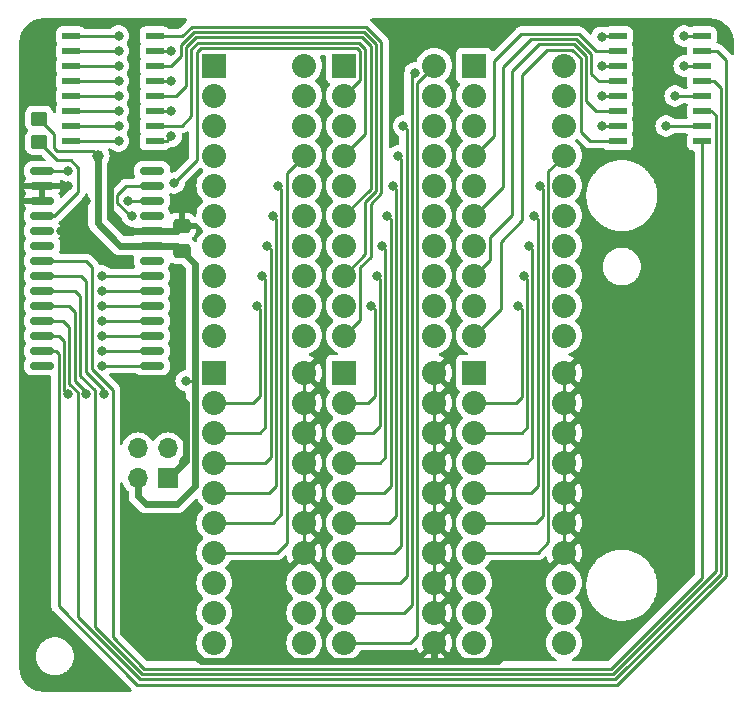
<source format=gbr>
%TF.GenerationSoftware,KiCad,Pcbnew,7.0.9*%
%TF.CreationDate,2023-12-20T20:56:42+01:00*%
%TF.ProjectId,KITT_Voicebox_v1.0,4b495454-5f56-46f6-9963-65626f785f76,rev?*%
%TF.SameCoordinates,Original*%
%TF.FileFunction,Copper,L1,Top*%
%TF.FilePolarity,Positive*%
%FSLAX46Y46*%
G04 Gerber Fmt 4.6, Leading zero omitted, Abs format (unit mm)*
G04 Created by KiCad (PCBNEW 7.0.9) date 2023-12-20 20:56:42*
%MOMM*%
%LPD*%
G01*
G04 APERTURE LIST*
G04 Aperture macros list*
%AMRoundRect*
0 Rectangle with rounded corners*
0 $1 Rounding radius*
0 $2 $3 $4 $5 $6 $7 $8 $9 X,Y pos of 4 corners*
0 Add a 4 corners polygon primitive as box body*
4,1,4,$2,$3,$4,$5,$6,$7,$8,$9,$2,$3,0*
0 Add four circle primitives for the rounded corners*
1,1,$1+$1,$2,$3*
1,1,$1+$1,$4,$5*
1,1,$1+$1,$6,$7*
1,1,$1+$1,$8,$9*
0 Add four rect primitives between the rounded corners*
20,1,$1+$1,$2,$3,$4,$5,0*
20,1,$1+$1,$4,$5,$6,$7,0*
20,1,$1+$1,$6,$7,$8,$9,0*
20,1,$1+$1,$8,$9,$2,$3,0*%
G04 Aperture macros list end*
%TA.AperFunction,ComponentPad*%
%ADD10R,2.032000X2.032000*%
%TD*%
%TA.AperFunction,ComponentPad*%
%ADD11C,2.032000*%
%TD*%
%TA.AperFunction,ComponentPad*%
%ADD12R,1.700000X1.700000*%
%TD*%
%TA.AperFunction,ComponentPad*%
%ADD13O,1.700000X1.700000*%
%TD*%
%TA.AperFunction,SMDPad,CuDef*%
%ADD14R,1.500000X0.600000*%
%TD*%
%TA.AperFunction,SMDPad,CuDef*%
%ADD15RoundRect,0.150000X0.875000X0.150000X-0.875000X0.150000X-0.875000X-0.150000X0.875000X-0.150000X0*%
%TD*%
%TA.AperFunction,SMDPad,CuDef*%
%ADD16RoundRect,0.250000X0.475000X-0.337500X0.475000X0.337500X-0.475000X0.337500X-0.475000X-0.337500X0*%
%TD*%
%TA.AperFunction,SMDPad,CuDef*%
%ADD17RoundRect,0.250000X-0.450000X0.350000X-0.450000X-0.350000X0.450000X-0.350000X0.450000X0.350000X0*%
%TD*%
%TA.AperFunction,ViaPad*%
%ADD18C,0.800000*%
%TD*%
%TA.AperFunction,ViaPad*%
%ADD19C,1.000000*%
%TD*%
%TA.AperFunction,Conductor*%
%ADD20C,0.250000*%
%TD*%
%TA.AperFunction,Conductor*%
%ADD21C,0.600000*%
%TD*%
G04 APERTURE END LIST*
D10*
%TO.P,BAR3,1,A*%
%TO.N,unconnected-(BAR3-A-Pad1)*%
X113000000Y-65000000D03*
D11*
%TO.P,BAR3,2,A*%
%TO.N,unconnected-(BAR3-A-Pad2)*%
X113000000Y-67540000D03*
%TO.P,BAR3,3,A*%
%TO.N,unconnected-(BAR3-A-Pad3)*%
X113000000Y-70080000D03*
%TO.P,BAR3,4,A*%
%TO.N,Net-(RN2-R7.2)*%
X113000000Y-72620000D03*
%TO.P,BAR3,5,A*%
%TO.N,Net-(RN2-R6.2)*%
X113000000Y-75160000D03*
%TO.P,BAR3,6,A*%
%TO.N,Net-(RN2-R5.2)*%
X113000000Y-77700000D03*
%TO.P,BAR3,7,A*%
%TO.N,Net-(RN2-R4.2)*%
X113000000Y-80240000D03*
%TO.P,BAR3,8,A*%
%TO.N,Net-(RN2-R3.2)*%
X113000000Y-82780000D03*
%TO.P,BAR3,9,A*%
%TO.N,Net-(RN2-R2.2)*%
X113000000Y-85320000D03*
%TO.P,BAR3,10,A*%
%TO.N,Net-(RN2-R1.2)*%
X113000000Y-87860000D03*
%TO.P,BAR3,11,K*%
%TO.N,Net-(BAR3-K-Pad11)*%
X120620000Y-87860000D03*
%TO.P,BAR3,12,K*%
%TO.N,Net-(BAR3-K-Pad12)*%
X120620000Y-85320000D03*
%TO.P,BAR3,13,K*%
%TO.N,Net-(BAR3-K-Pad13)*%
X120620000Y-82780000D03*
%TO.P,BAR3,14,K*%
%TO.N,Net-(BAR3-K-Pad14)*%
X120620000Y-80240000D03*
%TO.P,BAR3,15,K*%
%TO.N,Net-(BAR3-K-Pad15)*%
X120620000Y-77700000D03*
%TO.P,BAR3,16,K*%
%TO.N,Net-(BAR3-K-Pad16)*%
X120620000Y-75160000D03*
%TO.P,BAR3,17,K*%
%TO.N,Net-(BAR3-K-Pad17)*%
X120620000Y-72620000D03*
%TO.P,BAR3,18,K*%
%TO.N,unconnected-(BAR3-K-Pad18)*%
X120620000Y-70080000D03*
%TO.P,BAR3,19,K*%
%TO.N,unconnected-(BAR3-K-Pad19)*%
X120620000Y-67540000D03*
%TO.P,BAR3,20,K*%
%TO.N,unconnected-(BAR3-K-Pad20)*%
X120620000Y-65000000D03*
%TD*%
D12*
%TO.P,J1,1,Pin_1*%
%TO.N,GND*%
X109093000Y-99949000D03*
D13*
%TO.P,J1,2,Pin_2*%
%TO.N,+5V*%
X106553000Y-99949000D03*
%TO.P,J1,3,Pin_3*%
%TO.N,Net-(J1-Pin_3)*%
X109093000Y-97409000D03*
%TO.P,J1,4,Pin_4*%
%TO.N,Net-(J1-Pin_4)*%
X106553000Y-97409000D03*
%TD*%
D10*
%TO.P,BAR6,1,A*%
%TO.N,Net-(BAR5-K-Pad11)*%
X135000000Y-91000000D03*
D11*
%TO.P,BAR6,2,A*%
%TO.N,Net-(BAR5-K-Pad12)*%
X135000000Y-93540000D03*
%TO.P,BAR6,3,A*%
%TO.N,Net-(BAR5-K-Pad13)*%
X135000000Y-96080000D03*
%TO.P,BAR6,4,A*%
%TO.N,Net-(BAR5-K-Pad14)*%
X135000000Y-98620000D03*
%TO.P,BAR6,5,A*%
%TO.N,Net-(BAR5-K-Pad15)*%
X135000000Y-101160000D03*
%TO.P,BAR6,6,A*%
%TO.N,Net-(BAR5-K-Pad16)*%
X135000000Y-103700000D03*
%TO.P,BAR6,7,A*%
%TO.N,Net-(BAR5-K-Pad17)*%
X135000000Y-106240000D03*
%TO.P,BAR6,8,A*%
%TO.N,unconnected-(BAR6-A-Pad8)*%
X135000000Y-108780000D03*
%TO.P,BAR6,9,A*%
%TO.N,unconnected-(BAR6-A-Pad9)*%
X135000000Y-111320000D03*
%TO.P,BAR6,10,A*%
%TO.N,unconnected-(BAR6-A-Pad10)*%
X135000000Y-113860000D03*
%TO.P,BAR6,11,K*%
%TO.N,unconnected-(BAR6-K-Pad11)*%
X142620000Y-113860000D03*
%TO.P,BAR6,12,K*%
%TO.N,unconnected-(BAR6-K-Pad12)*%
X142620000Y-111320000D03*
%TO.P,BAR6,13,K*%
%TO.N,unconnected-(BAR6-K-Pad13)*%
X142620000Y-108780000D03*
%TO.P,BAR6,14,K*%
%TO.N,GND*%
X142620000Y-106240000D03*
%TO.P,BAR6,15,K*%
X142620000Y-103700000D03*
%TO.P,BAR6,16,K*%
X142620000Y-101160000D03*
%TO.P,BAR6,17,K*%
X142620000Y-98620000D03*
%TO.P,BAR6,18,K*%
X142620000Y-96080000D03*
%TO.P,BAR6,19,K*%
X142620000Y-93540000D03*
%TO.P,BAR6,20,K*%
X142620000Y-91000000D03*
%TD*%
D14*
%TO.P,RN1,1,R1.1*%
%TO.N,Net-(RN1-R1.1)*%
X100838000Y-62484000D03*
%TO.P,RN1,2,R2.1*%
%TO.N,Net-(RN1-R2.1)*%
X100838000Y-63754000D03*
%TO.P,RN1,3,R3.1*%
%TO.N,Net-(RN1-R3.1)*%
X100838000Y-65024000D03*
%TO.P,RN1,4,R4.1*%
%TO.N,Net-(RN1-R4.1)*%
X100838000Y-66294000D03*
%TO.P,RN1,5,R5.1*%
%TO.N,Net-(RN1-R5.1)*%
X100838000Y-67564000D03*
%TO.P,RN1,6,R6.1*%
%TO.N,Net-(RN1-R6.1)*%
X100838000Y-68834000D03*
%TO.P,RN1,7,R7.1*%
%TO.N,Net-(RN1-R7.1)*%
X100838000Y-70104000D03*
%TO.P,RN1,8,R8.1*%
%TO.N,Net-(RN1-R8.1)*%
X100838000Y-71374000D03*
%TO.P,RN1,9,R8.2*%
%TO.N,Net-(RN1-R8.2)*%
X107938000Y-71374000D03*
%TO.P,RN1,10,R7.2*%
%TO.N,Net-(RN1-R7.2)*%
X107938000Y-70104000D03*
%TO.P,RN1,11,R6.2*%
%TO.N,Net-(RN1-R6.2)*%
X107938000Y-68834000D03*
%TO.P,RN1,12,R5.2*%
%TO.N,Net-(RN1-R5.2)*%
X107938000Y-67564000D03*
%TO.P,RN1,13,R4.2*%
%TO.N,Net-(RN1-R4.2)*%
X107938000Y-66294000D03*
%TO.P,RN1,14,R3.2*%
%TO.N,Net-(RN1-R3.2)*%
X107938000Y-65024000D03*
%TO.P,RN1,15,R2.2*%
%TO.N,Net-(RN1-R2.2)*%
X107938000Y-63754000D03*
%TO.P,RN1,16,R1.2*%
%TO.N,Net-(RN1-R1.2)*%
X107938000Y-62484000D03*
%TD*%
D10*
%TO.P,BAR5,1,A*%
%TO.N,unconnected-(BAR5-A-Pad1)*%
X135000000Y-65000000D03*
D11*
%TO.P,BAR5,2,A*%
%TO.N,unconnected-(BAR5-A-Pad2)*%
X135000000Y-67540000D03*
%TO.P,BAR5,3,A*%
%TO.N,unconnected-(BAR5-A-Pad3)*%
X135000000Y-70080000D03*
%TO.P,BAR5,4,A*%
%TO.N,Net-(RN3-R7.2)*%
X135000000Y-72620000D03*
%TO.P,BAR5,5,A*%
%TO.N,Net-(RN3-R6.2)*%
X135000000Y-75160000D03*
%TO.P,BAR5,6,A*%
%TO.N,Net-(RN3-R5.2)*%
X135000000Y-77700000D03*
%TO.P,BAR5,7,A*%
%TO.N,Net-(RN3-R4.2)*%
X135000000Y-80240000D03*
%TO.P,BAR5,8,A*%
%TO.N,Net-(RN3-R3.2)*%
X135000000Y-82780000D03*
%TO.P,BAR5,9,A*%
%TO.N,Net-(RN3-R2.2)*%
X135000000Y-85320000D03*
%TO.P,BAR5,10,A*%
%TO.N,Net-(RN3-R1.2)*%
X135000000Y-87860000D03*
%TO.P,BAR5,11,K*%
%TO.N,Net-(BAR5-K-Pad11)*%
X142620000Y-87860000D03*
%TO.P,BAR5,12,K*%
%TO.N,Net-(BAR5-K-Pad12)*%
X142620000Y-85320000D03*
%TO.P,BAR5,13,K*%
%TO.N,Net-(BAR5-K-Pad13)*%
X142620000Y-82780000D03*
%TO.P,BAR5,14,K*%
%TO.N,Net-(BAR5-K-Pad14)*%
X142620000Y-80240000D03*
%TO.P,BAR5,15,K*%
%TO.N,Net-(BAR5-K-Pad15)*%
X142620000Y-77700000D03*
%TO.P,BAR5,16,K*%
%TO.N,Net-(BAR5-K-Pad16)*%
X142620000Y-75160000D03*
%TO.P,BAR5,17,K*%
%TO.N,Net-(BAR5-K-Pad17)*%
X142620000Y-72620000D03*
%TO.P,BAR5,18,K*%
%TO.N,unconnected-(BAR5-K-Pad18)*%
X142620000Y-70080000D03*
%TO.P,BAR5,19,K*%
%TO.N,unconnected-(BAR5-K-Pad19)*%
X142620000Y-67540000D03*
%TO.P,BAR5,20,K*%
%TO.N,unconnected-(BAR5-K-Pad20)*%
X142620000Y-65000000D03*
%TD*%
D15*
%TO.P,U2,1,GPB0*%
%TO.N,Net-(RN2-R1.1)*%
X107725000Y-90424000D03*
%TO.P,U2,2,GPB1*%
%TO.N,Net-(RN2-R2.1)*%
X107725000Y-89154000D03*
%TO.P,U2,3,GPB2*%
%TO.N,Net-(RN2-R3.1)*%
X107725000Y-87884000D03*
%TO.P,U2,4,GPB3*%
%TO.N,Net-(RN2-R4.1)*%
X107725000Y-86614000D03*
%TO.P,U2,5,GPB4*%
%TO.N,Net-(RN2-R5.1)*%
X107725000Y-85344000D03*
%TO.P,U2,6,GPB5*%
%TO.N,Net-(RN2-R6.1)*%
X107725000Y-84074000D03*
%TO.P,U2,7,GPB6*%
%TO.N,Net-(RN2-R7.1)*%
X107725000Y-82804000D03*
%TO.P,U2,8,GPB7*%
%TO.N,unconnected-(U2-GPB7-Pad8)*%
X107725000Y-81534000D03*
%TO.P,U2,9,VDD*%
%TO.N,+5V*%
X107725000Y-80264000D03*
%TO.P,U2,10,VSS*%
%TO.N,GND*%
X107725000Y-78994000D03*
%TO.P,U2,11,NC*%
%TO.N,unconnected-(U2-NC-Pad11)*%
X107725000Y-77724000D03*
%TO.P,U2,12,SCK*%
%TO.N,Net-(J1-Pin_3)*%
X107725000Y-76454000D03*
%TO.P,U2,13,SDA*%
%TO.N,Net-(J1-Pin_4)*%
X107725000Y-75184000D03*
%TO.P,U2,14,NC*%
%TO.N,unconnected-(U2-NC-Pad14)*%
X107725000Y-73914000D03*
%TO.P,U2,15,A0*%
%TO.N,+5V*%
X98425000Y-73914000D03*
%TO.P,U2,16,A1*%
%TO.N,GND*%
X98425000Y-75184000D03*
%TO.P,U2,17,A2*%
X98425000Y-76454000D03*
%TO.P,U2,18,~{RESET}*%
%TO.N,Net-(U2-~{RESET})*%
X98425000Y-77724000D03*
%TO.P,U2,19,INTB*%
%TO.N,unconnected-(U2-INTB-Pad19)*%
X98425000Y-78994000D03*
%TO.P,U2,20,INTA*%
%TO.N,unconnected-(U2-INTA-Pad20)*%
X98425000Y-80264000D03*
%TO.P,U2,21,GPA0*%
%TO.N,Net-(RN3-R1.1)*%
X98425000Y-81534000D03*
%TO.P,U2,22,GPA1*%
%TO.N,Net-(RN3-R2.1)*%
X98425000Y-82804000D03*
%TO.P,U2,23,GPA2*%
%TO.N,Net-(RN3-R3.1)*%
X98425000Y-84074000D03*
%TO.P,U2,24,GPA3*%
%TO.N,Net-(RN3-R4.1)*%
X98425000Y-85344000D03*
%TO.P,U2,25,GPA4*%
%TO.N,Net-(RN3-R5.1)*%
X98425000Y-86614000D03*
%TO.P,U2,26,GPA5*%
%TO.N,Net-(RN3-R6.1)*%
X98425000Y-87884000D03*
%TO.P,U2,27,GPA6*%
%TO.N,Net-(RN3-R7.1)*%
X98425000Y-89154000D03*
%TO.P,U2,28,GPA7*%
%TO.N,unconnected-(U2-GPA7-Pad28)*%
X98425000Y-90424000D03*
%TD*%
D14*
%TO.P,RN3,1,R1.1*%
%TO.N,Net-(RN3-R1.1)*%
X154293000Y-71374000D03*
%TO.P,RN3,2,R2.1*%
%TO.N,Net-(RN3-R2.1)*%
X154293000Y-70104000D03*
%TO.P,RN3,3,R3.1*%
%TO.N,Net-(RN3-R3.1)*%
X154293000Y-68834000D03*
%TO.P,RN3,4,R4.1*%
%TO.N,Net-(RN3-R4.1)*%
X154293000Y-67564000D03*
%TO.P,RN3,5,R5.1*%
%TO.N,Net-(RN3-R5.1)*%
X154293000Y-66294000D03*
%TO.P,RN3,6,R6.1*%
%TO.N,Net-(RN3-R6.1)*%
X154293000Y-65024000D03*
%TO.P,RN3,7,R7.1*%
%TO.N,Net-(RN3-R7.1)*%
X154293000Y-63754000D03*
%TO.P,RN3,8,R8.1*%
%TO.N,R21*%
X154293000Y-62484000D03*
%TO.P,RN3,9,R8.2*%
%TO.N,R22*%
X147193000Y-62484000D03*
%TO.P,RN3,10,R7.2*%
%TO.N,Net-(RN3-R7.2)*%
X147193000Y-63754000D03*
%TO.P,RN3,11,R6.2*%
%TO.N,Net-(RN3-R6.2)*%
X147193000Y-65024000D03*
%TO.P,RN3,12,R5.2*%
%TO.N,Net-(RN3-R5.2)*%
X147193000Y-66294000D03*
%TO.P,RN3,13,R4.2*%
%TO.N,Net-(RN3-R4.2)*%
X147193000Y-67564000D03*
%TO.P,RN3,14,R3.2*%
%TO.N,Net-(RN3-R3.2)*%
X147193000Y-68834000D03*
%TO.P,RN3,15,R2.2*%
%TO.N,Net-(RN3-R2.2)*%
X147193000Y-70104000D03*
%TO.P,RN3,16,R1.2*%
%TO.N,Net-(RN3-R1.2)*%
X147193000Y-71374000D03*
%TD*%
D16*
%TO.P,C2,1*%
%TO.N,+5V*%
X110236000Y-80666500D03*
%TO.P,C2,2*%
%TO.N,GND*%
X110236000Y-78591500D03*
%TD*%
D17*
%TO.P,R1,1*%
%TO.N,+5V*%
X98171000Y-69485000D03*
%TO.P,R1,2*%
%TO.N,Net-(U2-~{RESET})*%
X98171000Y-71485000D03*
%TD*%
D10*
%TO.P,BAR2,1,A*%
%TO.N,Net-(BAR1-K-Pad11)*%
X124000000Y-91000000D03*
D11*
%TO.P,BAR2,2,A*%
%TO.N,Net-(BAR1-K-Pad12)*%
X124000000Y-93540000D03*
%TO.P,BAR2,3,A*%
%TO.N,Net-(BAR1-K-Pad13)*%
X124000000Y-96080000D03*
%TO.P,BAR2,4,A*%
%TO.N,Net-(BAR1-K-Pad14)*%
X124000000Y-98620000D03*
%TO.P,BAR2,5,A*%
%TO.N,Net-(BAR1-K-Pad15)*%
X124000000Y-101160000D03*
%TO.P,BAR2,6,A*%
%TO.N,Net-(BAR1-K-Pad16)*%
X124000000Y-103700000D03*
%TO.P,BAR2,7,A*%
%TO.N,Net-(BAR1-K-Pad17)*%
X124000000Y-106240000D03*
%TO.P,BAR2,8,A*%
%TO.N,Net-(BAR1-K-Pad18)*%
X124000000Y-108780000D03*
%TO.P,BAR2,9,A*%
%TO.N,Net-(BAR1-K-Pad19)*%
X124000000Y-111320000D03*
%TO.P,BAR2,10,A*%
%TO.N,Net-(BAR1-K-Pad20)*%
X124000000Y-113860000D03*
%TO.P,BAR2,11,K*%
%TO.N,GND*%
X131620000Y-113860000D03*
%TO.P,BAR2,12,K*%
X131620000Y-111320000D03*
%TO.P,BAR2,13,K*%
X131620000Y-108780000D03*
%TO.P,BAR2,14,K*%
X131620000Y-106240000D03*
%TO.P,BAR2,15,K*%
X131620000Y-103700000D03*
%TO.P,BAR2,16,K*%
X131620000Y-101160000D03*
%TO.P,BAR2,17,K*%
X131620000Y-98620000D03*
%TO.P,BAR2,18,K*%
X131620000Y-96080000D03*
%TO.P,BAR2,19,K*%
X131620000Y-93540000D03*
%TO.P,BAR2,20,K*%
X131620000Y-91000000D03*
%TD*%
D10*
%TO.P,BAR4,1,A*%
%TO.N,Net-(BAR3-K-Pad11)*%
X113000000Y-91000000D03*
D11*
%TO.P,BAR4,2,A*%
%TO.N,Net-(BAR3-K-Pad12)*%
X113000000Y-93540000D03*
%TO.P,BAR4,3,A*%
%TO.N,Net-(BAR3-K-Pad13)*%
X113000000Y-96080000D03*
%TO.P,BAR4,4,A*%
%TO.N,Net-(BAR3-K-Pad14)*%
X113000000Y-98620000D03*
%TO.P,BAR4,5,A*%
%TO.N,Net-(BAR3-K-Pad15)*%
X113000000Y-101160000D03*
%TO.P,BAR4,6,A*%
%TO.N,Net-(BAR3-K-Pad16)*%
X113000000Y-103700000D03*
%TO.P,BAR4,7,A*%
%TO.N,Net-(BAR3-K-Pad17)*%
X113000000Y-106240000D03*
%TO.P,BAR4,8,A*%
%TO.N,unconnected-(BAR4-A-Pad8)*%
X113000000Y-108780000D03*
%TO.P,BAR4,9,A*%
%TO.N,unconnected-(BAR4-A-Pad9)*%
X113000000Y-111320000D03*
%TO.P,BAR4,10,A*%
%TO.N,unconnected-(BAR4-A-Pad10)*%
X113000000Y-113860000D03*
%TO.P,BAR4,11,K*%
%TO.N,unconnected-(BAR4-K-Pad11)*%
X120620000Y-113860000D03*
%TO.P,BAR4,12,K*%
%TO.N,unconnected-(BAR4-K-Pad12)*%
X120620000Y-111320000D03*
%TO.P,BAR4,13,K*%
%TO.N,unconnected-(BAR4-K-Pad13)*%
X120620000Y-108780000D03*
%TO.P,BAR4,14,K*%
%TO.N,GND*%
X120620000Y-106240000D03*
%TO.P,BAR4,15,K*%
X120620000Y-103700000D03*
%TO.P,BAR4,16,K*%
X120620000Y-101160000D03*
%TO.P,BAR4,17,K*%
X120620000Y-98620000D03*
%TO.P,BAR4,18,K*%
X120620000Y-96080000D03*
%TO.P,BAR4,19,K*%
X120620000Y-93540000D03*
%TO.P,BAR4,20,K*%
X120620000Y-91000000D03*
%TD*%
D10*
%TO.P,BAR1,1,A*%
%TO.N,R22*%
X124000000Y-65000000D03*
D11*
%TO.P,BAR1,2,A*%
%TO.N,R12*%
X124000000Y-67540000D03*
%TO.P,BAR1,3,A*%
%TO.N,Net-(RN1-R8.2)*%
X124000000Y-70080000D03*
%TO.P,BAR1,4,A*%
%TO.N,Net-(RN1-R7.2)*%
X124000000Y-72620000D03*
%TO.P,BAR1,5,A*%
%TO.N,Net-(RN1-R6.2)*%
X124000000Y-75160000D03*
%TO.P,BAR1,6,A*%
%TO.N,Net-(RN1-R5.2)*%
X124000000Y-77700000D03*
%TO.P,BAR1,7,A*%
%TO.N,Net-(RN1-R4.2)*%
X124000000Y-80240000D03*
%TO.P,BAR1,8,A*%
%TO.N,Net-(RN1-R3.2)*%
X124000000Y-82780000D03*
%TO.P,BAR1,9,A*%
%TO.N,Net-(RN1-R2.2)*%
X124000000Y-85320000D03*
%TO.P,BAR1,10,A*%
%TO.N,Net-(RN1-R1.2)*%
X124000000Y-87860000D03*
%TO.P,BAR1,11,K*%
%TO.N,Net-(BAR1-K-Pad11)*%
X131620000Y-87860000D03*
%TO.P,BAR1,12,K*%
%TO.N,Net-(BAR1-K-Pad12)*%
X131620000Y-85320000D03*
%TO.P,BAR1,13,K*%
%TO.N,Net-(BAR1-K-Pad13)*%
X131620000Y-82780000D03*
%TO.P,BAR1,14,K*%
%TO.N,Net-(BAR1-K-Pad14)*%
X131620000Y-80240000D03*
%TO.P,BAR1,15,K*%
%TO.N,Net-(BAR1-K-Pad15)*%
X131620000Y-77700000D03*
%TO.P,BAR1,16,K*%
%TO.N,Net-(BAR1-K-Pad16)*%
X131620000Y-75160000D03*
%TO.P,BAR1,17,K*%
%TO.N,Net-(BAR1-K-Pad17)*%
X131620000Y-72620000D03*
%TO.P,BAR1,18,K*%
%TO.N,Net-(BAR1-K-Pad18)*%
X131620000Y-70080000D03*
%TO.P,BAR1,19,K*%
%TO.N,Net-(BAR1-K-Pad19)*%
X131620000Y-67540000D03*
%TO.P,BAR1,20,K*%
%TO.N,Net-(BAR1-K-Pad20)*%
X131620000Y-65000000D03*
%TD*%
D18*
%TO.N,R22*%
X145796000Y-62611000D03*
%TO.N,R12*%
X109601000Y-74930000D03*
%TO.N,Net-(RN1-R8.2)*%
X109347000Y-70993000D03*
%TO.N,Net-(RN1-R6.2)*%
X109347000Y-68834000D03*
%TO.N,Net-(RN1-R4.2)*%
X109347000Y-66294000D03*
%TO.N,Net-(RN1-R2.2)*%
X109347000Y-63754000D03*
%TO.N,Net-(BAR1-K-Pad12)*%
X126300500Y-85344000D03*
%TO.N,Net-(BAR1-K-Pad13)*%
X126750500Y-82804000D03*
%TO.N,Net-(BAR1-K-Pad14)*%
X127200500Y-80264000D03*
%TO.N,Net-(BAR1-K-Pad15)*%
X127650500Y-77724000D03*
%TO.N,Net-(BAR1-K-Pad16)*%
X128100500Y-75184000D03*
%TO.N,Net-(BAR1-K-Pad17)*%
X128550500Y-72644000D03*
%TO.N,Net-(BAR1-K-Pad18)*%
X129000500Y-70104000D03*
%TO.N,Net-(BAR1-K-Pad19)*%
X129992201Y-65603201D03*
D19*
%TO.N,GND*%
X104521000Y-73914000D03*
D18*
X100584000Y-75184000D03*
D19*
X108860500Y-112416500D03*
D18*
X102108000Y-76454000D03*
X100049499Y-78973909D03*
D19*
X106045000Y-92964000D03*
D18*
%TO.N,Net-(BAR3-K-Pad12)*%
X116601500Y-85344000D03*
%TO.N,Net-(BAR3-K-Pad13)*%
X117051500Y-82774961D03*
%TO.N,Net-(BAR3-K-Pad14)*%
X117501500Y-80264000D03*
%TO.N,Net-(BAR3-K-Pad15)*%
X117951500Y-77724000D03*
%TO.N,Net-(BAR3-K-Pad16)*%
X118401500Y-75184000D03*
%TO.N,Net-(RN3-R6.2)*%
X145796000Y-65024000D03*
%TO.N,Net-(RN3-R4.2)*%
X145796000Y-67564000D03*
%TO.N,Net-(RN3-R2.2)*%
X145796000Y-70104000D03*
%TO.N,Net-(BAR5-K-Pad12)*%
X138754500Y-85344000D03*
%TO.N,Net-(BAR5-K-Pad13)*%
X139204500Y-82804000D03*
%TO.N,Net-(BAR5-K-Pad14)*%
X139654500Y-80264000D03*
%TO.N,Net-(BAR5-K-Pad15)*%
X140104500Y-77724000D03*
%TO.N,Net-(BAR5-K-Pad16)*%
X140554500Y-75160000D03*
%TO.N,+5V*%
X100584000Y-73914000D03*
D19*
X103124000Y-72644000D03*
D18*
X110617000Y-91694000D03*
%TO.N,Net-(J1-Pin_3)*%
X105664000Y-76454000D03*
%TO.N,Net-(J1-Pin_4)*%
X106045000Y-77724000D03*
%TO.N,Net-(RN1-R1.1)*%
X104902000Y-62484000D03*
%TO.N,Net-(RN1-R2.1)*%
X104902000Y-63754000D03*
%TO.N,Net-(RN1-R3.1)*%
X104902000Y-65024000D03*
%TO.N,Net-(RN1-R4.1)*%
X104902000Y-66294000D03*
%TO.N,Net-(RN1-R5.1)*%
X104902000Y-67564000D03*
%TO.N,Net-(RN1-R6.1)*%
X104902000Y-68834000D03*
%TO.N,Net-(RN1-R7.1)*%
X104902000Y-70104000D03*
%TO.N,Net-(RN1-R8.1)*%
X104902000Y-71374000D03*
%TO.N,Net-(RN2-R1.1)*%
X103505000Y-90424000D03*
%TO.N,Net-(RN2-R2.1)*%
X103505000Y-89154000D03*
%TO.N,Net-(RN2-R3.1)*%
X103505000Y-87884000D03*
%TO.N,Net-(RN2-R4.1)*%
X103505000Y-86614000D03*
%TO.N,Net-(RN2-R5.1)*%
X103505000Y-85344000D03*
%TO.N,Net-(RN2-R6.1)*%
X103505000Y-84074000D03*
%TO.N,Net-(RN2-R7.1)*%
X103505000Y-82804000D03*
%TO.N,Net-(RN3-R2.1)*%
X103669077Y-92798987D03*
X151257000Y-70104000D03*
%TO.N,Net-(RN3-R4.1)*%
X152019000Y-67564000D03*
X102145077Y-92836487D03*
%TO.N,Net-(RN3-R6.1)*%
X100584000Y-92837000D03*
X152781000Y-65024000D03*
%TO.N,R21*%
X152781000Y-62484000D03*
%TD*%
D20*
%TO.N,R22*%
X145923000Y-62484000D02*
X147193000Y-62484000D01*
X145796000Y-62611000D02*
X145923000Y-62484000D01*
%TO.N,R12*%
X111506000Y-63881000D02*
X111887000Y-63500000D01*
X109601000Y-74930000D02*
X111506000Y-73025000D01*
X111887000Y-63500000D02*
X125095000Y-63500000D01*
X125341000Y-63746000D02*
X125341000Y-66199000D01*
X125095000Y-63500000D02*
X125341000Y-63746000D01*
X111506000Y-73025000D02*
X111506000Y-63881000D01*
X125341000Y-66199000D02*
X124000000Y-67540000D01*
%TO.N,Net-(RN1-R8.2)*%
X109347000Y-70993000D02*
X108966000Y-71374000D01*
X108966000Y-71374000D02*
X107938000Y-71374000D01*
%TO.N,Net-(RN1-R7.2)*%
X125791000Y-63559604D02*
X125281396Y-63050000D01*
X111631604Y-63050000D02*
X111056000Y-63625604D01*
X110236000Y-70104000D02*
X107938000Y-70104000D01*
X125281396Y-63050000D02*
X111631604Y-63050000D01*
X111056000Y-69284000D02*
X110236000Y-70104000D01*
X111056000Y-63625604D02*
X111056000Y-69284000D01*
X124000000Y-72620000D02*
X124000000Y-72596000D01*
X124000000Y-72596000D02*
X125791000Y-70805000D01*
X125791000Y-70805000D02*
X125791000Y-63559604D01*
%TO.N,Net-(RN1-R6.2)*%
X107938000Y-68834000D02*
X109347000Y-68834000D01*
%TO.N,Net-(RN1-R5.2)*%
X125467792Y-62600000D02*
X111445208Y-62600000D01*
X110606000Y-63439208D02*
X110606000Y-66686000D01*
X109728000Y-67564000D02*
X107938000Y-67564000D01*
X126241000Y-63373208D02*
X125467792Y-62600000D01*
X126241000Y-75435000D02*
X126241000Y-63373208D01*
X110606000Y-66686000D02*
X109728000Y-67564000D01*
X124000000Y-77676000D02*
X126241000Y-75435000D01*
X111445208Y-62600000D02*
X110606000Y-63439208D01*
X124000000Y-77700000D02*
X124000000Y-77676000D01*
%TO.N,Net-(RN1-R4.2)*%
X109347000Y-66294000D02*
X107938000Y-66294000D01*
%TO.N,Net-(RN1-R3.2)*%
X126691000Y-75621396D02*
X125791000Y-76521396D01*
X126691000Y-63186812D02*
X126691000Y-75621396D01*
X125791000Y-76521396D02*
X125791000Y-80989000D01*
X109347000Y-65024000D02*
X110156000Y-64215000D01*
X107938000Y-65024000D02*
X109347000Y-65024000D01*
X125791000Y-80989000D02*
X124000000Y-82780000D01*
X110156000Y-64215000D02*
X110156000Y-63252812D01*
X125654188Y-62150000D02*
X126691000Y-63186812D01*
X111258812Y-62150000D02*
X125654188Y-62150000D01*
X110156000Y-63252812D02*
X111258812Y-62150000D01*
%TO.N,Net-(RN1-R2.2)*%
X107938000Y-63754000D02*
X109347000Y-63754000D01*
%TO.N,Net-(RN1-R1.2)*%
X127141000Y-75807792D02*
X127141000Y-63000416D01*
X126249000Y-76699792D02*
X127141000Y-75807792D01*
X125341000Y-86519000D02*
X125341000Y-82075396D01*
X111072416Y-61700000D02*
X110288416Y-62484000D01*
X126249000Y-81167396D02*
X126249000Y-76699792D01*
X110288416Y-62484000D02*
X107938000Y-62484000D01*
X125840584Y-61700000D02*
X111072416Y-61700000D01*
X125341000Y-82075396D02*
X126249000Y-81167396D01*
X124000000Y-87860000D02*
X125341000Y-86519000D01*
X127141000Y-63000416D02*
X125840584Y-61700000D01*
%TO.N,Net-(BAR1-K-Pad12)*%
X126575000Y-92964000D02*
X126575000Y-85852000D01*
X125999000Y-93540000D02*
X126575000Y-92964000D01*
X126575000Y-85618500D02*
X126300500Y-85344000D01*
X126575000Y-85852000D02*
X126575000Y-85618500D01*
X124000000Y-93540000D02*
X125999000Y-93540000D01*
%TO.N,Net-(BAR1-K-Pad13)*%
X127025000Y-83078500D02*
X126750500Y-82804000D01*
X126449000Y-96080000D02*
X127025000Y-95504000D01*
X127025000Y-95504000D02*
X127025000Y-83078500D01*
X124000000Y-96080000D02*
X126449000Y-96080000D01*
%TO.N,Net-(BAR1-K-Pad14)*%
X127475000Y-80538500D02*
X127200500Y-80264000D01*
X127026000Y-98620000D02*
X127475000Y-98171000D01*
X124000000Y-98620000D02*
X127026000Y-98620000D01*
X127475000Y-98171000D02*
X127475000Y-80538500D01*
%TO.N,Net-(BAR1-K-Pad15)*%
X127925000Y-100584000D02*
X127925000Y-78613000D01*
X124000000Y-101160000D02*
X127349000Y-101160000D01*
X127925000Y-77998500D02*
X127650500Y-77724000D01*
X127349000Y-101160000D02*
X127925000Y-100584000D01*
X127925000Y-78613000D02*
X127925000Y-77998500D01*
%TO.N,Net-(BAR1-K-Pad16)*%
X128375000Y-103124000D02*
X128375000Y-77597000D01*
X128375000Y-75458500D02*
X128100500Y-75184000D01*
X124000000Y-103700000D02*
X127799000Y-103700000D01*
X128375000Y-77597000D02*
X128375000Y-75458500D01*
X127799000Y-103700000D02*
X128375000Y-103124000D01*
%TO.N,Net-(BAR1-K-Pad17)*%
X124000000Y-106240000D02*
X128249000Y-106240000D01*
X128825000Y-105664000D02*
X128825000Y-73787000D01*
X128249000Y-106240000D02*
X128825000Y-105664000D01*
X128825000Y-72918500D02*
X128550500Y-72644000D01*
X128825000Y-73787000D02*
X128825000Y-72918500D01*
%TO.N,Net-(BAR1-K-Pad18)*%
X129275000Y-108204000D02*
X129275000Y-72263000D01*
X124000000Y-108780000D02*
X128699000Y-108780000D01*
X129275000Y-72263000D02*
X129275000Y-70378500D01*
X128699000Y-108780000D02*
X129275000Y-108204000D01*
X129275000Y-70378500D02*
X129000500Y-70104000D01*
%TO.N,Net-(BAR1-K-Pad19)*%
X129725000Y-67945000D02*
X129725000Y-67838500D01*
X124000000Y-111320000D02*
X129091000Y-111320000D01*
X129725000Y-65870402D02*
X129992201Y-65603201D01*
X129667000Y-110744000D02*
X129725000Y-110686000D01*
X129725000Y-110686000D02*
X129725000Y-67945000D01*
X129091000Y-111320000D02*
X129667000Y-110744000D01*
X129725000Y-67838500D02*
X129725000Y-65870402D01*
%TO.N,Net-(BAR1-K-Pad20)*%
X130175000Y-113284000D02*
X130175000Y-66445000D01*
X129599000Y-113860000D02*
X130175000Y-113284000D01*
X130175000Y-66445000D02*
X131620000Y-65000000D01*
X124000000Y-113860000D02*
X129599000Y-113860000D01*
D21*
%TO.N,GND*%
X117221000Y-113677000D02*
X115697000Y-115201000D01*
D20*
X142620000Y-96080000D02*
X142620000Y-98620000D01*
X142620000Y-101160000D02*
X142620000Y-103700000D01*
D21*
X104150000Y-74285000D02*
X104521000Y-73914000D01*
D20*
X120620000Y-103700000D02*
X120620000Y-106240000D01*
X120620000Y-93540000D02*
X120620000Y-96080000D01*
D21*
X131457000Y-115443000D02*
X115939000Y-115443000D01*
D20*
X100049499Y-78973909D02*
X100096091Y-78973909D01*
X120620000Y-101160000D02*
X120620000Y-103700000D01*
D21*
X142620000Y-106240000D02*
X139065000Y-109795000D01*
X110579000Y-93561000D02*
X110579000Y-98463000D01*
D20*
X131620000Y-96080000D02*
X131620000Y-98620000D01*
D21*
X105661207Y-78994000D02*
X104150000Y-77482793D01*
D20*
X100584000Y-75184000D02*
X98425000Y-75184000D01*
X131620000Y-108780000D02*
X131620000Y-111320000D01*
D21*
X117221000Y-109639000D02*
X117221000Y-113677000D01*
D20*
X100096091Y-78973909D02*
X102108000Y-76962000D01*
X131620000Y-115122000D02*
X131699000Y-115201000D01*
X131620000Y-93540000D02*
X131620000Y-96080000D01*
D21*
X107725000Y-78994000D02*
X105661207Y-78994000D01*
D20*
X131620000Y-106240000D02*
X131620000Y-108780000D01*
X142620000Y-93540000D02*
X142620000Y-96080000D01*
X102108000Y-76962000D02*
X102108000Y-76454000D01*
D21*
X104150000Y-77482793D02*
X104150000Y-74285000D01*
D20*
X142620000Y-91000000D02*
X142620000Y-93540000D01*
X131620000Y-91000000D02*
X131620000Y-93540000D01*
X142620000Y-98620000D02*
X142620000Y-101160000D01*
D21*
X106045000Y-92964000D02*
X109982000Y-92964000D01*
D20*
X131620000Y-101160000D02*
X131620000Y-103700000D01*
D21*
X137033000Y-115443000D02*
X131941000Y-115443000D01*
D20*
X120620000Y-98620000D02*
X120620000Y-101160000D01*
X131620000Y-98620000D02*
X131620000Y-101160000D01*
D21*
X139065000Y-113411000D02*
X137033000Y-115443000D01*
X131620000Y-113860000D02*
X131620000Y-115122000D01*
X120620000Y-106240000D02*
X117221000Y-109639000D01*
X139065000Y-109795000D02*
X139065000Y-113411000D01*
X115455000Y-115443000D02*
X111887000Y-115443000D01*
D20*
X131620000Y-103700000D02*
X131620000Y-106240000D01*
X109833500Y-78994000D02*
X110236000Y-78591500D01*
X98425000Y-75184000D02*
X98425000Y-76454000D01*
D21*
X115697000Y-115201000D02*
X115455000Y-115443000D01*
X131941000Y-115443000D02*
X131457000Y-115443000D01*
X109982000Y-92964000D02*
X110579000Y-93561000D01*
X115939000Y-115443000D02*
X115455000Y-115443000D01*
D20*
X142620000Y-103700000D02*
X142620000Y-106240000D01*
D21*
X107725000Y-78994000D02*
X109833500Y-78994000D01*
D20*
X120620000Y-91000000D02*
X120620000Y-93540000D01*
X120620000Y-96080000D02*
X120620000Y-98620000D01*
D21*
X115939000Y-115443000D02*
X115697000Y-115201000D01*
X111887000Y-115443000D02*
X108860500Y-112416500D01*
X110579000Y-98463000D02*
X109093000Y-99949000D01*
D20*
%TO.N,Net-(BAR3-K-Pad12)*%
X116876000Y-85618500D02*
X116601500Y-85344000D01*
X116876000Y-89348604D02*
X116876000Y-86360000D01*
X113000000Y-93540000D02*
X116264000Y-93540000D01*
X116840000Y-92964000D02*
X116876000Y-92928000D01*
X116264000Y-93540000D02*
X116840000Y-92964000D01*
X116876000Y-92928000D02*
X116876000Y-89348604D01*
X116876000Y-86360000D02*
X116876000Y-85618500D01*
%TO.N,Net-(BAR3-K-Pad13)*%
X117326000Y-83820000D02*
X117326000Y-83049461D01*
X117326000Y-83049461D02*
X117051500Y-82774961D01*
X113000000Y-96080000D02*
X116877000Y-96080000D01*
X117326000Y-89535000D02*
X117326000Y-83820000D01*
X116877000Y-96080000D02*
X117326000Y-95631000D01*
X117326000Y-95631000D02*
X117326000Y-89535000D01*
%TO.N,Net-(BAR3-K-Pad14)*%
X117776000Y-80538500D02*
X117501500Y-80264000D01*
X117776000Y-80772000D02*
X117776000Y-80538500D01*
X117327000Y-98620000D02*
X117776000Y-98171000D01*
X117776000Y-98171000D02*
X117776000Y-83185000D01*
X113000000Y-98620000D02*
X117327000Y-98620000D01*
X117776000Y-83185000D02*
X117776000Y-80772000D01*
%TO.N,Net-(BAR3-K-Pad15)*%
X113000000Y-101160000D02*
X117650000Y-101160000D01*
X118226000Y-77998500D02*
X117951500Y-77724000D01*
X118226000Y-78359000D02*
X118226000Y-77998500D01*
X117650000Y-101160000D02*
X118226000Y-100584000D01*
X118226000Y-81280000D02*
X118226000Y-78359000D01*
X118226000Y-100584000D02*
X118226000Y-81280000D01*
%TO.N,Net-(BAR3-K-Pad16)*%
X118676000Y-75458500D02*
X118401500Y-75184000D01*
X113000000Y-103700000D02*
X117973000Y-103700000D01*
X117973000Y-103700000D02*
X118676000Y-102997000D01*
X118676000Y-80645000D02*
X118676000Y-75458500D01*
X118676000Y-102997000D02*
X118676000Y-80645000D01*
%TO.N,Net-(BAR3-K-Pad17)*%
X118296000Y-106240000D02*
X119126000Y-105410000D01*
X119126000Y-74114000D02*
X120620000Y-72620000D01*
X113000000Y-106240000D02*
X118296000Y-106240000D01*
X119126000Y-105410000D02*
X119126000Y-74114000D01*
%TO.N,Net-(RN3-R7.2)*%
X145292188Y-63754000D02*
X147193000Y-63754000D01*
X136652000Y-64643000D02*
X138986000Y-62309000D01*
X138986000Y-62309000D02*
X143847188Y-62309000D01*
X135000000Y-72620000D02*
X136652000Y-70968000D01*
X143847188Y-62309000D02*
X145292188Y-63754000D01*
X136652000Y-70968000D02*
X136652000Y-64643000D01*
%TO.N,Net-(RN3-R6.2)*%
X145796000Y-65024000D02*
X147193000Y-65024000D01*
%TO.N,Net-(RN3-R5.2)*%
X137414000Y-75286000D02*
X137414000Y-65127559D01*
X144918000Y-64016208D02*
X144918000Y-65670000D01*
X147193000Y-66294000D02*
X145542000Y-66294000D01*
X143660792Y-62759000D02*
X144918000Y-64016208D01*
X135000000Y-77700000D02*
X137414000Y-75286000D01*
X139782559Y-62759000D02*
X143660792Y-62759000D01*
X144918000Y-65670000D02*
X145542000Y-66294000D01*
X137414000Y-65127559D02*
X139782559Y-62759000D01*
%TO.N,Net-(RN3-R4.2)*%
X145796000Y-67564000D02*
X147193000Y-67564000D01*
%TO.N,Net-(RN3-R3.2)*%
X145288000Y-68834000D02*
X147193000Y-68834000D01*
X143474396Y-63209000D02*
X144468000Y-64202604D01*
X136341000Y-79535396D02*
X138245000Y-77631396D01*
X144468000Y-68014000D02*
X145288000Y-68834000D01*
X144468000Y-64202604D02*
X144468000Y-68014000D01*
X138245000Y-65463000D02*
X140499000Y-63209000D01*
X140499000Y-63209000D02*
X143474396Y-63209000D01*
X138245000Y-77631396D02*
X138245000Y-65463000D01*
X135000000Y-82780000D02*
X136341000Y-81439000D01*
X136341000Y-81439000D02*
X136341000Y-79535396D01*
%TO.N,Net-(RN3-R2.2)*%
X145796000Y-70104000D02*
X147193000Y-70104000D01*
%TO.N,Net-(RN3-R1.2)*%
X137241000Y-79908188D02*
X139065000Y-78084188D01*
X144780000Y-71374000D02*
X147193000Y-71374000D01*
X135000000Y-87860000D02*
X137241000Y-85619000D01*
X139065000Y-65786000D02*
X141192000Y-63659000D01*
X144018000Y-64389000D02*
X144018000Y-70612000D01*
X137241000Y-85619000D02*
X137241000Y-79908188D01*
X144018000Y-70612000D02*
X144780000Y-71374000D01*
X139065000Y-78084188D02*
X139065000Y-65786000D01*
X143288000Y-63659000D02*
X144018000Y-64389000D01*
X141192000Y-63659000D02*
X143288000Y-63659000D01*
%TO.N,Net-(BAR5-K-Pad12)*%
X139029000Y-85979000D02*
X139029000Y-85618500D01*
X139029000Y-89916000D02*
X139029000Y-85979000D01*
X138580000Y-93540000D02*
X139029000Y-93091000D01*
X135000000Y-93540000D02*
X138580000Y-93540000D01*
X139029000Y-85618500D02*
X138754500Y-85344000D01*
X139029000Y-93091000D02*
X139029000Y-89916000D01*
%TO.N,Net-(BAR5-K-Pad13)*%
X139030000Y-96080000D02*
X139479000Y-95631000D01*
X135000000Y-96080000D02*
X139030000Y-96080000D01*
X139479000Y-87249000D02*
X139479000Y-84422000D01*
X139479000Y-95631000D02*
X139479000Y-87249000D01*
X139479000Y-84422000D02*
X139479000Y-84074000D01*
X139479000Y-84074000D02*
X139479000Y-83078500D01*
X139479000Y-83078500D02*
X139204500Y-82804000D01*
%TO.N,Net-(BAR5-K-Pad14)*%
X139480000Y-98620000D02*
X139929000Y-98171000D01*
X139929000Y-92202000D02*
X139929000Y-81534000D01*
X139929000Y-80538500D02*
X139654500Y-80264000D01*
X139929000Y-98171000D02*
X139929000Y-92202000D01*
X139929000Y-81534000D02*
X139929000Y-80538500D01*
X135000000Y-98620000D02*
X139480000Y-98620000D01*
%TO.N,Net-(BAR5-K-Pad15)*%
X139803000Y-101160000D02*
X140379000Y-100584000D01*
X140379000Y-100584000D02*
X140379000Y-79248000D01*
X140379000Y-79248000D02*
X140379000Y-77998500D01*
X135000000Y-101160000D02*
X139803000Y-101160000D01*
X140379000Y-77998500D02*
X140104500Y-77724000D01*
%TO.N,Net-(BAR5-K-Pad16)*%
X140829000Y-103124000D02*
X140829000Y-75434500D01*
X135000000Y-103700000D02*
X140253000Y-103700000D01*
X140829000Y-75434500D02*
X140554500Y-75160000D01*
X140253000Y-103700000D02*
X140829000Y-103124000D01*
%TO.N,Net-(BAR5-K-Pad17)*%
X141279000Y-105355000D02*
X141279000Y-73961000D01*
X135000000Y-106240000D02*
X140394000Y-106240000D01*
X140394000Y-106240000D02*
X141279000Y-105355000D01*
X141279000Y-73961000D02*
X142620000Y-72620000D01*
%TO.N,+5V*%
X99695000Y-72263000D02*
X102743000Y-72263000D01*
X98171000Y-69485000D02*
X99441000Y-70755000D01*
D21*
X111379000Y-81809500D02*
X111379000Y-91694000D01*
X105029000Y-80264000D02*
X107725000Y-80264000D01*
X104584500Y-79819500D02*
X105029000Y-80264000D01*
D20*
X100584000Y-73914000D02*
X98425000Y-73914000D01*
X99441000Y-72009000D02*
X99695000Y-72263000D01*
D21*
X103124000Y-72644000D02*
X103124000Y-78359000D01*
X107725000Y-80264000D02*
X109833500Y-80264000D01*
D20*
X109833500Y-80264000D02*
X110236000Y-80666500D01*
D21*
X110236000Y-80666500D02*
X111379000Y-81809500D01*
D20*
X110617000Y-91694000D02*
X111379000Y-91694000D01*
X99441000Y-70755000D02*
X99441000Y-72009000D01*
D21*
X107188000Y-102108000D02*
X106553000Y-101473000D01*
X109855000Y-102108000D02*
X107188000Y-102108000D01*
X103124000Y-78359000D02*
X104584500Y-79819500D01*
X111379000Y-91694000D02*
X111379000Y-100584000D01*
X111379000Y-100584000D02*
X109855000Y-102108000D01*
D20*
X102743000Y-72263000D02*
X103124000Y-72644000D01*
D21*
X106553000Y-101473000D02*
X106553000Y-99949000D01*
D20*
%TO.N,Net-(J1-Pin_3)*%
X105664000Y-76454000D02*
X107725000Y-76454000D01*
%TO.N,Net-(J1-Pin_4)*%
X104775000Y-76590305D02*
X104775000Y-75946000D01*
X104775000Y-75946000D02*
X105537000Y-75184000D01*
X105537000Y-75184000D02*
X107725000Y-75184000D01*
X105908695Y-77724000D02*
X104775000Y-76590305D01*
X106045000Y-77724000D02*
X105908695Y-77724000D01*
%TO.N,Net-(U2-~{RESET})*%
X99711000Y-73025000D02*
X100838000Y-73025000D01*
X98171000Y-71485000D02*
X99711000Y-73025000D01*
X99441000Y-77724000D02*
X98425000Y-77724000D01*
X101473000Y-75692000D02*
X99441000Y-77724000D01*
X100838000Y-73025000D02*
X101473000Y-73660000D01*
X101473000Y-73660000D02*
X101473000Y-75692000D01*
%TO.N,Net-(RN1-R1.1)*%
X100838000Y-62484000D02*
X104902000Y-62484000D01*
%TO.N,Net-(RN1-R2.1)*%
X100838000Y-63754000D02*
X104902000Y-63754000D01*
%TO.N,Net-(RN1-R3.1)*%
X100838000Y-65024000D02*
X104902000Y-65024000D01*
%TO.N,Net-(RN1-R4.1)*%
X100838000Y-66294000D02*
X104902000Y-66294000D01*
%TO.N,Net-(RN1-R5.1)*%
X100838000Y-67564000D02*
X104902000Y-67564000D01*
%TO.N,Net-(RN1-R6.1)*%
X100838000Y-68834000D02*
X104902000Y-68834000D01*
%TO.N,Net-(RN1-R7.1)*%
X100838000Y-70104000D02*
X104902000Y-70104000D01*
%TO.N,Net-(RN1-R8.1)*%
X100838000Y-71374000D02*
X104902000Y-71374000D01*
%TO.N,Net-(RN2-R1.1)*%
X103505000Y-90424000D02*
X107725000Y-90424000D01*
%TO.N,Net-(RN2-R2.1)*%
X103505000Y-89154000D02*
X107725000Y-89154000D01*
%TO.N,Net-(RN2-R3.1)*%
X103505000Y-87884000D02*
X107725000Y-87884000D01*
%TO.N,Net-(RN2-R4.1)*%
X103505000Y-86614000D02*
X107725000Y-86614000D01*
%TO.N,Net-(RN2-R5.1)*%
X103505000Y-85344000D02*
X107725000Y-85344000D01*
%TO.N,Net-(RN2-R6.1)*%
X103505000Y-84074000D02*
X107725000Y-84074000D01*
%TO.N,Net-(RN2-R7.1)*%
X103505000Y-82804000D02*
X107725000Y-82804000D01*
%TO.N,Net-(RN3-R1.1)*%
X102616000Y-82042000D02*
X102108000Y-81534000D01*
X102108000Y-81534000D02*
X98425000Y-81534000D01*
X154293000Y-108343000D02*
X146568000Y-116068000D01*
X154293000Y-71374000D02*
X154293000Y-108343000D01*
X146568000Y-116068000D02*
X107051000Y-116068000D01*
X107051000Y-116068000D02*
X104394000Y-113411000D01*
X102616000Y-90678000D02*
X102616000Y-82042000D01*
X104394000Y-113411000D02*
X104394000Y-92456000D01*
X104394000Y-92456000D02*
X102616000Y-90678000D01*
%TO.N,Net-(RN3-R2.1)*%
X103669077Y-92798987D02*
X103669077Y-92493077D01*
X101727000Y-82804000D02*
X98425000Y-82804000D01*
X154293000Y-70104000D02*
X151257000Y-70104000D01*
X102119000Y-83196000D02*
X101727000Y-82804000D01*
X102119000Y-90943000D02*
X102119000Y-83196000D01*
X103669077Y-92493077D02*
X102119000Y-90943000D01*
%TO.N,Net-(RN3-R3.1)*%
X102870000Y-92456000D02*
X101669000Y-91255000D01*
X155448000Y-69215000D02*
X155448000Y-107824396D01*
X146754396Y-116518000D02*
X106864604Y-116518000D01*
X155067000Y-68834000D02*
X155448000Y-69215000D01*
X102870000Y-112523396D02*
X102870000Y-92456000D01*
X101669000Y-84524000D02*
X101219000Y-84074000D01*
X101669000Y-91255000D02*
X101669000Y-84524000D01*
X155448000Y-107824396D02*
X146754396Y-116518000D01*
X106864604Y-116518000D02*
X102870000Y-112523396D01*
X154293000Y-68834000D02*
X155067000Y-68834000D01*
X101219000Y-84074000D02*
X98425000Y-84074000D01*
%TO.N,Net-(RN3-R4.1)*%
X101219000Y-85852000D02*
X100711000Y-85344000D01*
X102145077Y-92620077D02*
X101219000Y-91694000D01*
X100711000Y-85344000D02*
X98425000Y-85344000D01*
X154293000Y-67564000D02*
X152019000Y-67564000D01*
X102145077Y-92836487D02*
X102145077Y-92620077D01*
X101219000Y-91694000D02*
X101219000Y-85852000D01*
%TO.N,Net-(RN3-R5.1)*%
X155898000Y-108010792D02*
X146940792Y-116968000D01*
X100722000Y-87133000D02*
X100203000Y-86614000D01*
X155321000Y-66294000D02*
X155898000Y-66871000D01*
X101420500Y-111710292D02*
X101420500Y-92648195D01*
X106678208Y-116968000D02*
X101420500Y-111710292D01*
X100722000Y-91949695D02*
X100722000Y-87133000D01*
X154293000Y-66294000D02*
X155321000Y-66294000D01*
X146940792Y-116968000D02*
X106678208Y-116968000D01*
X100203000Y-86614000D02*
X98425000Y-86614000D01*
X101420500Y-92648195D02*
X100722000Y-91949695D01*
X155898000Y-66871000D02*
X155898000Y-108010792D01*
%TO.N,Net-(RN3-R6.1)*%
X100272000Y-88334000D02*
X99822000Y-87884000D01*
X154293000Y-65024000D02*
X152781000Y-65024000D01*
X99822000Y-87884000D02*
X98425000Y-87884000D01*
X100272000Y-92525000D02*
X100272000Y-88334000D01*
X100584000Y-92837000D02*
X100272000Y-92525000D01*
%TO.N,Net-(RN3-R7.1)*%
X99822000Y-89408000D02*
X99822000Y-110748188D01*
X155575000Y-63754000D02*
X154293000Y-63754000D01*
X106491812Y-117418000D02*
X147127188Y-117418000D01*
X156348000Y-108197188D02*
X156348000Y-64527000D01*
X98425000Y-89154000D02*
X99568000Y-89154000D01*
X156348000Y-64527000D02*
X155575000Y-63754000D01*
X99568000Y-89154000D02*
X99822000Y-89408000D01*
X99822000Y-110748188D02*
X106491812Y-117418000D01*
X147127188Y-117418000D02*
X156348000Y-108197188D01*
%TO.N,R21*%
X154293000Y-62484000D02*
X152781000Y-62484000D01*
%TD*%
%TA.AperFunction,Conductor*%
%TO.N,GND*%
G36*
X110655001Y-61020185D02*
G01*
X110700756Y-61072989D01*
X110710700Y-61142147D01*
X110681675Y-61205703D01*
X110675632Y-61212193D01*
X110671817Y-61216007D01*
X110657039Y-61228628D01*
X110640828Y-61240407D01*
X110611125Y-61276310D01*
X110607193Y-61280631D01*
X110065644Y-61822181D01*
X110004321Y-61855666D01*
X109977963Y-61858500D01*
X109128954Y-61858500D01*
X109061915Y-61838815D01*
X109052842Y-61831504D01*
X109052645Y-61831768D01*
X108930335Y-61740206D01*
X108930328Y-61740202D01*
X108795482Y-61689908D01*
X108795483Y-61689908D01*
X108735883Y-61683501D01*
X108735881Y-61683500D01*
X108735873Y-61683500D01*
X108735864Y-61683500D01*
X107140129Y-61683500D01*
X107140123Y-61683501D01*
X107080516Y-61689908D01*
X106945671Y-61740202D01*
X106945664Y-61740206D01*
X106830455Y-61826452D01*
X106830452Y-61826455D01*
X106744206Y-61941664D01*
X106744202Y-61941671D01*
X106693910Y-62076513D01*
X106693909Y-62076517D01*
X106687500Y-62136127D01*
X106687500Y-62136134D01*
X106687500Y-62136135D01*
X106687500Y-62831870D01*
X106687501Y-62831876D01*
X106693908Y-62891483D01*
X106744202Y-63026328D01*
X106744205Y-63026334D01*
X106757947Y-63044691D01*
X106782363Y-63110156D01*
X106767510Y-63178429D01*
X106757947Y-63193309D01*
X106744205Y-63211665D01*
X106744202Y-63211671D01*
X106694421Y-63345144D01*
X106693909Y-63346517D01*
X106687500Y-63406127D01*
X106687500Y-63406134D01*
X106687500Y-63406135D01*
X106687500Y-64101870D01*
X106687501Y-64101876D01*
X106693908Y-64161483D01*
X106744202Y-64296328D01*
X106744205Y-64296334D01*
X106757947Y-64314691D01*
X106782363Y-64380156D01*
X106767510Y-64448429D01*
X106757947Y-64463309D01*
X106744205Y-64481665D01*
X106744202Y-64481671D01*
X106693910Y-64616513D01*
X106693909Y-64616517D01*
X106687500Y-64676127D01*
X106687500Y-64676134D01*
X106687500Y-64676135D01*
X106687500Y-65371870D01*
X106687501Y-65371876D01*
X106693908Y-65431483D01*
X106744202Y-65566328D01*
X106744205Y-65566334D01*
X106757947Y-65584691D01*
X106782363Y-65650156D01*
X106767510Y-65718429D01*
X106757947Y-65733309D01*
X106744205Y-65751665D01*
X106744202Y-65751671D01*
X106694421Y-65885144D01*
X106693909Y-65886517D01*
X106687500Y-65946127D01*
X106687500Y-65946134D01*
X106687500Y-65946135D01*
X106687500Y-66641870D01*
X106687501Y-66641876D01*
X106693908Y-66701483D01*
X106744202Y-66836328D01*
X106744205Y-66836334D01*
X106757947Y-66854691D01*
X106782363Y-66920156D01*
X106767510Y-66988429D01*
X106757947Y-67003309D01*
X106744205Y-67021665D01*
X106744202Y-67021671D01*
X106693910Y-67156513D01*
X106693909Y-67156517D01*
X106687500Y-67216127D01*
X106687500Y-67216134D01*
X106687500Y-67216135D01*
X106687500Y-67911870D01*
X106687501Y-67911876D01*
X106693908Y-67971483D01*
X106744202Y-68106328D01*
X106744205Y-68106334D01*
X106757947Y-68124691D01*
X106782363Y-68190156D01*
X106767510Y-68258429D01*
X106757947Y-68273309D01*
X106744205Y-68291665D01*
X106744202Y-68291671D01*
X106694421Y-68425144D01*
X106693909Y-68426517D01*
X106687500Y-68486127D01*
X106687500Y-68486134D01*
X106687500Y-68486135D01*
X106687500Y-69181870D01*
X106687501Y-69181876D01*
X106693908Y-69241483D01*
X106744202Y-69376328D01*
X106744205Y-69376334D01*
X106757947Y-69394691D01*
X106782363Y-69460156D01*
X106767510Y-69528429D01*
X106757947Y-69543309D01*
X106744205Y-69561665D01*
X106744202Y-69561671D01*
X106693910Y-69696513D01*
X106693909Y-69696517D01*
X106687500Y-69756127D01*
X106687500Y-69756134D01*
X106687500Y-69756135D01*
X106687500Y-70451870D01*
X106687501Y-70451876D01*
X106693908Y-70511483D01*
X106744202Y-70646328D01*
X106744205Y-70646334D01*
X106757947Y-70664691D01*
X106782363Y-70730156D01*
X106767510Y-70798429D01*
X106757947Y-70813309D01*
X106744205Y-70831665D01*
X106744202Y-70831671D01*
X106694421Y-70965144D01*
X106693909Y-70966517D01*
X106687500Y-71026127D01*
X106687500Y-71026134D01*
X106687500Y-71026135D01*
X106687500Y-71721870D01*
X106687501Y-71721876D01*
X106693908Y-71781483D01*
X106744202Y-71916328D01*
X106744206Y-71916335D01*
X106830452Y-72031544D01*
X106830455Y-72031547D01*
X106945664Y-72117793D01*
X106945671Y-72117797D01*
X107080517Y-72168091D01*
X107080516Y-72168091D01*
X107087444Y-72168835D01*
X107140127Y-72174500D01*
X108735872Y-72174499D01*
X108795483Y-72168091D01*
X108930331Y-72117796D01*
X109045546Y-72031546D01*
X109045547Y-72031544D01*
X109045549Y-72031543D01*
X109051819Y-72025274D01*
X109053002Y-72026457D01*
X109100630Y-71990796D01*
X109115377Y-71987167D01*
X109115233Y-71986604D01*
X109122784Y-71984664D01*
X109122792Y-71984664D01*
X109166122Y-71967507D01*
X109171646Y-71965617D01*
X109175396Y-71964527D01*
X109216390Y-71952618D01*
X109233629Y-71942422D01*
X109251103Y-71933862D01*
X109269729Y-71926487D01*
X109269728Y-71926487D01*
X109269732Y-71926486D01*
X109282536Y-71917182D01*
X109348342Y-71893702D01*
X109355423Y-71893500D01*
X109441644Y-71893500D01*
X109441646Y-71893500D01*
X109626803Y-71854144D01*
X109799730Y-71777151D01*
X109952871Y-71665888D01*
X110079533Y-71525216D01*
X110174179Y-71361284D01*
X110232674Y-71181256D01*
X110252460Y-70993000D01*
X110238572Y-70860870D01*
X110251141Y-70792146D01*
X110298873Y-70741122D01*
X110327291Y-70728840D01*
X110334624Y-70726709D01*
X110334627Y-70726709D01*
X110353864Y-70721119D01*
X110372912Y-70717174D01*
X110392792Y-70714664D01*
X110436122Y-70697507D01*
X110441646Y-70695617D01*
X110445396Y-70694527D01*
X110486390Y-70682618D01*
X110503629Y-70672422D01*
X110521103Y-70663862D01*
X110539727Y-70656488D01*
X110539727Y-70656487D01*
X110539732Y-70656486D01*
X110577449Y-70629082D01*
X110582305Y-70625892D01*
X110622420Y-70602170D01*
X110636589Y-70587999D01*
X110651379Y-70575368D01*
X110667587Y-70563594D01*
X110667590Y-70563590D01*
X110671611Y-70559815D01*
X110733953Y-70528269D01*
X110803454Y-70535436D01*
X110858048Y-70579040D01*
X110880401Y-70645238D01*
X110880500Y-70650202D01*
X110880500Y-72714547D01*
X110860815Y-72781586D01*
X110844181Y-72802228D01*
X109653228Y-73993181D01*
X109591905Y-74026666D01*
X109565547Y-74029500D01*
X109506352Y-74029500D01*
X109400280Y-74052046D01*
X109330613Y-74046730D01*
X109274880Y-74004592D01*
X109250775Y-73939012D01*
X109250500Y-73930756D01*
X109250500Y-73698304D01*
X109247598Y-73661432D01*
X109247597Y-73661426D01*
X109208243Y-73525973D01*
X109201744Y-73503602D01*
X109118081Y-73362135D01*
X109118079Y-73362133D01*
X109118076Y-73362129D01*
X109001870Y-73245923D01*
X109001862Y-73245917D01*
X108887914Y-73178529D01*
X108860398Y-73162256D01*
X108860397Y-73162255D01*
X108860396Y-73162255D01*
X108860393Y-73162254D01*
X108702573Y-73116402D01*
X108702567Y-73116401D01*
X108665696Y-73113500D01*
X108665694Y-73113500D01*
X106784306Y-73113500D01*
X106784304Y-73113500D01*
X106747432Y-73116401D01*
X106747426Y-73116402D01*
X106589606Y-73162254D01*
X106589603Y-73162255D01*
X106448137Y-73245917D01*
X106448129Y-73245923D01*
X106331923Y-73362129D01*
X106331917Y-73362137D01*
X106248255Y-73503603D01*
X106248254Y-73503606D01*
X106202402Y-73661426D01*
X106202401Y-73661432D01*
X106199500Y-73698304D01*
X106199500Y-74129696D01*
X106202401Y-74166567D01*
X106202402Y-74166573D01*
X106248254Y-74324393D01*
X106248254Y-74324394D01*
X106248255Y-74324396D01*
X106248256Y-74324398D01*
X106262450Y-74348399D01*
X106276041Y-74371380D01*
X106293222Y-74439104D01*
X106271062Y-74505366D01*
X106216596Y-74549129D01*
X106169308Y-74558500D01*
X105619743Y-74558500D01*
X105604122Y-74556775D01*
X105604095Y-74557061D01*
X105596333Y-74556326D01*
X105527172Y-74558500D01*
X105497649Y-74558500D01*
X105490778Y-74559367D01*
X105484959Y-74559825D01*
X105438374Y-74561289D01*
X105438368Y-74561290D01*
X105419126Y-74566880D01*
X105400087Y-74570823D01*
X105380217Y-74573334D01*
X105380203Y-74573337D01*
X105336883Y-74590488D01*
X105331358Y-74592380D01*
X105286613Y-74605380D01*
X105286610Y-74605381D01*
X105269366Y-74615579D01*
X105251905Y-74624133D01*
X105233274Y-74631510D01*
X105233262Y-74631517D01*
X105195570Y-74658902D01*
X105190687Y-74662109D01*
X105150580Y-74685829D01*
X105136414Y-74699995D01*
X105121624Y-74712627D01*
X105105414Y-74724404D01*
X105105411Y-74724407D01*
X105075710Y-74760309D01*
X105071777Y-74764631D01*
X104391208Y-75445199D01*
X104378951Y-75455020D01*
X104379134Y-75455241D01*
X104373123Y-75460213D01*
X104325772Y-75510636D01*
X104304889Y-75531519D01*
X104304877Y-75531532D01*
X104300621Y-75537017D01*
X104296837Y-75541447D01*
X104264937Y-75575418D01*
X104264936Y-75575420D01*
X104255284Y-75592976D01*
X104244610Y-75609226D01*
X104232329Y-75625061D01*
X104232324Y-75625068D01*
X104213815Y-75667838D01*
X104211245Y-75673084D01*
X104188803Y-75713906D01*
X104183822Y-75733307D01*
X104177521Y-75751710D01*
X104169560Y-75770106D01*
X104167575Y-75776941D01*
X104129967Y-75835825D01*
X104066494Y-75865030D01*
X103997307Y-75855281D01*
X103944374Y-75809676D01*
X103924500Y-75742692D01*
X103924500Y-73290052D01*
X103944185Y-73223013D01*
X103952643Y-73211392D01*
X103959910Y-73202538D01*
X104052814Y-73028727D01*
X104110024Y-72840132D01*
X104129341Y-72644000D01*
X104110024Y-72447868D01*
X104052814Y-72259273D01*
X104039916Y-72235142D01*
X104011486Y-72181953D01*
X103997244Y-72113551D01*
X104022244Y-72048307D01*
X104078549Y-72006936D01*
X104120844Y-71999500D01*
X104198252Y-71999500D01*
X104265291Y-72019185D01*
X104290400Y-72040526D01*
X104296126Y-72046885D01*
X104296130Y-72046889D01*
X104449265Y-72158148D01*
X104449270Y-72158151D01*
X104622192Y-72235142D01*
X104622197Y-72235144D01*
X104807354Y-72274500D01*
X104807355Y-72274500D01*
X104996644Y-72274500D01*
X104996646Y-72274500D01*
X105181803Y-72235144D01*
X105354730Y-72158151D01*
X105507871Y-72046888D01*
X105634533Y-71906216D01*
X105729179Y-71742284D01*
X105787674Y-71562256D01*
X105807460Y-71374000D01*
X105787674Y-71185744D01*
X105729179Y-71005716D01*
X105634533Y-70841784D01*
X105616693Y-70821971D01*
X105586464Y-70758981D01*
X105595089Y-70689646D01*
X105616694Y-70656028D01*
X105634533Y-70636216D01*
X105729179Y-70472284D01*
X105787674Y-70292256D01*
X105807460Y-70104000D01*
X105787674Y-69915744D01*
X105729179Y-69735716D01*
X105634533Y-69571784D01*
X105616693Y-69551971D01*
X105586464Y-69488981D01*
X105595089Y-69419646D01*
X105616694Y-69386028D01*
X105625117Y-69376673D01*
X105634533Y-69366216D01*
X105729179Y-69202284D01*
X105787674Y-69022256D01*
X105807460Y-68834000D01*
X105787674Y-68645744D01*
X105729179Y-68465716D01*
X105634533Y-68301784D01*
X105616693Y-68281971D01*
X105586464Y-68218981D01*
X105595089Y-68149646D01*
X105616694Y-68116028D01*
X105634533Y-68096216D01*
X105729179Y-67932284D01*
X105787674Y-67752256D01*
X105807460Y-67564000D01*
X105787674Y-67375744D01*
X105729179Y-67195716D01*
X105634533Y-67031784D01*
X105616693Y-67011971D01*
X105586464Y-66948981D01*
X105595089Y-66879646D01*
X105616694Y-66846028D01*
X105625117Y-66836673D01*
X105634533Y-66826216D01*
X105729179Y-66662284D01*
X105787674Y-66482256D01*
X105807460Y-66294000D01*
X105787674Y-66105744D01*
X105729179Y-65925716D01*
X105634533Y-65761784D01*
X105616693Y-65741971D01*
X105586464Y-65678981D01*
X105595089Y-65609646D01*
X105616694Y-65576028D01*
X105634533Y-65556216D01*
X105729179Y-65392284D01*
X105787674Y-65212256D01*
X105807460Y-65024000D01*
X105787674Y-64835744D01*
X105729179Y-64655716D01*
X105634533Y-64491784D01*
X105616693Y-64471971D01*
X105586464Y-64408981D01*
X105595089Y-64339646D01*
X105616694Y-64306028D01*
X105616906Y-64305793D01*
X105634533Y-64286216D01*
X105729179Y-64122284D01*
X105787674Y-63942256D01*
X105807460Y-63754000D01*
X105787674Y-63565744D01*
X105729179Y-63385716D01*
X105634533Y-63221784D01*
X105616693Y-63201971D01*
X105586464Y-63138981D01*
X105595089Y-63069646D01*
X105616694Y-63036028D01*
X105634533Y-63016216D01*
X105729179Y-62852284D01*
X105787674Y-62672256D01*
X105807460Y-62484000D01*
X105787674Y-62295744D01*
X105729179Y-62115716D01*
X105634533Y-61951784D01*
X105507871Y-61811112D01*
X105507870Y-61811111D01*
X105354734Y-61699851D01*
X105354729Y-61699848D01*
X105181807Y-61622857D01*
X105181802Y-61622855D01*
X105009066Y-61586140D01*
X104996646Y-61583500D01*
X104807354Y-61583500D01*
X104794934Y-61586140D01*
X104622197Y-61622855D01*
X104622192Y-61622857D01*
X104449270Y-61699848D01*
X104449265Y-61699851D01*
X104296130Y-61811110D01*
X104296126Y-61811114D01*
X104290400Y-61817474D01*
X104230913Y-61854121D01*
X104198252Y-61858500D01*
X102028954Y-61858500D01*
X101961915Y-61838815D01*
X101952842Y-61831504D01*
X101952645Y-61831768D01*
X101830335Y-61740206D01*
X101830328Y-61740202D01*
X101695482Y-61689908D01*
X101695483Y-61689908D01*
X101635883Y-61683501D01*
X101635881Y-61683500D01*
X101635873Y-61683500D01*
X101635864Y-61683500D01*
X100040129Y-61683500D01*
X100040123Y-61683501D01*
X99980516Y-61689908D01*
X99845671Y-61740202D01*
X99845664Y-61740206D01*
X99730455Y-61826452D01*
X99730452Y-61826455D01*
X99644206Y-61941664D01*
X99644202Y-61941671D01*
X99593910Y-62076513D01*
X99593909Y-62076517D01*
X99587500Y-62136127D01*
X99587500Y-62136134D01*
X99587500Y-62136135D01*
X99587500Y-62831870D01*
X99587501Y-62831876D01*
X99593908Y-62891483D01*
X99644202Y-63026328D01*
X99644205Y-63026334D01*
X99657947Y-63044691D01*
X99682363Y-63110156D01*
X99667510Y-63178429D01*
X99657947Y-63193309D01*
X99644205Y-63211665D01*
X99644202Y-63211671D01*
X99594421Y-63345144D01*
X99593909Y-63346517D01*
X99587500Y-63406127D01*
X99587500Y-63406134D01*
X99587500Y-63406135D01*
X99587500Y-64101870D01*
X99587501Y-64101876D01*
X99593908Y-64161483D01*
X99644202Y-64296328D01*
X99644205Y-64296334D01*
X99657947Y-64314691D01*
X99682363Y-64380156D01*
X99667510Y-64448429D01*
X99657947Y-64463309D01*
X99644205Y-64481665D01*
X99644202Y-64481671D01*
X99593910Y-64616513D01*
X99593909Y-64616517D01*
X99587500Y-64676127D01*
X99587500Y-64676134D01*
X99587500Y-64676135D01*
X99587500Y-65371870D01*
X99587501Y-65371876D01*
X99593908Y-65431483D01*
X99644202Y-65566328D01*
X99644205Y-65566334D01*
X99657947Y-65584691D01*
X99682363Y-65650156D01*
X99667510Y-65718429D01*
X99657947Y-65733309D01*
X99644205Y-65751665D01*
X99644202Y-65751671D01*
X99594421Y-65885144D01*
X99593909Y-65886517D01*
X99587500Y-65946127D01*
X99587500Y-65946134D01*
X99587500Y-65946135D01*
X99587500Y-66641870D01*
X99587501Y-66641876D01*
X99593908Y-66701483D01*
X99644202Y-66836328D01*
X99644205Y-66836334D01*
X99657947Y-66854691D01*
X99682363Y-66920156D01*
X99667510Y-66988429D01*
X99657947Y-67003309D01*
X99644205Y-67021665D01*
X99644202Y-67021671D01*
X99593910Y-67156513D01*
X99593909Y-67156517D01*
X99587500Y-67216127D01*
X99587500Y-67216134D01*
X99587500Y-67216135D01*
X99587500Y-67911870D01*
X99587501Y-67911876D01*
X99593908Y-67971483D01*
X99644202Y-68106328D01*
X99644205Y-68106334D01*
X99657947Y-68124691D01*
X99682363Y-68190156D01*
X99667510Y-68258429D01*
X99657947Y-68273309D01*
X99644205Y-68291665D01*
X99644202Y-68291671D01*
X99594421Y-68425144D01*
X99593909Y-68426517D01*
X99587500Y-68486127D01*
X99587500Y-68486134D01*
X99587500Y-68486135D01*
X99587500Y-68897314D01*
X99567815Y-68964353D01*
X99515011Y-69010108D01*
X99445853Y-69020052D01*
X99382297Y-68991027D01*
X99345794Y-68936318D01*
X99334797Y-68903131D01*
X99305814Y-68815666D01*
X99213712Y-68666344D01*
X99089656Y-68542288D01*
X98940334Y-68450186D01*
X98773797Y-68395001D01*
X98773795Y-68395000D01*
X98671010Y-68384500D01*
X97670998Y-68384500D01*
X97670980Y-68384501D01*
X97568203Y-68395000D01*
X97568200Y-68395001D01*
X97401668Y-68450185D01*
X97401663Y-68450187D01*
X97252342Y-68542289D01*
X97128289Y-68666342D01*
X97036187Y-68815663D01*
X97036185Y-68815668D01*
X97026769Y-68844085D01*
X96981001Y-68982203D01*
X96981001Y-68982204D01*
X96981000Y-68982204D01*
X96970500Y-69084983D01*
X96970500Y-69885001D01*
X96970501Y-69885019D01*
X96981000Y-69987796D01*
X96981001Y-69987799D01*
X97036185Y-70154331D01*
X97036186Y-70154334D01*
X97126987Y-70301547D01*
X97128289Y-70303657D01*
X97221951Y-70397319D01*
X97255436Y-70458642D01*
X97250452Y-70528334D01*
X97221951Y-70572681D01*
X97128289Y-70666342D01*
X97036187Y-70815663D01*
X97036186Y-70815666D01*
X96981001Y-70982203D01*
X96981001Y-70982204D01*
X96981000Y-70982204D01*
X96970500Y-71084983D01*
X96970500Y-71885001D01*
X96970501Y-71885019D01*
X96981000Y-71987796D01*
X96981001Y-71987799D01*
X97013364Y-72085462D01*
X97036186Y-72154334D01*
X97128288Y-72303656D01*
X97252344Y-72427712D01*
X97401666Y-72519814D01*
X97568203Y-72574999D01*
X97670991Y-72585500D01*
X98335546Y-72585499D01*
X98402585Y-72605183D01*
X98423227Y-72621818D01*
X98703228Y-72901819D01*
X98736713Y-72963142D01*
X98731729Y-73032834D01*
X98689857Y-73088767D01*
X98624393Y-73113184D01*
X98615547Y-73113500D01*
X97484304Y-73113500D01*
X97447432Y-73116401D01*
X97447426Y-73116402D01*
X97289606Y-73162254D01*
X97289603Y-73162255D01*
X97148137Y-73245917D01*
X97148129Y-73245923D01*
X97031923Y-73362129D01*
X97031917Y-73362137D01*
X96948255Y-73503603D01*
X96948254Y-73503606D01*
X96902402Y-73661426D01*
X96902401Y-73661432D01*
X96899500Y-73698304D01*
X96899500Y-74129696D01*
X96902401Y-74166567D01*
X96902402Y-74166573D01*
X96948254Y-74324393D01*
X96948255Y-74324396D01*
X96948256Y-74324398D01*
X96962450Y-74348399D01*
X97031917Y-74465862D01*
X97036702Y-74472031D01*
X97034369Y-74473840D01*
X97061210Y-74522995D01*
X97056226Y-74592687D01*
X97035470Y-74625021D01*
X97037097Y-74626283D01*
X97032313Y-74632449D01*
X96948718Y-74773801D01*
X96902899Y-74931513D01*
X96902704Y-74933998D01*
X96902705Y-74934000D01*
X99947295Y-74934000D01*
X99947295Y-74933998D01*
X99947100Y-74931513D01*
X99912931Y-74813900D01*
X99913131Y-74744030D01*
X99951074Y-74685360D01*
X100014712Y-74656517D01*
X100083842Y-74666658D01*
X100104891Y-74678985D01*
X100131269Y-74698150D01*
X100131270Y-74698151D01*
X100304192Y-74775142D01*
X100304197Y-74775144D01*
X100489354Y-74814500D01*
X100489355Y-74814500D01*
X100678641Y-74814500D01*
X100678646Y-74814500D01*
X100697721Y-74810445D01*
X100767383Y-74815760D01*
X100823118Y-74857895D01*
X100847225Y-74923475D01*
X100847500Y-74931735D01*
X100847500Y-75381547D01*
X100827815Y-75448586D01*
X100811181Y-75469228D01*
X100125032Y-76155376D01*
X100063709Y-76188861D01*
X99994017Y-76183877D01*
X99938084Y-76142005D01*
X99918275Y-76102290D01*
X99901283Y-76043806D01*
X99901282Y-76043803D01*
X99817685Y-75902447D01*
X99812900Y-75896278D01*
X99815252Y-75894453D01*
X99788445Y-75845405D01*
X99793402Y-75775712D01*
X99814465Y-75742936D01*
X99812900Y-75741722D01*
X99817685Y-75735552D01*
X99901281Y-75594198D01*
X99947100Y-75436486D01*
X99947295Y-75434001D01*
X99947295Y-75434000D01*
X98675000Y-75434000D01*
X98675000Y-76580000D01*
X98655315Y-76647039D01*
X98602511Y-76692794D01*
X98551000Y-76704000D01*
X96902705Y-76704000D01*
X96902704Y-76704001D01*
X96902899Y-76706486D01*
X96948718Y-76864198D01*
X97032314Y-77005552D01*
X97037100Y-77011722D01*
X97034640Y-77013629D01*
X97061210Y-77062288D01*
X97056226Y-77131980D01*
X97035162Y-77164781D01*
X97036699Y-77165974D01*
X97031915Y-77172140D01*
X96948255Y-77313603D01*
X96948254Y-77313606D01*
X96902402Y-77471426D01*
X96902401Y-77471432D01*
X96899500Y-77508304D01*
X96899500Y-77939696D01*
X96902401Y-77976567D01*
X96902402Y-77976573D01*
X96948254Y-78134393D01*
X96948255Y-78134396D01*
X96948256Y-78134398D01*
X96956116Y-78147688D01*
X97031917Y-78275862D01*
X97036702Y-78282031D01*
X97034256Y-78283927D01*
X97060857Y-78332642D01*
X97055873Y-78402334D01*
X97035069Y-78434703D01*
X97036702Y-78435969D01*
X97031917Y-78442137D01*
X96948255Y-78583603D01*
X96948254Y-78583606D01*
X96902402Y-78741426D01*
X96902401Y-78741432D01*
X96899500Y-78778304D01*
X96899500Y-79209696D01*
X96902401Y-79246567D01*
X96902402Y-79246573D01*
X96948254Y-79404393D01*
X96948255Y-79404396D01*
X97031917Y-79545862D01*
X97036702Y-79552031D01*
X97034256Y-79553927D01*
X97060857Y-79602642D01*
X97055873Y-79672334D01*
X97035069Y-79704703D01*
X97036702Y-79705969D01*
X97031917Y-79712137D01*
X96948255Y-79853603D01*
X96948254Y-79853606D01*
X96902402Y-80011426D01*
X96902401Y-80011432D01*
X96899500Y-80048304D01*
X96899500Y-80479696D01*
X96902401Y-80516567D01*
X96902402Y-80516573D01*
X96948254Y-80674393D01*
X96948255Y-80674396D01*
X96948256Y-80674398D01*
X96966932Y-80705977D01*
X97031917Y-80815862D01*
X97036702Y-80822031D01*
X97034256Y-80823927D01*
X97060857Y-80872642D01*
X97055873Y-80942334D01*
X97035069Y-80974703D01*
X97036702Y-80975969D01*
X97031917Y-80982137D01*
X96948255Y-81123603D01*
X96948254Y-81123606D01*
X96902402Y-81281426D01*
X96902401Y-81281432D01*
X96899500Y-81318304D01*
X96899500Y-81749696D01*
X96902401Y-81786567D01*
X96902402Y-81786573D01*
X96948254Y-81944393D01*
X96948255Y-81944396D01*
X97031917Y-82085862D01*
X97036702Y-82092031D01*
X97034256Y-82093927D01*
X97060857Y-82142642D01*
X97055873Y-82212334D01*
X97035069Y-82244703D01*
X97036702Y-82245969D01*
X97031917Y-82252137D01*
X96948255Y-82393603D01*
X96948254Y-82393606D01*
X96902402Y-82551426D01*
X96902401Y-82551432D01*
X96899500Y-82588304D01*
X96899500Y-83019696D01*
X96902401Y-83056567D01*
X96902402Y-83056573D01*
X96948254Y-83214393D01*
X96948255Y-83214396D01*
X97031917Y-83355862D01*
X97036702Y-83362031D01*
X97034256Y-83363927D01*
X97060857Y-83412642D01*
X97055873Y-83482334D01*
X97035069Y-83514703D01*
X97036702Y-83515969D01*
X97031917Y-83522137D01*
X96948255Y-83663603D01*
X96948254Y-83663606D01*
X96902402Y-83821426D01*
X96902401Y-83821432D01*
X96899500Y-83858304D01*
X96899500Y-84289696D01*
X96902401Y-84326567D01*
X96902402Y-84326573D01*
X96948254Y-84484393D01*
X96948255Y-84484396D01*
X96948256Y-84484398D01*
X96985681Y-84547681D01*
X97031917Y-84625862D01*
X97036702Y-84632031D01*
X97034256Y-84633927D01*
X97060857Y-84682642D01*
X97055873Y-84752334D01*
X97035069Y-84784703D01*
X97036702Y-84785969D01*
X97031917Y-84792137D01*
X96948255Y-84933603D01*
X96948254Y-84933606D01*
X96902402Y-85091426D01*
X96902401Y-85091432D01*
X96899500Y-85128304D01*
X96899500Y-85559696D01*
X96902401Y-85596567D01*
X96902402Y-85596573D01*
X96948254Y-85754393D01*
X96948255Y-85754396D01*
X97031917Y-85895862D01*
X97036702Y-85902031D01*
X97034256Y-85903927D01*
X97060857Y-85952642D01*
X97055873Y-86022334D01*
X97035069Y-86054703D01*
X97036702Y-86055969D01*
X97031917Y-86062137D01*
X96948255Y-86203603D01*
X96948254Y-86203606D01*
X96902402Y-86361426D01*
X96902401Y-86361432D01*
X96899500Y-86398304D01*
X96899500Y-86829696D01*
X96902401Y-86866567D01*
X96902402Y-86866573D01*
X96948254Y-87024393D01*
X96948255Y-87024396D01*
X97031917Y-87165862D01*
X97036702Y-87172031D01*
X97034256Y-87173927D01*
X97060857Y-87222642D01*
X97055873Y-87292334D01*
X97035069Y-87324703D01*
X97036702Y-87325969D01*
X97031917Y-87332137D01*
X96948255Y-87473603D01*
X96948254Y-87473606D01*
X96902402Y-87631426D01*
X96902401Y-87631432D01*
X96899500Y-87668304D01*
X96899500Y-88099696D01*
X96902401Y-88136567D01*
X96902402Y-88136573D01*
X96948254Y-88294393D01*
X96948255Y-88294396D01*
X97031917Y-88435862D01*
X97036702Y-88442031D01*
X97034256Y-88443927D01*
X97060857Y-88492642D01*
X97055873Y-88562334D01*
X97035069Y-88594703D01*
X97036702Y-88595969D01*
X97031917Y-88602137D01*
X96948255Y-88743603D01*
X96948254Y-88743606D01*
X96902402Y-88901426D01*
X96902401Y-88901432D01*
X96899500Y-88938304D01*
X96899500Y-89369696D01*
X96902401Y-89406567D01*
X96902402Y-89406573D01*
X96948254Y-89564393D01*
X96948255Y-89564396D01*
X97031917Y-89705862D01*
X97036702Y-89712031D01*
X97034256Y-89713927D01*
X97060857Y-89762642D01*
X97055873Y-89832334D01*
X97035069Y-89864703D01*
X97036702Y-89865969D01*
X97031917Y-89872137D01*
X96948255Y-90013603D01*
X96948254Y-90013606D01*
X96902402Y-90171426D01*
X96902401Y-90171432D01*
X96899500Y-90208304D01*
X96899500Y-90639696D01*
X96902401Y-90676567D01*
X96902402Y-90676573D01*
X96948254Y-90834393D01*
X96948255Y-90834396D01*
X97031917Y-90975862D01*
X97031923Y-90975870D01*
X97148129Y-91092076D01*
X97148133Y-91092079D01*
X97148135Y-91092081D01*
X97289602Y-91175744D01*
X97295395Y-91177427D01*
X97447426Y-91221597D01*
X97447429Y-91221597D01*
X97447431Y-91221598D01*
X97459722Y-91222565D01*
X97484304Y-91224500D01*
X97484306Y-91224500D01*
X99072500Y-91224500D01*
X99139539Y-91244185D01*
X99185294Y-91296989D01*
X99196500Y-91348500D01*
X99196500Y-110665443D01*
X99194775Y-110681060D01*
X99195061Y-110681087D01*
X99194326Y-110688853D01*
X99196500Y-110758002D01*
X99196500Y-110787531D01*
X99196501Y-110787548D01*
X99197368Y-110794419D01*
X99197826Y-110800238D01*
X99199290Y-110846812D01*
X99199291Y-110846815D01*
X99204880Y-110866055D01*
X99208824Y-110885099D01*
X99211336Y-110904980D01*
X99222015Y-110931952D01*
X99228490Y-110948307D01*
X99230382Y-110953835D01*
X99243381Y-110998576D01*
X99253580Y-111015822D01*
X99262136Y-111033288D01*
X99262795Y-111034950D01*
X99269514Y-111051920D01*
X99296898Y-111089611D01*
X99300106Y-111094495D01*
X99323827Y-111134604D01*
X99323833Y-111134612D01*
X99337990Y-111148768D01*
X99350627Y-111163563D01*
X99362406Y-111179775D01*
X99370160Y-111186190D01*
X99398309Y-111209476D01*
X99402620Y-111213398D01*
X102691634Y-114502412D01*
X105977041Y-117787819D01*
X106010526Y-117849142D01*
X106005542Y-117918834D01*
X105963670Y-117974767D01*
X105898206Y-117999184D01*
X105889360Y-117999500D01*
X98502024Y-117999500D01*
X98497974Y-117999367D01*
X98459954Y-117996875D01*
X98416350Y-117994017D01*
X98234560Y-117981015D01*
X98226880Y-117979980D01*
X98110579Y-117956846D01*
X97966352Y-117925472D01*
X97959596Y-117923597D01*
X97927881Y-117912831D01*
X97840578Y-117883196D01*
X97805768Y-117870212D01*
X97708257Y-117833841D01*
X97702499Y-117831355D01*
X97587047Y-117774421D01*
X97465091Y-117707828D01*
X97460357Y-117704962D01*
X97353349Y-117633461D01*
X97350639Y-117631543D01*
X97310592Y-117601564D01*
X97241353Y-117549732D01*
X97237648Y-117546729D01*
X97140492Y-117461526D01*
X97137549Y-117458769D01*
X97041228Y-117362448D01*
X97038469Y-117359502D01*
X97005450Y-117321851D01*
X96953265Y-117262345D01*
X96950271Y-117258652D01*
X96868454Y-117149358D01*
X96866537Y-117146649D01*
X96795036Y-117039641D01*
X96792170Y-117034906D01*
X96725578Y-116912952D01*
X96668643Y-116797499D01*
X96666157Y-116791741D01*
X96653076Y-116756671D01*
X96616805Y-116659425D01*
X96576395Y-116540383D01*
X96574531Y-116533666D01*
X96543153Y-116389420D01*
X96535366Y-116350272D01*
X96520015Y-116273100D01*
X96518985Y-116265459D01*
X96505986Y-116083708D01*
X96501714Y-116018516D01*
X96500633Y-116002019D01*
X96500500Y-115997964D01*
X96500500Y-114999999D01*
X97894551Y-114999999D01*
X97902275Y-115098142D01*
X97902466Y-115103008D01*
X97902466Y-115125734D01*
X97906019Y-115148167D01*
X97906592Y-115153002D01*
X97910603Y-115203959D01*
X97914317Y-115251148D01*
X97914317Y-115251151D01*
X97914318Y-115251153D01*
X97937296Y-115346867D01*
X97938246Y-115351642D01*
X97941801Y-115374090D01*
X97948824Y-115395705D01*
X97950146Y-115400390D01*
X97973127Y-115496114D01*
X98010797Y-115587057D01*
X98012482Y-115591623D01*
X98018170Y-115609126D01*
X98019507Y-115613240D01*
X98019508Y-115613243D01*
X98019509Y-115613244D01*
X98029821Y-115633484D01*
X98031858Y-115637904D01*
X98069532Y-115728857D01*
X98120973Y-115812803D01*
X98123351Y-115817048D01*
X98130514Y-115831104D01*
X98133666Y-115837290D01*
X98133667Y-115837292D01*
X98147017Y-115855667D01*
X98149722Y-115859714D01*
X98199021Y-115940163D01*
X98201164Y-115943659D01*
X98251019Y-116002032D01*
X98265094Y-116018511D01*
X98268107Y-116022332D01*
X98281469Y-116040724D01*
X98297547Y-116056802D01*
X98300832Y-116060355D01*
X98364776Y-116135224D01*
X98439639Y-116199163D01*
X98443202Y-116202457D01*
X98459276Y-116218531D01*
X98477654Y-116231883D01*
X98477665Y-116231891D01*
X98481471Y-116234891D01*
X98556341Y-116298836D01*
X98556343Y-116298837D01*
X98556344Y-116298838D01*
X98556345Y-116298839D01*
X98640277Y-116350272D01*
X98644325Y-116352977D01*
X98644335Y-116352984D01*
X98662710Y-116366334D01*
X98682961Y-116376652D01*
X98687179Y-116379014D01*
X98771141Y-116430466D01*
X98771143Y-116430466D01*
X98771145Y-116430468D01*
X98812908Y-116447766D01*
X98862101Y-116468142D01*
X98866515Y-116470178D01*
X98874608Y-116474301D01*
X98886760Y-116480493D01*
X98908380Y-116487517D01*
X98912923Y-116489194D01*
X99003889Y-116526873D01*
X99099627Y-116549857D01*
X99104289Y-116551172D01*
X99125910Y-116558198D01*
X99125911Y-116558198D01*
X99125914Y-116558199D01*
X99134646Y-116559581D01*
X99148367Y-116561754D01*
X99153107Y-116562696D01*
X99248852Y-116585683D01*
X99347024Y-116593409D01*
X99351795Y-116593974D01*
X99374271Y-116597534D01*
X99374275Y-116597534D01*
X99396992Y-116597534D01*
X99401858Y-116597725D01*
X99500000Y-116605449D01*
X99598142Y-116597725D01*
X99603008Y-116597534D01*
X99625725Y-116597534D01*
X99625729Y-116597534D01*
X99648204Y-116593974D01*
X99652975Y-116593409D01*
X99751148Y-116585683D01*
X99846897Y-116562695D01*
X99851627Y-116561755D01*
X99874090Y-116558198D01*
X99895737Y-116551164D01*
X99900351Y-116549862D01*
X99996111Y-116526873D01*
X100087090Y-116489188D01*
X100091599Y-116487524D01*
X100113240Y-116480493D01*
X100133508Y-116470165D01*
X100137863Y-116468157D01*
X100228859Y-116430466D01*
X100312833Y-116379006D01*
X100317018Y-116376662D01*
X100337290Y-116366334D01*
X100355684Y-116352969D01*
X100359707Y-116350281D01*
X100443659Y-116298836D01*
X100518547Y-116234875D01*
X100522314Y-116231906D01*
X100540724Y-116218531D01*
X100556819Y-116202435D01*
X100560347Y-116199174D01*
X100635224Y-116135224D01*
X100699174Y-116060347D01*
X100702435Y-116056819D01*
X100718531Y-116040724D01*
X100731906Y-116022314D01*
X100734875Y-116018547D01*
X100798836Y-115943659D01*
X100850281Y-115859707D01*
X100852969Y-115855684D01*
X100866334Y-115837290D01*
X100876662Y-115817018D01*
X100879006Y-115812833D01*
X100930466Y-115728859D01*
X100968157Y-115637863D01*
X100970165Y-115633508D01*
X100980493Y-115613240D01*
X100987524Y-115591599D01*
X100989188Y-115587090D01*
X101026873Y-115496111D01*
X101049862Y-115400351D01*
X101051164Y-115395737D01*
X101058198Y-115374090D01*
X101061755Y-115351627D01*
X101062695Y-115346897D01*
X101085683Y-115251148D01*
X101093409Y-115152978D01*
X101093974Y-115148201D01*
X101097534Y-115125729D01*
X101098155Y-115094043D01*
X101098334Y-115090401D01*
X101105449Y-115000000D01*
X101098333Y-114909593D01*
X101098155Y-114905946D01*
X101097979Y-114896990D01*
X101097534Y-114874271D01*
X101093974Y-114851798D01*
X101093409Y-114847021D01*
X101085683Y-114748852D01*
X101062696Y-114653107D01*
X101061753Y-114648357D01*
X101058198Y-114625913D01*
X101058198Y-114625911D01*
X101058195Y-114625903D01*
X101051172Y-114604289D01*
X101049857Y-114599627D01*
X101026873Y-114503889D01*
X100989194Y-114412923D01*
X100987517Y-114408380D01*
X100980493Y-114386760D01*
X100970178Y-114366515D01*
X100968139Y-114362093D01*
X100966514Y-114358171D01*
X100947766Y-114312908D01*
X100930468Y-114271145D01*
X100912622Y-114242023D01*
X100879014Y-114187179D01*
X100876649Y-114182955D01*
X100866337Y-114162716D01*
X100866334Y-114162710D01*
X100858039Y-114151293D01*
X100852977Y-114144325D01*
X100850272Y-114140277D01*
X100798839Y-114056345D01*
X100798838Y-114056344D01*
X100798837Y-114056343D01*
X100798836Y-114056341D01*
X100734891Y-113981471D01*
X100731891Y-113977665D01*
X100718531Y-113959276D01*
X100702453Y-113943198D01*
X100699163Y-113939639D01*
X100635224Y-113864776D01*
X100560355Y-113800832D01*
X100556799Y-113797544D01*
X100540724Y-113781469D01*
X100522332Y-113768107D01*
X100518511Y-113765094D01*
X100443667Y-113701171D01*
X100443659Y-113701164D01*
X100443654Y-113701161D01*
X100443653Y-113701160D01*
X100359714Y-113649722D01*
X100355667Y-113647017D01*
X100337292Y-113633667D01*
X100337290Y-113633666D01*
X100331104Y-113630514D01*
X100317048Y-113623351D01*
X100312803Y-113620973D01*
X100228857Y-113569532D01*
X100137904Y-113531858D01*
X100133484Y-113529821D01*
X100113244Y-113519509D01*
X100113243Y-113519508D01*
X100113240Y-113519507D01*
X100109126Y-113518170D01*
X100091623Y-113512482D01*
X100087057Y-113510797D01*
X99996114Y-113473127D01*
X99900390Y-113450146D01*
X99895705Y-113448824D01*
X99874090Y-113441801D01*
X99851642Y-113438246D01*
X99846867Y-113437296D01*
X99751152Y-113414318D01*
X99751153Y-113414318D01*
X99751151Y-113414317D01*
X99751148Y-113414317D01*
X99703959Y-113410603D01*
X99653002Y-113406592D01*
X99648167Y-113406019D01*
X99625734Y-113402466D01*
X99625729Y-113402466D01*
X99603008Y-113402466D01*
X99598142Y-113402275D01*
X99500000Y-113394551D01*
X99401858Y-113402275D01*
X99396992Y-113402466D01*
X99374271Y-113402466D01*
X99351833Y-113406019D01*
X99346998Y-113406592D01*
X99248851Y-113414317D01*
X99248844Y-113414318D01*
X99153132Y-113437296D01*
X99148357Y-113438246D01*
X99125913Y-113441801D01*
X99125903Y-113441803D01*
X99104299Y-113448823D01*
X99099612Y-113450145D01*
X99003891Y-113473125D01*
X98912938Y-113510799D01*
X98908373Y-113512483D01*
X98886757Y-113519507D01*
X98866515Y-113529820D01*
X98862098Y-113531856D01*
X98771141Y-113569534D01*
X98687201Y-113620970D01*
X98682958Y-113623347D01*
X98662716Y-113633662D01*
X98662708Y-113633667D01*
X98644330Y-113647018D01*
X98640286Y-113649720D01*
X98556339Y-113701165D01*
X98481482Y-113765098D01*
X98477660Y-113768111D01*
X98459276Y-113781469D01*
X98443198Y-113797544D01*
X98439626Y-113800846D01*
X98364775Y-113864775D01*
X98300846Y-113939626D01*
X98297544Y-113943198D01*
X98281469Y-113959276D01*
X98268111Y-113977660D01*
X98265098Y-113981482D01*
X98201165Y-114056339D01*
X98149720Y-114140286D01*
X98147018Y-114144330D01*
X98133667Y-114162708D01*
X98133662Y-114162716D01*
X98123347Y-114182958D01*
X98120970Y-114187201D01*
X98069534Y-114271141D01*
X98031856Y-114362098D01*
X98029820Y-114366515D01*
X98019507Y-114386757D01*
X98012483Y-114408373D01*
X98010799Y-114412938D01*
X97973125Y-114503891D01*
X97950145Y-114599612D01*
X97948823Y-114604299D01*
X97941803Y-114625903D01*
X97941801Y-114625913D01*
X97938246Y-114648357D01*
X97937296Y-114653132D01*
X97914318Y-114748844D01*
X97914317Y-114748851D01*
X97906592Y-114846998D01*
X97906019Y-114851833D01*
X97902466Y-114874270D01*
X97902466Y-114896990D01*
X97902275Y-114901856D01*
X97894551Y-114999999D01*
X96500500Y-114999999D01*
X96500500Y-76203998D01*
X96902704Y-76203998D01*
X96902705Y-76204000D01*
X98175000Y-76204000D01*
X98175000Y-75434000D01*
X96902705Y-75434000D01*
X96902704Y-75434001D01*
X96902899Y-75436486D01*
X96948718Y-75594198D01*
X97032314Y-75735552D01*
X97037100Y-75741722D01*
X97034753Y-75743542D01*
X97061564Y-75792642D01*
X97056580Y-75862334D01*
X97035541Y-75895069D01*
X97037100Y-75896278D01*
X97032314Y-75902447D01*
X96948718Y-76043801D01*
X96902899Y-76201513D01*
X96902704Y-76203998D01*
X96500500Y-76203998D01*
X96500500Y-63002035D01*
X96500633Y-62997980D01*
X96502393Y-62971103D01*
X96505989Y-62916244D01*
X96518986Y-62734536D01*
X96520014Y-62726903D01*
X96543153Y-62610579D01*
X96545491Y-62599831D01*
X96574533Y-62466323D01*
X96576392Y-62459625D01*
X96616815Y-62340543D01*
X96666159Y-62208251D01*
X96668633Y-62202520D01*
X96725583Y-62087036D01*
X96792179Y-61965076D01*
X96795019Y-61960384D01*
X96866563Y-61853311D01*
X96868428Y-61850676D01*
X96950291Y-61741321D01*
X96953244Y-61737678D01*
X97038503Y-61640459D01*
X97041198Y-61637581D01*
X97137581Y-61541198D01*
X97140459Y-61538503D01*
X97237678Y-61453244D01*
X97241321Y-61450291D01*
X97350676Y-61368428D01*
X97353311Y-61366563D01*
X97460384Y-61295019D01*
X97465076Y-61292179D01*
X97587036Y-61225583D01*
X97702520Y-61168633D01*
X97708251Y-61166159D01*
X97840543Y-61116815D01*
X97959625Y-61076392D01*
X97966323Y-61074533D01*
X98110579Y-61043153D01*
X98116728Y-61041929D01*
X98226903Y-61020014D01*
X98234536Y-61018986D01*
X98416244Y-61005989D01*
X98469211Y-61002517D01*
X98497981Y-61000633D01*
X98502036Y-61000500D01*
X110587962Y-61000500D01*
X110655001Y-61020185D01*
G37*
%TD.AperFunction*%
%TA.AperFunction,Conductor*%
G36*
X105224703Y-100291994D02*
G01*
X105262477Y-100350772D01*
X105263275Y-100353614D01*
X105279094Y-100412655D01*
X105279096Y-100412659D01*
X105279097Y-100412663D01*
X105334589Y-100531666D01*
X105378965Y-100626830D01*
X105378967Y-100626834D01*
X105514501Y-100820395D01*
X105514506Y-100820402D01*
X105681594Y-100987491D01*
X105681597Y-100987493D01*
X105681599Y-100987495D01*
X105699622Y-101000115D01*
X105743247Y-101054689D01*
X105752500Y-101101690D01*
X105752500Y-101563191D01*
X105752501Y-101563200D01*
X105761791Y-101603908D01*
X105762955Y-101610763D01*
X105767632Y-101652259D01*
X105781420Y-101691662D01*
X105783345Y-101698345D01*
X105792639Y-101739061D01*
X105810759Y-101776688D01*
X105813421Y-101783114D01*
X105827212Y-101822525D01*
X105849422Y-101857872D01*
X105852787Y-101863959D01*
X105870910Y-101901589D01*
X105896940Y-101934229D01*
X105900966Y-101939904D01*
X105923182Y-101975259D01*
X105923184Y-101975262D01*
X106685738Y-102737816D01*
X106721096Y-102760033D01*
X106726770Y-102764060D01*
X106759411Y-102790090D01*
X106759414Y-102790092D01*
X106797038Y-102808210D01*
X106803123Y-102811574D01*
X106811411Y-102816782D01*
X106838478Y-102833789D01*
X106877899Y-102847583D01*
X106884307Y-102850238D01*
X106921939Y-102868360D01*
X106962641Y-102877650D01*
X106969328Y-102879576D01*
X107008742Y-102893367D01*
X107008745Y-102893368D01*
X107050241Y-102898043D01*
X107057093Y-102899207D01*
X107097806Y-102908500D01*
X107097808Y-102908500D01*
X109945194Y-102908500D01*
X109985905Y-102899208D01*
X109992760Y-102898043D01*
X110034255Y-102893368D01*
X110073680Y-102879571D01*
X110080321Y-102877658D01*
X110121061Y-102868360D01*
X110158693Y-102850236D01*
X110165105Y-102847580D01*
X110204522Y-102833789D01*
X110239889Y-102811565D01*
X110245961Y-102808209D01*
X110283587Y-102790091D01*
X110316236Y-102764052D01*
X110321895Y-102760037D01*
X110357262Y-102737816D01*
X110484816Y-102610262D01*
X111396190Y-101698886D01*
X111457511Y-101665403D01*
X111527202Y-101670387D01*
X111583136Y-101712258D01*
X111598430Y-101739116D01*
X111644608Y-101850600D01*
X111644610Y-101850604D01*
X111644611Y-101850605D01*
X111769332Y-102054132D01*
X111924357Y-102235643D01*
X112009876Y-102308683D01*
X112041520Y-102335710D01*
X112079713Y-102394217D01*
X112080211Y-102464085D01*
X112042857Y-102523131D01*
X112041520Y-102524290D01*
X111924357Y-102624357D01*
X111769332Y-102805867D01*
X111644608Y-103009399D01*
X111553261Y-103229931D01*
X111497538Y-103462036D01*
X111478811Y-103700000D01*
X111497538Y-103937963D01*
X111553261Y-104170068D01*
X111644608Y-104390600D01*
X111644610Y-104390604D01*
X111644611Y-104390605D01*
X111769332Y-104594132D01*
X111924357Y-104775643D01*
X112009876Y-104848683D01*
X112041520Y-104875710D01*
X112079713Y-104934217D01*
X112080211Y-105004085D01*
X112042857Y-105063131D01*
X112041520Y-105064290D01*
X111924357Y-105164357D01*
X111769332Y-105345867D01*
X111644608Y-105549399D01*
X111553261Y-105769931D01*
X111497538Y-106002036D01*
X111478811Y-106240000D01*
X111497538Y-106477963D01*
X111553261Y-106710068D01*
X111644608Y-106930600D01*
X111644610Y-106930604D01*
X111644611Y-106930605D01*
X111769332Y-107134132D01*
X111924357Y-107315643D01*
X111966631Y-107351748D01*
X112041520Y-107415710D01*
X112079713Y-107474217D01*
X112080211Y-107544085D01*
X112042857Y-107603131D01*
X112041520Y-107604290D01*
X111924357Y-107704357D01*
X111769332Y-107885867D01*
X111644608Y-108089399D01*
X111553261Y-108309931D01*
X111497538Y-108542036D01*
X111478811Y-108780000D01*
X111497538Y-109017963D01*
X111553261Y-109250068D01*
X111644608Y-109470600D01*
X111644610Y-109470604D01*
X111644611Y-109470605D01*
X111769332Y-109674132D01*
X111924357Y-109855643D01*
X111971457Y-109895870D01*
X112041520Y-109955710D01*
X112079713Y-110014217D01*
X112080211Y-110084085D01*
X112042857Y-110143131D01*
X112041520Y-110144290D01*
X111924357Y-110244357D01*
X111769332Y-110425867D01*
X111644608Y-110629399D01*
X111553261Y-110849931D01*
X111497538Y-111082036D01*
X111478811Y-111320000D01*
X111497538Y-111557963D01*
X111553261Y-111790068D01*
X111644608Y-112010600D01*
X111644610Y-112010604D01*
X111644611Y-112010605D01*
X111769332Y-112214132D01*
X111924357Y-112395643D01*
X112009876Y-112468683D01*
X112041520Y-112495710D01*
X112079713Y-112554217D01*
X112080211Y-112624085D01*
X112042857Y-112683131D01*
X112041520Y-112684290D01*
X111924357Y-112784357D01*
X111769332Y-112965867D01*
X111644608Y-113169399D01*
X111553261Y-113389931D01*
X111497538Y-113622036D01*
X111478811Y-113860000D01*
X111497538Y-114097963D01*
X111553261Y-114330068D01*
X111644608Y-114550600D01*
X111644610Y-114550604D01*
X111644611Y-114550605D01*
X111769332Y-114754132D01*
X111924357Y-114935643D01*
X112064864Y-115055647D01*
X112105870Y-115090670D01*
X112105872Y-115090671D01*
X112305125Y-115212773D01*
X112352000Y-115264584D01*
X112363423Y-115333514D01*
X112335766Y-115397677D01*
X112277810Y-115436702D01*
X112240335Y-115442500D01*
X107361453Y-115442500D01*
X107294414Y-115422815D01*
X107273772Y-115406181D01*
X105055819Y-113188228D01*
X105022334Y-113126905D01*
X105019500Y-113100547D01*
X105019500Y-100385707D01*
X105039185Y-100318668D01*
X105091989Y-100272913D01*
X105161147Y-100262969D01*
X105224703Y-100291994D01*
G37*
%TD.AperFunction*%
%TA.AperFunction,Conductor*%
G36*
X120169228Y-106342886D02*
G01*
X120219581Y-106471182D01*
X120305513Y-106578937D01*
X120419388Y-106656576D01*
X120524541Y-106689011D01*
X119733878Y-107479674D01*
X119724121Y-107537273D01*
X119693182Y-107577248D01*
X119544357Y-107704357D01*
X119389332Y-107885867D01*
X119264608Y-108089399D01*
X119173261Y-108309931D01*
X119117538Y-108542036D01*
X119098811Y-108780000D01*
X119117538Y-109017963D01*
X119173261Y-109250068D01*
X119264608Y-109470600D01*
X119264610Y-109470604D01*
X119264611Y-109470605D01*
X119389332Y-109674132D01*
X119544357Y-109855643D01*
X119591457Y-109895870D01*
X119661520Y-109955710D01*
X119699713Y-110014217D01*
X119700211Y-110084085D01*
X119662857Y-110143131D01*
X119661520Y-110144290D01*
X119544357Y-110244357D01*
X119389332Y-110425867D01*
X119264608Y-110629399D01*
X119173261Y-110849931D01*
X119117538Y-111082036D01*
X119098811Y-111320000D01*
X119117538Y-111557963D01*
X119173261Y-111790068D01*
X119264608Y-112010600D01*
X119264610Y-112010604D01*
X119264611Y-112010605D01*
X119389332Y-112214132D01*
X119544357Y-112395643D01*
X119629876Y-112468683D01*
X119661520Y-112495710D01*
X119699713Y-112554217D01*
X119700211Y-112624085D01*
X119662857Y-112683131D01*
X119661520Y-112684290D01*
X119544357Y-112784357D01*
X119389332Y-112965867D01*
X119264608Y-113169399D01*
X119173261Y-113389931D01*
X119117538Y-113622036D01*
X119098811Y-113860000D01*
X119117538Y-114097963D01*
X119173261Y-114330068D01*
X119264608Y-114550600D01*
X119264610Y-114550604D01*
X119264611Y-114550605D01*
X119389332Y-114754132D01*
X119544357Y-114935643D01*
X119684864Y-115055647D01*
X119725870Y-115090670D01*
X119725872Y-115090671D01*
X119925125Y-115212773D01*
X119972000Y-115264584D01*
X119983423Y-115333514D01*
X119955766Y-115397677D01*
X119897810Y-115436702D01*
X119860335Y-115442500D01*
X113759665Y-115442500D01*
X113692626Y-115422815D01*
X113646871Y-115370011D01*
X113636927Y-115300853D01*
X113665952Y-115237297D01*
X113694875Y-115212773D01*
X113894127Y-115090671D01*
X113894129Y-115090670D01*
X113894129Y-115090669D01*
X113894132Y-115090668D01*
X114075643Y-114935643D01*
X114230668Y-114754132D01*
X114355389Y-114550605D01*
X114446737Y-114330073D01*
X114502461Y-114097966D01*
X114521189Y-113860000D01*
X114502461Y-113622034D01*
X114449747Y-113402466D01*
X114446738Y-113389931D01*
X114446737Y-113389930D01*
X114446737Y-113389927D01*
X114357110Y-113173549D01*
X114355391Y-113169399D01*
X114344673Y-113151909D01*
X114230668Y-112965868D01*
X114075643Y-112784357D01*
X113958478Y-112684288D01*
X113920286Y-112625783D01*
X113919787Y-112555916D01*
X113957141Y-112496869D01*
X113958439Y-112495744D01*
X114075643Y-112395643D01*
X114230668Y-112214132D01*
X114355389Y-112010605D01*
X114446737Y-111790073D01*
X114502461Y-111557966D01*
X114521189Y-111320000D01*
X114502461Y-111082034D01*
X114446737Y-110849927D01*
X114380018Y-110688855D01*
X114355391Y-110629399D01*
X114339994Y-110604274D01*
X114230668Y-110425868D01*
X114075643Y-110244357D01*
X113958478Y-110144288D01*
X113920286Y-110085783D01*
X113919787Y-110015916D01*
X113957141Y-109956869D01*
X113958439Y-109955744D01*
X114075643Y-109855643D01*
X114230668Y-109674132D01*
X114355389Y-109470605D01*
X114446737Y-109250073D01*
X114502461Y-109017966D01*
X114521189Y-108780000D01*
X114502461Y-108542034D01*
X114446737Y-108309927D01*
X114367313Y-108118181D01*
X114355391Y-108089399D01*
X114320552Y-108032547D01*
X114230668Y-107885868D01*
X114075643Y-107704357D01*
X113958478Y-107604288D01*
X113920286Y-107545783D01*
X113919787Y-107475916D01*
X113957141Y-107416869D01*
X113958439Y-107415744D01*
X114075643Y-107315643D01*
X114230668Y-107134132D01*
X114355389Y-106930605D01*
X114355391Y-106930600D01*
X114357934Y-106926451D01*
X114359524Y-106927425D01*
X114402034Y-106882412D01*
X114464549Y-106865500D01*
X118213257Y-106865500D01*
X118228877Y-106867224D01*
X118228904Y-106866939D01*
X118236660Y-106867671D01*
X118236667Y-106867673D01*
X118305814Y-106865500D01*
X118335350Y-106865500D01*
X118342228Y-106864630D01*
X118348041Y-106864172D01*
X118394627Y-106862709D01*
X118413869Y-106857117D01*
X118432912Y-106853174D01*
X118452792Y-106850664D01*
X118496122Y-106833507D01*
X118501646Y-106831617D01*
X118505396Y-106830527D01*
X118546390Y-106818618D01*
X118563629Y-106808422D01*
X118581103Y-106799862D01*
X118599727Y-106792488D01*
X118599727Y-106792487D01*
X118599732Y-106792486D01*
X118637449Y-106765082D01*
X118642305Y-106761892D01*
X118682420Y-106738170D01*
X118696589Y-106723999D01*
X118711379Y-106711368D01*
X118727587Y-106699594D01*
X118757290Y-106663687D01*
X118761201Y-106659387D01*
X118927529Y-106493060D01*
X118988846Y-106459579D01*
X119058537Y-106464563D01*
X119114471Y-106506434D01*
X119135778Y-106551797D01*
X119173742Y-106709925D01*
X119265056Y-106930378D01*
X119383229Y-107123216D01*
X120168832Y-106337613D01*
X120169228Y-106342886D01*
G37*
%TD.AperFunction*%
%TA.AperFunction,Conductor*%
G36*
X122426539Y-64145185D02*
G01*
X122472294Y-64197989D01*
X122483500Y-64249500D01*
X122483500Y-66063870D01*
X122483501Y-66063876D01*
X122489908Y-66123483D01*
X122540202Y-66258328D01*
X122540206Y-66258335D01*
X122626452Y-66373544D01*
X122626455Y-66373547D01*
X122748769Y-66465112D01*
X122746674Y-66467910D01*
X122784223Y-66505431D01*
X122799100Y-66573698D01*
X122774708Y-66639172D01*
X122769721Y-66645409D01*
X122769346Y-66645848D01*
X122769336Y-66645861D01*
X122644608Y-66849399D01*
X122553261Y-67069931D01*
X122497538Y-67302036D01*
X122478811Y-67540000D01*
X122497538Y-67777963D01*
X122553261Y-68010068D01*
X122644608Y-68230600D01*
X122644610Y-68230604D01*
X122644611Y-68230605D01*
X122769332Y-68434132D01*
X122924357Y-68615643D01*
X123009876Y-68688683D01*
X123041520Y-68715710D01*
X123079713Y-68774217D01*
X123080211Y-68844085D01*
X123042857Y-68903131D01*
X123041520Y-68904290D01*
X122924357Y-69004357D01*
X122769332Y-69185867D01*
X122644608Y-69389399D01*
X122553261Y-69609931D01*
X122497538Y-69842036D01*
X122478811Y-70080000D01*
X122497538Y-70317963D01*
X122553261Y-70550068D01*
X122644608Y-70770600D01*
X122644610Y-70770604D01*
X122644611Y-70770605D01*
X122769332Y-70974132D01*
X122924357Y-71155643D01*
X123000310Y-71220513D01*
X123041520Y-71255710D01*
X123079713Y-71314217D01*
X123080211Y-71384085D01*
X123042857Y-71443131D01*
X123041520Y-71444290D01*
X122924357Y-71544357D01*
X122769332Y-71725867D01*
X122644608Y-71929399D01*
X122553261Y-72149931D01*
X122497538Y-72382036D01*
X122478811Y-72620000D01*
X122497538Y-72857963D01*
X122553261Y-73090068D01*
X122644608Y-73310600D01*
X122644610Y-73310604D01*
X122644611Y-73310605D01*
X122769332Y-73514132D01*
X122924357Y-73695643D01*
X122980297Y-73743420D01*
X123041520Y-73795710D01*
X123079713Y-73854217D01*
X123080211Y-73924085D01*
X123042857Y-73983131D01*
X123041520Y-73984290D01*
X122924357Y-74084357D01*
X122769332Y-74265867D01*
X122644608Y-74469399D01*
X122553261Y-74689931D01*
X122497538Y-74922036D01*
X122478811Y-75160000D01*
X122497538Y-75397963D01*
X122553261Y-75630068D01*
X122644608Y-75850600D01*
X122644610Y-75850604D01*
X122644611Y-75850605D01*
X122769332Y-76054132D01*
X122924357Y-76235643D01*
X122998283Y-76298782D01*
X123041520Y-76335710D01*
X123079713Y-76394217D01*
X123080211Y-76464085D01*
X123042857Y-76523131D01*
X123041520Y-76524290D01*
X122924357Y-76624357D01*
X122769332Y-76805867D01*
X122644608Y-77009399D01*
X122553261Y-77229931D01*
X122497538Y-77462036D01*
X122478811Y-77700000D01*
X122497538Y-77937963D01*
X122553261Y-78170068D01*
X122644608Y-78390600D01*
X122644610Y-78390604D01*
X122644611Y-78390605D01*
X122769332Y-78594132D01*
X122924357Y-78775643D01*
X122990528Y-78832158D01*
X123041520Y-78875710D01*
X123079713Y-78934217D01*
X123080211Y-79004085D01*
X123042857Y-79063131D01*
X123041520Y-79064290D01*
X122924357Y-79164357D01*
X122769332Y-79345867D01*
X122644608Y-79549399D01*
X122553261Y-79769931D01*
X122497538Y-80002036D01*
X122478811Y-80240000D01*
X122497538Y-80477963D01*
X122553261Y-80710068D01*
X122644608Y-80930600D01*
X122644610Y-80930604D01*
X122644611Y-80930605D01*
X122769332Y-81134132D01*
X122924357Y-81315643D01*
X122988746Y-81370636D01*
X123041520Y-81415710D01*
X123079713Y-81474217D01*
X123080211Y-81544085D01*
X123042857Y-81603131D01*
X123041520Y-81604290D01*
X122924357Y-81704357D01*
X122769332Y-81885867D01*
X122644608Y-82089399D01*
X122553261Y-82309931D01*
X122497538Y-82542036D01*
X122478811Y-82780000D01*
X122497538Y-83017963D01*
X122553261Y-83250068D01*
X122644608Y-83470600D01*
X122644610Y-83470604D01*
X122644611Y-83470605D01*
X122769332Y-83674132D01*
X122924357Y-83855643D01*
X123009876Y-83928683D01*
X123041520Y-83955710D01*
X123079713Y-84014217D01*
X123080211Y-84084085D01*
X123042857Y-84143131D01*
X123041520Y-84144290D01*
X122924357Y-84244357D01*
X122769332Y-84425867D01*
X122644608Y-84629399D01*
X122553261Y-84849931D01*
X122497538Y-85082036D01*
X122478811Y-85320000D01*
X122497538Y-85557963D01*
X122553261Y-85790068D01*
X122644608Y-86010600D01*
X122644610Y-86010604D01*
X122644611Y-86010605D01*
X122769332Y-86214132D01*
X122924357Y-86395643D01*
X123009876Y-86468683D01*
X123041520Y-86495710D01*
X123079713Y-86554217D01*
X123080211Y-86624085D01*
X123042857Y-86683131D01*
X123041520Y-86684290D01*
X122924357Y-86784357D01*
X122769332Y-86965867D01*
X122644608Y-87169399D01*
X122553261Y-87389931D01*
X122497538Y-87622036D01*
X122478811Y-87860000D01*
X122497538Y-88097963D01*
X122553261Y-88330068D01*
X122644608Y-88550600D01*
X122644610Y-88550604D01*
X122644611Y-88550605D01*
X122769332Y-88754132D01*
X122924357Y-88935643D01*
X123105868Y-89090668D01*
X123309395Y-89215389D01*
X123309398Y-89215390D01*
X123309401Y-89215392D01*
X123351952Y-89233017D01*
X123380735Y-89244939D01*
X123435139Y-89288779D01*
X123457204Y-89355073D01*
X123439925Y-89422773D01*
X123388789Y-89470383D01*
X123333283Y-89483500D01*
X122936129Y-89483500D01*
X122936123Y-89483501D01*
X122876516Y-89489908D01*
X122741671Y-89540202D01*
X122741664Y-89540206D01*
X122626455Y-89626452D01*
X122626452Y-89626455D01*
X122540206Y-89741664D01*
X122540202Y-89741671D01*
X122489908Y-89876517D01*
X122483501Y-89936116D01*
X122483501Y-89936123D01*
X122483500Y-89936135D01*
X122483500Y-92063870D01*
X122483501Y-92063876D01*
X122489908Y-92123483D01*
X122540202Y-92258328D01*
X122540206Y-92258335D01*
X122626452Y-92373544D01*
X122626455Y-92373547D01*
X122748769Y-92465112D01*
X122746674Y-92467910D01*
X122784223Y-92505431D01*
X122799100Y-92573698D01*
X122774708Y-92639172D01*
X122769721Y-92645409D01*
X122769346Y-92645848D01*
X122769336Y-92645861D01*
X122644608Y-92849399D01*
X122553261Y-93069931D01*
X122497538Y-93302036D01*
X122478811Y-93540000D01*
X122497538Y-93777963D01*
X122553261Y-94010068D01*
X122644608Y-94230600D01*
X122644610Y-94230604D01*
X122644611Y-94230605D01*
X122769332Y-94434132D01*
X122924357Y-94615643D01*
X123009876Y-94688683D01*
X123041520Y-94715710D01*
X123079713Y-94774217D01*
X123080211Y-94844085D01*
X123042857Y-94903131D01*
X123041520Y-94904290D01*
X122924357Y-95004357D01*
X122769332Y-95185867D01*
X122644608Y-95389399D01*
X122553261Y-95609931D01*
X122497538Y-95842036D01*
X122478811Y-96080000D01*
X122497538Y-96317963D01*
X122553261Y-96550068D01*
X122644608Y-96770600D01*
X122644610Y-96770604D01*
X122644611Y-96770605D01*
X122769332Y-96974132D01*
X122924357Y-97155643D01*
X122945373Y-97173592D01*
X123041520Y-97255710D01*
X123079713Y-97314217D01*
X123080211Y-97384085D01*
X123042857Y-97443131D01*
X123041520Y-97444290D01*
X122924357Y-97544357D01*
X122769332Y-97725867D01*
X122644608Y-97929399D01*
X122553261Y-98149931D01*
X122497538Y-98382036D01*
X122478811Y-98620000D01*
X122497538Y-98857963D01*
X122553261Y-99090068D01*
X122644608Y-99310600D01*
X122644610Y-99310604D01*
X122644611Y-99310605D01*
X122769332Y-99514132D01*
X122924357Y-99695643D01*
X123009876Y-99768683D01*
X123041520Y-99795710D01*
X123079713Y-99854217D01*
X123080211Y-99924085D01*
X123042857Y-99983131D01*
X123041520Y-99984290D01*
X122924357Y-100084357D01*
X122769332Y-100265867D01*
X122644608Y-100469399D01*
X122553261Y-100689931D01*
X122497538Y-100922036D01*
X122478811Y-101160000D01*
X122497538Y-101397963D01*
X122553261Y-101630068D01*
X122644608Y-101850600D01*
X122644610Y-101850604D01*
X122644611Y-101850605D01*
X122769332Y-102054132D01*
X122924357Y-102235643D01*
X123009876Y-102308683D01*
X123041520Y-102335710D01*
X123079713Y-102394217D01*
X123080211Y-102464085D01*
X123042857Y-102523131D01*
X123041520Y-102524290D01*
X122924357Y-102624357D01*
X122769332Y-102805867D01*
X122644608Y-103009399D01*
X122553261Y-103229931D01*
X122497538Y-103462036D01*
X122478811Y-103700000D01*
X122497538Y-103937963D01*
X122553261Y-104170068D01*
X122644608Y-104390600D01*
X122644610Y-104390604D01*
X122644611Y-104390605D01*
X122769332Y-104594132D01*
X122924357Y-104775643D01*
X123009876Y-104848683D01*
X123041520Y-104875710D01*
X123079713Y-104934217D01*
X123080211Y-105004085D01*
X123042857Y-105063131D01*
X123041520Y-105064290D01*
X122924357Y-105164357D01*
X122769332Y-105345867D01*
X122644608Y-105549399D01*
X122553261Y-105769931D01*
X122497538Y-106002036D01*
X122478811Y-106240000D01*
X122497538Y-106477963D01*
X122553261Y-106710068D01*
X122644608Y-106930600D01*
X122644610Y-106930604D01*
X122644611Y-106930605D01*
X122769332Y-107134132D01*
X122924357Y-107315643D01*
X122966631Y-107351748D01*
X123041520Y-107415710D01*
X123079713Y-107474217D01*
X123080211Y-107544085D01*
X123042857Y-107603131D01*
X123041520Y-107604290D01*
X122924357Y-107704357D01*
X122769332Y-107885867D01*
X122644608Y-108089399D01*
X122553261Y-108309931D01*
X122497538Y-108542036D01*
X122478811Y-108780000D01*
X122497538Y-109017963D01*
X122553261Y-109250068D01*
X122644608Y-109470600D01*
X122644610Y-109470604D01*
X122644611Y-109470605D01*
X122769332Y-109674132D01*
X122924357Y-109855643D01*
X122971457Y-109895870D01*
X123041520Y-109955710D01*
X123079713Y-110014217D01*
X123080211Y-110084085D01*
X123042857Y-110143131D01*
X123041520Y-110144290D01*
X122924357Y-110244357D01*
X122769332Y-110425867D01*
X122644608Y-110629399D01*
X122553261Y-110849931D01*
X122497538Y-111082036D01*
X122478811Y-111320000D01*
X122497538Y-111557963D01*
X122553261Y-111790068D01*
X122644608Y-112010600D01*
X122644610Y-112010604D01*
X122644611Y-112010605D01*
X122769332Y-112214132D01*
X122924357Y-112395643D01*
X123009876Y-112468683D01*
X123041520Y-112495710D01*
X123079713Y-112554217D01*
X123080211Y-112624085D01*
X123042857Y-112683131D01*
X123041520Y-112684290D01*
X122924357Y-112784357D01*
X122769332Y-112965867D01*
X122644608Y-113169399D01*
X122553261Y-113389931D01*
X122497538Y-113622036D01*
X122478811Y-113860000D01*
X122497538Y-114097963D01*
X122553261Y-114330068D01*
X122644608Y-114550600D01*
X122644610Y-114550604D01*
X122644611Y-114550605D01*
X122769332Y-114754132D01*
X122924357Y-114935643D01*
X123064864Y-115055647D01*
X123105870Y-115090670D01*
X123105872Y-115090671D01*
X123305125Y-115212773D01*
X123352000Y-115264584D01*
X123363423Y-115333514D01*
X123335766Y-115397677D01*
X123277810Y-115436702D01*
X123240335Y-115442500D01*
X121379665Y-115442500D01*
X121312626Y-115422815D01*
X121266871Y-115370011D01*
X121256927Y-115300853D01*
X121285952Y-115237297D01*
X121314875Y-115212773D01*
X121514127Y-115090671D01*
X121514129Y-115090670D01*
X121514129Y-115090669D01*
X121514132Y-115090668D01*
X121695643Y-114935643D01*
X121850668Y-114754132D01*
X121975389Y-114550605D01*
X122066737Y-114330073D01*
X122122461Y-114097966D01*
X122141189Y-113860000D01*
X122122461Y-113622034D01*
X122069747Y-113402466D01*
X122066738Y-113389931D01*
X122066737Y-113389930D01*
X122066737Y-113389927D01*
X121977110Y-113173549D01*
X121975391Y-113169399D01*
X121964673Y-113151909D01*
X121850668Y-112965868D01*
X121695643Y-112784357D01*
X121578478Y-112684288D01*
X121540286Y-112625783D01*
X121539787Y-112555916D01*
X121577141Y-112496869D01*
X121578439Y-112495744D01*
X121695643Y-112395643D01*
X121850668Y-112214132D01*
X121975389Y-112010605D01*
X122066737Y-111790073D01*
X122122461Y-111557966D01*
X122141189Y-111320000D01*
X122122461Y-111082034D01*
X122066737Y-110849927D01*
X122000018Y-110688855D01*
X121975391Y-110629399D01*
X121959994Y-110604274D01*
X121850668Y-110425868D01*
X121695643Y-110244357D01*
X121578478Y-110144288D01*
X121540286Y-110085783D01*
X121539787Y-110015916D01*
X121577141Y-109956869D01*
X121578439Y-109955744D01*
X121695643Y-109855643D01*
X121850668Y-109674132D01*
X121975389Y-109470605D01*
X122066737Y-109250073D01*
X122122461Y-109017966D01*
X122141189Y-108780000D01*
X122122461Y-108542034D01*
X122066737Y-108309927D01*
X121987313Y-108118181D01*
X121975391Y-108089399D01*
X121940552Y-108032547D01*
X121850668Y-107885868D01*
X121695643Y-107704357D01*
X121577123Y-107603131D01*
X121546817Y-107577247D01*
X121508624Y-107518740D01*
X121505109Y-107478663D01*
X120714558Y-106688111D01*
X120756284Y-106681822D01*
X120880459Y-106622023D01*
X120981491Y-106528279D01*
X121050403Y-106408921D01*
X121067512Y-106333959D01*
X121856769Y-107123216D01*
X121974944Y-106930374D01*
X122066257Y-106709925D01*
X122121966Y-106477883D01*
X122140687Y-106240000D01*
X122121966Y-106002116D01*
X122066257Y-105770074D01*
X121974943Y-105549621D01*
X121856769Y-105356782D01*
X121071166Y-106142384D01*
X121070772Y-106137114D01*
X121020419Y-106008818D01*
X120934487Y-105901063D01*
X120820612Y-105823424D01*
X120715458Y-105790988D01*
X121503216Y-105003229D01*
X121501008Y-104984576D01*
X121501007Y-104955426D01*
X121503215Y-104936769D01*
X120714557Y-104148111D01*
X120756284Y-104141822D01*
X120880459Y-104082023D01*
X120981491Y-103988279D01*
X121050403Y-103868921D01*
X121067512Y-103793959D01*
X121856769Y-104583216D01*
X121974944Y-104390374D01*
X122066257Y-104169925D01*
X122121966Y-103937883D01*
X122140687Y-103700000D01*
X122121966Y-103462116D01*
X122066257Y-103230074D01*
X121974943Y-103009621D01*
X121856769Y-102816782D01*
X121071166Y-103602384D01*
X121070772Y-103597114D01*
X121020419Y-103468818D01*
X120934487Y-103361063D01*
X120820612Y-103283424D01*
X120715458Y-103250988D01*
X121503216Y-102463229D01*
X121501008Y-102444576D01*
X121501007Y-102415426D01*
X121503215Y-102396769D01*
X120714557Y-101608111D01*
X120756284Y-101601822D01*
X120880459Y-101542023D01*
X120981491Y-101448279D01*
X121050403Y-101328921D01*
X121067512Y-101253959D01*
X121856769Y-102043216D01*
X121974944Y-101850374D01*
X122066257Y-101629925D01*
X122121966Y-101397883D01*
X122140687Y-101160000D01*
X122121966Y-100922116D01*
X122066257Y-100690074D01*
X121974943Y-100469621D01*
X121856769Y-100276782D01*
X121071166Y-101062384D01*
X121070772Y-101057114D01*
X121020419Y-100928818D01*
X120934487Y-100821063D01*
X120820612Y-100743424D01*
X120715458Y-100710988D01*
X121503216Y-99923229D01*
X121501008Y-99904576D01*
X121501007Y-99875426D01*
X121503215Y-99856769D01*
X120714557Y-99068111D01*
X120756284Y-99061822D01*
X120880459Y-99002023D01*
X120981491Y-98908279D01*
X121050403Y-98788921D01*
X121067512Y-98713959D01*
X121856769Y-99503216D01*
X121974944Y-99310374D01*
X122066257Y-99089925D01*
X122121966Y-98857883D01*
X122140687Y-98620000D01*
X122121966Y-98382116D01*
X122066257Y-98150074D01*
X121974943Y-97929621D01*
X121856769Y-97736782D01*
X121071166Y-98522384D01*
X121070772Y-98517114D01*
X121020419Y-98388818D01*
X120934487Y-98281063D01*
X120820612Y-98203424D01*
X120715458Y-98170988D01*
X121503216Y-97383229D01*
X121501008Y-97364576D01*
X121501007Y-97335426D01*
X121503215Y-97316769D01*
X120714557Y-96528111D01*
X120756284Y-96521822D01*
X120880459Y-96462023D01*
X120981491Y-96368279D01*
X121050403Y-96248921D01*
X121067512Y-96173959D01*
X121856769Y-96963216D01*
X121974944Y-96770374D01*
X122066257Y-96549925D01*
X122121966Y-96317883D01*
X122140687Y-96080000D01*
X122121966Y-95842116D01*
X122066257Y-95610074D01*
X121974943Y-95389621D01*
X121856769Y-95196782D01*
X121071166Y-95982384D01*
X121070772Y-95977114D01*
X121020419Y-95848818D01*
X120934487Y-95741063D01*
X120820612Y-95663424D01*
X120715458Y-95630988D01*
X121503216Y-94843229D01*
X121501008Y-94824576D01*
X121501007Y-94795426D01*
X121503215Y-94776769D01*
X120714557Y-93988111D01*
X120756284Y-93981822D01*
X120880459Y-93922023D01*
X120981491Y-93828279D01*
X121050403Y-93708921D01*
X121067512Y-93633959D01*
X121856769Y-94423216D01*
X121974944Y-94230374D01*
X122066257Y-94009925D01*
X122121966Y-93777883D01*
X122140687Y-93540000D01*
X122121966Y-93302116D01*
X122066257Y-93070074D01*
X121974943Y-92849621D01*
X121856769Y-92656782D01*
X121071166Y-93442384D01*
X121070772Y-93437114D01*
X121020419Y-93308818D01*
X120934487Y-93201063D01*
X120820612Y-93123424D01*
X120715458Y-93090988D01*
X121503216Y-92303229D01*
X121501008Y-92284576D01*
X121501007Y-92255426D01*
X121503215Y-92236769D01*
X120714557Y-91448111D01*
X120756284Y-91441822D01*
X120880459Y-91382023D01*
X120981491Y-91288279D01*
X121050403Y-91168921D01*
X121067512Y-91093959D01*
X121856769Y-91883216D01*
X121974944Y-91690374D01*
X122066257Y-91469925D01*
X122121966Y-91237883D01*
X122140687Y-91000000D01*
X122121966Y-90762116D01*
X122066257Y-90530074D01*
X121974943Y-90309621D01*
X121856769Y-90116782D01*
X121071166Y-90902384D01*
X121070772Y-90897114D01*
X121020419Y-90768818D01*
X120934487Y-90661063D01*
X120820612Y-90583424D01*
X120715458Y-90550988D01*
X121503216Y-89763229D01*
X121310378Y-89645056D01*
X121089924Y-89553742D01*
X121089919Y-89553740D01*
X121077798Y-89550830D01*
X121017207Y-89516038D01*
X120985044Y-89454011D01*
X120991522Y-89384442D01*
X121034583Y-89329419D01*
X121077806Y-89309682D01*
X121090073Y-89306737D01*
X121310605Y-89215389D01*
X121514132Y-89090668D01*
X121695643Y-88935643D01*
X121850668Y-88754132D01*
X121975389Y-88550605D01*
X122066737Y-88330073D01*
X122122461Y-88097966D01*
X122141189Y-87860000D01*
X122122461Y-87622034D01*
X122066737Y-87389927D01*
X121990438Y-87205726D01*
X121975391Y-87169399D01*
X121973225Y-87165865D01*
X121850668Y-86965868D01*
X121695643Y-86784357D01*
X121578478Y-86684288D01*
X121540286Y-86625783D01*
X121539787Y-86555916D01*
X121577141Y-86496869D01*
X121578439Y-86495744D01*
X121695643Y-86395643D01*
X121850668Y-86214132D01*
X121975389Y-86010605D01*
X122066737Y-85790073D01*
X122122461Y-85557966D01*
X122141189Y-85320000D01*
X122122461Y-85082034D01*
X122066737Y-84849927D01*
X121992669Y-84671112D01*
X121975391Y-84629399D01*
X121973225Y-84625865D01*
X121850668Y-84425868D01*
X121695643Y-84244357D01*
X121578478Y-84144288D01*
X121540286Y-84085783D01*
X121539787Y-84015916D01*
X121577141Y-83956869D01*
X121578439Y-83955744D01*
X121695643Y-83855643D01*
X121850668Y-83674132D01*
X121975389Y-83470605D01*
X122066737Y-83250073D01*
X122122461Y-83017966D01*
X122141189Y-82780000D01*
X122122461Y-82542034D01*
X122066737Y-82309927D01*
X121992669Y-82131112D01*
X121975391Y-82089399D01*
X121973225Y-82085865D01*
X121850668Y-81885868D01*
X121695643Y-81704357D01*
X121578478Y-81604288D01*
X121540286Y-81545783D01*
X121539787Y-81475916D01*
X121577141Y-81416869D01*
X121578439Y-81415744D01*
X121695643Y-81315643D01*
X121850668Y-81134132D01*
X121975389Y-80930605D01*
X122066737Y-80710073D01*
X122122461Y-80477966D01*
X122141189Y-80240000D01*
X122122461Y-80002034D01*
X122066737Y-79769927D01*
X121992669Y-79591112D01*
X121975391Y-79549399D01*
X121973225Y-79545865D01*
X121850668Y-79345868D01*
X121695643Y-79164357D01*
X121578478Y-79064288D01*
X121540286Y-79005783D01*
X121539787Y-78935916D01*
X121577141Y-78876869D01*
X121578439Y-78875744D01*
X121695643Y-78775643D01*
X121850668Y-78594132D01*
X121975389Y-78390605D01*
X122066737Y-78170073D01*
X122122461Y-77937966D01*
X122141189Y-77700000D01*
X122122461Y-77462034D01*
X122066737Y-77229927D01*
X121992669Y-77051112D01*
X121975391Y-77009399D01*
X121973225Y-77005865D01*
X121850668Y-76805868D01*
X121695643Y-76624357D01*
X121578478Y-76524288D01*
X121540286Y-76465783D01*
X121539787Y-76395916D01*
X121577141Y-76336869D01*
X121578439Y-76335744D01*
X121695643Y-76235643D01*
X121850668Y-76054132D01*
X121975389Y-75850605D01*
X122066737Y-75630073D01*
X122122461Y-75397966D01*
X122141189Y-75160000D01*
X122122461Y-74922034D01*
X122066737Y-74689927D01*
X121999875Y-74528508D01*
X121975391Y-74469399D01*
X121973350Y-74466069D01*
X121850668Y-74265868D01*
X121695643Y-74084357D01*
X121578478Y-73984288D01*
X121540286Y-73925783D01*
X121539787Y-73855916D01*
X121577141Y-73796869D01*
X121578439Y-73795744D01*
X121695643Y-73695643D01*
X121850668Y-73514132D01*
X121975389Y-73310605D01*
X122066737Y-73090073D01*
X122122461Y-72857966D01*
X122141189Y-72620000D01*
X122122461Y-72382034D01*
X122066737Y-72149927D01*
X121999319Y-71987167D01*
X121975391Y-71929399D01*
X121967905Y-71917183D01*
X121850668Y-71725868D01*
X121695643Y-71544357D01*
X121578478Y-71444288D01*
X121540286Y-71385783D01*
X121539787Y-71315916D01*
X121577141Y-71256869D01*
X121578439Y-71255744D01*
X121695643Y-71155643D01*
X121850668Y-70974132D01*
X121975389Y-70770605D01*
X122066737Y-70550073D01*
X122122461Y-70317966D01*
X122141189Y-70080000D01*
X122122461Y-69842034D01*
X122066737Y-69609927D01*
X121996117Y-69439437D01*
X121975391Y-69389399D01*
X121973325Y-69386028D01*
X121850668Y-69185868D01*
X121695643Y-69004357D01*
X121578478Y-68904288D01*
X121540286Y-68845783D01*
X121539787Y-68775916D01*
X121577141Y-68716869D01*
X121578439Y-68715744D01*
X121695643Y-68615643D01*
X121850668Y-68434132D01*
X121975389Y-68230605D01*
X122066737Y-68010073D01*
X122122461Y-67777966D01*
X122141189Y-67540000D01*
X122122461Y-67302034D01*
X122066737Y-67069927D01*
X121992669Y-66891112D01*
X121975391Y-66849399D01*
X121973325Y-66846028D01*
X121850668Y-66645868D01*
X121695643Y-66464357D01*
X121578478Y-66364288D01*
X121540286Y-66305783D01*
X121539787Y-66235916D01*
X121577141Y-66176869D01*
X121578439Y-66175744D01*
X121695643Y-66075643D01*
X121850668Y-65894132D01*
X121975389Y-65690605D01*
X122066737Y-65470073D01*
X122122461Y-65237966D01*
X122141189Y-65000000D01*
X122122461Y-64762034D01*
X122066737Y-64529927D01*
X121975389Y-64309395D01*
X121975385Y-64309390D01*
X121973554Y-64305793D01*
X121960659Y-64237124D01*
X121986936Y-64172384D01*
X122044043Y-64132128D01*
X122084040Y-64125500D01*
X122359500Y-64125500D01*
X122426539Y-64145185D01*
G37*
%TD.AperFunction*%
%TA.AperFunction,Conductor*%
G36*
X131169228Y-113962886D02*
G01*
X131219581Y-114091182D01*
X131305513Y-114198937D01*
X131419388Y-114276576D01*
X131524541Y-114309011D01*
X130736782Y-115096769D01*
X130736782Y-115096770D01*
X130926080Y-115212773D01*
X130972955Y-115264585D01*
X130984378Y-115333515D01*
X130956720Y-115397677D01*
X130898765Y-115436702D01*
X130861290Y-115442500D01*
X124759665Y-115442500D01*
X124692626Y-115422815D01*
X124646871Y-115370011D01*
X124636927Y-115300853D01*
X124665952Y-115237297D01*
X124694875Y-115212773D01*
X124894127Y-115090671D01*
X124894129Y-115090670D01*
X124894129Y-115090669D01*
X124894132Y-115090668D01*
X125075643Y-114935643D01*
X125230668Y-114754132D01*
X125355389Y-114550605D01*
X125355391Y-114550600D01*
X125357934Y-114546451D01*
X125359524Y-114547425D01*
X125402034Y-114502412D01*
X125464549Y-114485500D01*
X129516257Y-114485500D01*
X129531877Y-114487224D01*
X129531904Y-114486939D01*
X129539660Y-114487671D01*
X129539667Y-114487673D01*
X129608814Y-114485500D01*
X129638350Y-114485500D01*
X129645228Y-114484630D01*
X129651041Y-114484172D01*
X129697627Y-114482709D01*
X129716869Y-114477117D01*
X129735912Y-114473174D01*
X129755792Y-114470664D01*
X129799122Y-114453507D01*
X129804646Y-114451617D01*
X129808396Y-114450527D01*
X129849390Y-114438618D01*
X129866629Y-114428422D01*
X129884103Y-114419862D01*
X129902727Y-114412488D01*
X129902727Y-114412487D01*
X129902732Y-114412486D01*
X129940449Y-114385082D01*
X129945305Y-114381892D01*
X129985420Y-114358170D01*
X129995628Y-114347960D01*
X130056943Y-114314473D01*
X130126635Y-114319451D01*
X130182573Y-114361317D01*
X130197874Y-114388184D01*
X130265056Y-114550378D01*
X130383229Y-114743216D01*
X131168832Y-113957613D01*
X131169228Y-113962886D01*
G37*
%TD.AperFunction*%
%TA.AperFunction,Conductor*%
G36*
X155002019Y-61000633D02*
G01*
X155037198Y-61002938D01*
X155083708Y-61005986D01*
X155265459Y-61018985D01*
X155273100Y-61020015D01*
X155366738Y-61038641D01*
X155389420Y-61043153D01*
X155415023Y-61048722D01*
X155533666Y-61074531D01*
X155540383Y-61076395D01*
X155659437Y-61116809D01*
X155756671Y-61153076D01*
X155791741Y-61166157D01*
X155797499Y-61168643D01*
X155912952Y-61225578D01*
X156034906Y-61292170D01*
X156039634Y-61295032D01*
X156096571Y-61333076D01*
X156146649Y-61366537D01*
X156149358Y-61368454D01*
X156258652Y-61450271D01*
X156262345Y-61453265D01*
X156359502Y-61538469D01*
X156362448Y-61541228D01*
X156458769Y-61637549D01*
X156461526Y-61640492D01*
X156546729Y-61737648D01*
X156549732Y-61741353D01*
X156565130Y-61761921D01*
X156631543Y-61850639D01*
X156633461Y-61853349D01*
X156704962Y-61960357D01*
X156707828Y-61965091D01*
X156774421Y-62087047D01*
X156831355Y-62202499D01*
X156833841Y-62208257D01*
X156866472Y-62295740D01*
X156883196Y-62340578D01*
X156887130Y-62352168D01*
X156923597Y-62459596D01*
X156925472Y-62466352D01*
X156956846Y-62610579D01*
X156979980Y-62726880D01*
X156981015Y-62734560D01*
X156994017Y-62916350D01*
X156996115Y-62948359D01*
X156997327Y-62966853D01*
X156999367Y-62997966D01*
X156999500Y-63002023D01*
X156999500Y-63990657D01*
X156979815Y-64057696D01*
X156927011Y-64103451D01*
X156857853Y-64113395D01*
X156796462Y-64086203D01*
X156771690Y-64065711D01*
X156767366Y-64061776D01*
X156075803Y-63370212D01*
X156065980Y-63357950D01*
X156065759Y-63358134D01*
X156060786Y-63352123D01*
X156053352Y-63345142D01*
X156010364Y-63304773D01*
X155999919Y-63294328D01*
X155989475Y-63283883D01*
X155983986Y-63279625D01*
X155979561Y-63275847D01*
X155945582Y-63243938D01*
X155945580Y-63243936D01*
X155945577Y-63243935D01*
X155928029Y-63234288D01*
X155911763Y-63223604D01*
X155896378Y-63211670D01*
X155895936Y-63211327D01*
X155895935Y-63211326D01*
X155895933Y-63211325D01*
X155853168Y-63192818D01*
X155847922Y-63190248D01*
X155807093Y-63167803D01*
X155807092Y-63167802D01*
X155787693Y-63162822D01*
X155769281Y-63156518D01*
X155750898Y-63148562D01*
X155750892Y-63148560D01*
X155704874Y-63141272D01*
X155699152Y-63140087D01*
X155654021Y-63128500D01*
X155654019Y-63128500D01*
X155633984Y-63128500D01*
X155614573Y-63126971D01*
X155613313Y-63126771D01*
X155608244Y-63125968D01*
X155545113Y-63096031D01*
X155508188Y-63036716D01*
X155509194Y-62966853D01*
X155511462Y-62960195D01*
X155537091Y-62891483D01*
X155543500Y-62831873D01*
X155543499Y-62136128D01*
X155537091Y-62076517D01*
X155508645Y-62000250D01*
X155486797Y-61941671D01*
X155486793Y-61941664D01*
X155400547Y-61826455D01*
X155400544Y-61826452D01*
X155285335Y-61740206D01*
X155285328Y-61740202D01*
X155150482Y-61689908D01*
X155150483Y-61689908D01*
X155090883Y-61683501D01*
X155090881Y-61683500D01*
X155090873Y-61683500D01*
X155090864Y-61683500D01*
X153495129Y-61683500D01*
X153495123Y-61683501D01*
X153435514Y-61689909D01*
X153355505Y-61719750D01*
X153285813Y-61724734D01*
X153239291Y-61703889D01*
X153233730Y-61699849D01*
X153233729Y-61699848D01*
X153060807Y-61622857D01*
X153060802Y-61622855D01*
X152888066Y-61586140D01*
X152875646Y-61583500D01*
X152686354Y-61583500D01*
X152673934Y-61586140D01*
X152501197Y-61622855D01*
X152501192Y-61622857D01*
X152328270Y-61699848D01*
X152328265Y-61699851D01*
X152175129Y-61811111D01*
X152048466Y-61951785D01*
X151953821Y-62115715D01*
X151953818Y-62115722D01*
X151900698Y-62279210D01*
X151895326Y-62295744D01*
X151875540Y-62484000D01*
X151895326Y-62672256D01*
X151895327Y-62672259D01*
X151953818Y-62852277D01*
X151953821Y-62852284D01*
X152048467Y-63016216D01*
X152160001Y-63140087D01*
X152175129Y-63156888D01*
X152328265Y-63268148D01*
X152328270Y-63268151D01*
X152501192Y-63345142D01*
X152501197Y-63345144D01*
X152686354Y-63384500D01*
X152686355Y-63384500D01*
X152875644Y-63384500D01*
X152875646Y-63384500D01*
X152892717Y-63380871D01*
X152962381Y-63386184D01*
X153018117Y-63428319D01*
X153042224Y-63493898D01*
X153042500Y-63502160D01*
X153042500Y-64005838D01*
X153022815Y-64072877D01*
X152970011Y-64118632D01*
X152900853Y-64128576D01*
X152892720Y-64127129D01*
X152875646Y-64123500D01*
X152686354Y-64123500D01*
X152676945Y-64125500D01*
X152501197Y-64162855D01*
X152501192Y-64162857D01*
X152328270Y-64239848D01*
X152328265Y-64239851D01*
X152175129Y-64351111D01*
X152048466Y-64491785D01*
X151953821Y-64655715D01*
X151953818Y-64655722D01*
X151895327Y-64835740D01*
X151895326Y-64835744D01*
X151875540Y-65024000D01*
X151895326Y-65212256D01*
X151895327Y-65212259D01*
X151953818Y-65392277D01*
X151953821Y-65392284D01*
X152048467Y-65556216D01*
X152160656Y-65680814D01*
X152175129Y-65696888D01*
X152328265Y-65808148D01*
X152328270Y-65808151D01*
X152501192Y-65885142D01*
X152501197Y-65885144D01*
X152686354Y-65924500D01*
X152686355Y-65924500D01*
X152875644Y-65924500D01*
X152875646Y-65924500D01*
X152892717Y-65920871D01*
X152962381Y-65926184D01*
X153018117Y-65968319D01*
X153042224Y-66033898D01*
X153042500Y-66042160D01*
X153042500Y-66641870D01*
X153042501Y-66641876D01*
X153048908Y-66701483D01*
X153074899Y-66771167D01*
X153079883Y-66840859D01*
X153046398Y-66902182D01*
X152985074Y-66935666D01*
X152958717Y-66938500D01*
X152722748Y-66938500D01*
X152655709Y-66918815D01*
X152630600Y-66897474D01*
X152624873Y-66891114D01*
X152624869Y-66891110D01*
X152471734Y-66779851D01*
X152471729Y-66779848D01*
X152298807Y-66702857D01*
X152298802Y-66702855D01*
X152153001Y-66671865D01*
X152113646Y-66663500D01*
X151924354Y-66663500D01*
X151891897Y-66670398D01*
X151739197Y-66702855D01*
X151739192Y-66702857D01*
X151566270Y-66779848D01*
X151566265Y-66779851D01*
X151413129Y-66891111D01*
X151286466Y-67031785D01*
X151191821Y-67195715D01*
X151191818Y-67195722D01*
X151157275Y-67302036D01*
X151133326Y-67375744D01*
X151113540Y-67564000D01*
X151133326Y-67752256D01*
X151133327Y-67752259D01*
X151191818Y-67932277D01*
X151191821Y-67932284D01*
X151286467Y-68096216D01*
X151407401Y-68230526D01*
X151413129Y-68236888D01*
X151566265Y-68348148D01*
X151566270Y-68348151D01*
X151739192Y-68425142D01*
X151739197Y-68425144D01*
X151924354Y-68464500D01*
X151924355Y-68464500D01*
X152113644Y-68464500D01*
X152113646Y-68464500D01*
X152298803Y-68425144D01*
X152471730Y-68348151D01*
X152624871Y-68236888D01*
X152627788Y-68233647D01*
X152630600Y-68230526D01*
X152690087Y-68193879D01*
X152722748Y-68189500D01*
X152958717Y-68189500D01*
X153025756Y-68209185D01*
X153071511Y-68261989D01*
X153081455Y-68331147D01*
X153074899Y-68356833D01*
X153049422Y-68425142D01*
X153048909Y-68426517D01*
X153042500Y-68486127D01*
X153042500Y-68486134D01*
X153042500Y-68486135D01*
X153042500Y-69181870D01*
X153042501Y-69181876D01*
X153048908Y-69241483D01*
X153074899Y-69311167D01*
X153079883Y-69380859D01*
X153046398Y-69442182D01*
X152985074Y-69475666D01*
X152958717Y-69478500D01*
X151960748Y-69478500D01*
X151893709Y-69458815D01*
X151868600Y-69437474D01*
X151862873Y-69431114D01*
X151862869Y-69431110D01*
X151709734Y-69319851D01*
X151709729Y-69319848D01*
X151536807Y-69242857D01*
X151536802Y-69242855D01*
X151391001Y-69211865D01*
X151351646Y-69203500D01*
X151162354Y-69203500D01*
X151133053Y-69209728D01*
X150977197Y-69242855D01*
X150977192Y-69242857D01*
X150804270Y-69319848D01*
X150804265Y-69319851D01*
X150651129Y-69431111D01*
X150524466Y-69571785D01*
X150429821Y-69735715D01*
X150429818Y-69735722D01*
X150381309Y-69885019D01*
X150371326Y-69915744D01*
X150351540Y-70104000D01*
X150371326Y-70292256D01*
X150371327Y-70292259D01*
X150429818Y-70472277D01*
X150429821Y-70472284D01*
X150524467Y-70636216D01*
X150645401Y-70770526D01*
X150651129Y-70776888D01*
X150804265Y-70888148D01*
X150804270Y-70888151D01*
X150977192Y-70965142D01*
X150977197Y-70965144D01*
X151162354Y-71004500D01*
X151162355Y-71004500D01*
X151351644Y-71004500D01*
X151351646Y-71004500D01*
X151536803Y-70965144D01*
X151709730Y-70888151D01*
X151862871Y-70776888D01*
X151865788Y-70773647D01*
X151868600Y-70770526D01*
X151928087Y-70733879D01*
X151960748Y-70729500D01*
X152958717Y-70729500D01*
X153025756Y-70749185D01*
X153071511Y-70801989D01*
X153081455Y-70871147D01*
X153074899Y-70896833D01*
X153049422Y-70965142D01*
X153048909Y-70966517D01*
X153042500Y-71026127D01*
X153042500Y-71026134D01*
X153042500Y-71026135D01*
X153042500Y-71721870D01*
X153042501Y-71721876D01*
X153048908Y-71781483D01*
X153099202Y-71916328D01*
X153099206Y-71916335D01*
X153185452Y-72031544D01*
X153185455Y-72031547D01*
X153300664Y-72117793D01*
X153300671Y-72117797D01*
X153345618Y-72134561D01*
X153435517Y-72168091D01*
X153495127Y-72174500D01*
X153543500Y-72174499D01*
X153610537Y-72194182D01*
X153656293Y-72246985D01*
X153667500Y-72298499D01*
X153667500Y-108032547D01*
X153647815Y-108099586D01*
X153631181Y-108120228D01*
X146345228Y-115406181D01*
X146283905Y-115439666D01*
X146257547Y-115442500D01*
X143379665Y-115442500D01*
X143312626Y-115422815D01*
X143266871Y-115370011D01*
X143256927Y-115300853D01*
X143285952Y-115237297D01*
X143314875Y-115212773D01*
X143514127Y-115090671D01*
X143514129Y-115090670D01*
X143514129Y-115090669D01*
X143514132Y-115090668D01*
X143695643Y-114935643D01*
X143850668Y-114754132D01*
X143975389Y-114550605D01*
X144066737Y-114330073D01*
X144122461Y-114097966D01*
X144141189Y-113860000D01*
X144122461Y-113622034D01*
X144069747Y-113402466D01*
X144066738Y-113389931D01*
X144066737Y-113389930D01*
X144066737Y-113389927D01*
X143977110Y-113173549D01*
X143975391Y-113169399D01*
X143964673Y-113151909D01*
X143850668Y-112965868D01*
X143695643Y-112784357D01*
X143578478Y-112684288D01*
X143540286Y-112625783D01*
X143539787Y-112555916D01*
X143577141Y-112496869D01*
X143578439Y-112495744D01*
X143695643Y-112395643D01*
X143850668Y-112214132D01*
X143975389Y-112010605D01*
X144066737Y-111790073D01*
X144122461Y-111557966D01*
X144141189Y-111320000D01*
X144122461Y-111082034D01*
X144066737Y-110849927D01*
X144000018Y-110688855D01*
X143975391Y-110629399D01*
X143959994Y-110604274D01*
X143850668Y-110425868D01*
X143695643Y-110244357D01*
X143578478Y-110144288D01*
X143540286Y-110085783D01*
X143539787Y-110015916D01*
X143577141Y-109956869D01*
X143578439Y-109955744D01*
X143695643Y-109855643D01*
X143850668Y-109674132D01*
X143975389Y-109470605D01*
X144066737Y-109250073D01*
X144122461Y-109017966D01*
X144123875Y-109000003D01*
X144494415Y-109000003D01*
X144495461Y-109017963D01*
X144501342Y-109118937D01*
X144502433Y-109137658D01*
X144502538Y-109141264D01*
X144502538Y-109174583D01*
X144506406Y-109207683D01*
X144506720Y-109211274D01*
X144514738Y-109348928D01*
X144514739Y-109348938D01*
X144538679Y-109484708D01*
X144539202Y-109488276D01*
X144543070Y-109521371D01*
X144543074Y-109521394D01*
X144550756Y-109553812D01*
X144551485Y-109557341D01*
X144575427Y-109693120D01*
X144575430Y-109693132D01*
X144575431Y-109693136D01*
X144586053Y-109728617D01*
X144614978Y-109825234D01*
X144615912Y-109828718D01*
X144623595Y-109861137D01*
X144623596Y-109861140D01*
X144634988Y-109892439D01*
X144636122Y-109895862D01*
X144675672Y-110027968D01*
X144730293Y-110154594D01*
X144731624Y-110157945D01*
X144743016Y-110189243D01*
X144743020Y-110189251D01*
X144757960Y-110219000D01*
X144759484Y-110222268D01*
X144814106Y-110348894D01*
X144814108Y-110348897D01*
X144814111Y-110348904D01*
X144852987Y-110416241D01*
X144883056Y-110468322D01*
X144884767Y-110471496D01*
X144899724Y-110501275D01*
X144918027Y-110529104D01*
X144919921Y-110532174D01*
X144988870Y-110651597D01*
X145010805Y-110681060D01*
X145071236Y-110762233D01*
X145073270Y-110765139D01*
X145081169Y-110777149D01*
X145091585Y-110792987D01*
X145091588Y-110792990D01*
X145113004Y-110818514D01*
X145115241Y-110821343D01*
X145197584Y-110931949D01*
X145197589Y-110931955D01*
X145292219Y-111032256D01*
X145294617Y-111034950D01*
X145316025Y-111060464D01*
X145316028Y-111060467D01*
X145316030Y-111060469D01*
X145340275Y-111083343D01*
X145342808Y-111085877D01*
X145437442Y-111186183D01*
X145437448Y-111186188D01*
X145437450Y-111186190D01*
X145543070Y-111274816D01*
X145545765Y-111277214D01*
X145553628Y-111284632D01*
X145570003Y-111300081D01*
X145589660Y-111314715D01*
X145596725Y-111319975D01*
X145599555Y-111322212D01*
X145705195Y-111410854D01*
X145820404Y-111486628D01*
X145823359Y-111488697D01*
X145850076Y-111508587D01*
X145878922Y-111525241D01*
X145878927Y-111525244D01*
X145881984Y-111527129D01*
X145997207Y-111602913D01*
X146120460Y-111664813D01*
X146123600Y-111666506D01*
X146152462Y-111683170D01*
X146183078Y-111696376D01*
X146186300Y-111697879D01*
X146309549Y-111759777D01*
X146439132Y-111806941D01*
X146442463Y-111808264D01*
X146460945Y-111816237D01*
X146473067Y-111821466D01*
X146473079Y-111821470D01*
X146485658Y-111825235D01*
X146505005Y-111831027D01*
X146508382Y-111832146D01*
X146637989Y-111879319D01*
X146772218Y-111911131D01*
X146775606Y-111912039D01*
X146807566Y-111921608D01*
X146807573Y-111921609D01*
X146807576Y-111921610D01*
X146811933Y-111922378D01*
X146840417Y-111927400D01*
X146843876Y-111928114D01*
X146951702Y-111953670D01*
X146978081Y-111959922D01*
X146978085Y-111959922D01*
X146978086Y-111959923D01*
X147115067Y-111975933D01*
X147118578Y-111976448D01*
X147151420Y-111982239D01*
X147151421Y-111982239D01*
X147151426Y-111982240D01*
X147184692Y-111984177D01*
X147188262Y-111984489D01*
X147325241Y-112000500D01*
X147325248Y-112000500D01*
X147463139Y-112000500D01*
X147466740Y-112000604D01*
X147484193Y-112001621D01*
X147499998Y-112002542D01*
X147500000Y-112002542D01*
X147500002Y-112002542D01*
X147515806Y-112001621D01*
X147533259Y-112000604D01*
X147536861Y-112000500D01*
X147674752Y-112000500D01*
X147674759Y-112000500D01*
X147811760Y-111984486D01*
X147815284Y-111984178D01*
X147848574Y-111982240D01*
X147848578Y-111982239D01*
X147848582Y-111982239D01*
X147859110Y-111980382D01*
X147881412Y-111976449D01*
X147884937Y-111975933D01*
X148021914Y-111959923D01*
X148021924Y-111959920D01*
X148021928Y-111959920D01*
X148094546Y-111942709D01*
X148156111Y-111928117D01*
X148159631Y-111927392D01*
X148159643Y-111927390D01*
X148192434Y-111921608D01*
X148224406Y-111912036D01*
X148227777Y-111911132D01*
X148362011Y-111879319D01*
X148491628Y-111832142D01*
X148494962Y-111831037D01*
X148526930Y-111821467D01*
X148557565Y-111808252D01*
X148560831Y-111806954D01*
X148690451Y-111759777D01*
X148813731Y-111697863D01*
X148816900Y-111696385D01*
X148847538Y-111683170D01*
X148876404Y-111666503D01*
X148879533Y-111664816D01*
X149002793Y-111602913D01*
X149118064Y-111527097D01*
X149121023Y-111525272D01*
X149149924Y-111508587D01*
X149176685Y-111488663D01*
X149179555Y-111486653D01*
X149294811Y-111410849D01*
X149400487Y-111322176D01*
X149403216Y-111320018D01*
X149429997Y-111300081D01*
X149454286Y-111277164D01*
X149456874Y-111274862D01*
X149562558Y-111186183D01*
X149657208Y-111085859D01*
X149659706Y-111083360D01*
X149683970Y-111060469D01*
X149705400Y-111034929D01*
X149707754Y-111032284D01*
X149802412Y-110931953D01*
X149884774Y-110821320D01*
X149886970Y-110818543D01*
X149908409Y-110792994D01*
X149926743Y-110765118D01*
X149928764Y-110762231D01*
X150011130Y-110651596D01*
X150080088Y-110532155D01*
X150081960Y-110529122D01*
X150100278Y-110501271D01*
X150115253Y-110471452D01*
X150116929Y-110468345D01*
X150185889Y-110348904D01*
X150240511Y-110222276D01*
X150242028Y-110219020D01*
X150256982Y-110189246D01*
X150256983Y-110189242D01*
X150256984Y-110189242D01*
X150260607Y-110179284D01*
X150268388Y-110157906D01*
X150269689Y-110154633D01*
X150324326Y-110027971D01*
X150363878Y-109895856D01*
X150365000Y-109892469D01*
X150376404Y-109861139D01*
X150384104Y-109828649D01*
X150385004Y-109825289D01*
X150424569Y-109693136D01*
X150424572Y-109693120D01*
X150424573Y-109693117D01*
X150432285Y-109649370D01*
X150448521Y-109557294D01*
X150449229Y-109553862D01*
X150456927Y-109521386D01*
X150460801Y-109488236D01*
X150461313Y-109484745D01*
X150485262Y-109348927D01*
X150493283Y-109211204D01*
X150493588Y-109207725D01*
X150497462Y-109174582D01*
X150498141Y-109127794D01*
X150505585Y-109000000D01*
X150498141Y-108872208D01*
X150498076Y-108867681D01*
X150497462Y-108825418D01*
X150493588Y-108792281D01*
X150493281Y-108788761D01*
X150485262Y-108651073D01*
X150461315Y-108515264D01*
X150460795Y-108511711D01*
X150456927Y-108478614D01*
X150449240Y-108446180D01*
X150448516Y-108442675D01*
X150434542Y-108363424D01*
X150424573Y-108306882D01*
X150424567Y-108306858D01*
X150385009Y-108174725D01*
X150384095Y-108171311D01*
X150376404Y-108138861D01*
X150376401Y-108138854D01*
X150365012Y-108107563D01*
X150365004Y-108107540D01*
X150363878Y-108104142D01*
X150324326Y-107972029D01*
X150269701Y-107845394D01*
X150268369Y-107842040D01*
X150256984Y-107810759D01*
X150256983Y-107810757D01*
X150256982Y-107810754D01*
X150242031Y-107780983D01*
X150240519Y-107777744D01*
X150185889Y-107651096D01*
X150116939Y-107531671D01*
X150115233Y-107528508D01*
X150115228Y-107528498D01*
X150100278Y-107498729D01*
X150081959Y-107470876D01*
X150080072Y-107467816D01*
X150011129Y-107348402D01*
X149928789Y-107237801D01*
X149926720Y-107234846D01*
X149921809Y-107227380D01*
X149908409Y-107207006D01*
X149886989Y-107181479D01*
X149884757Y-107178655D01*
X149802413Y-107068048D01*
X149802410Y-107068044D01*
X149707779Y-106967742D01*
X149705381Y-106965047D01*
X149683969Y-106939529D01*
X149683968Y-106939528D01*
X149659732Y-106916663D01*
X149657191Y-106914122D01*
X149562558Y-106813817D01*
X149497326Y-106759081D01*
X149456937Y-106725190D01*
X149454243Y-106722793D01*
X149440603Y-106709925D01*
X149429997Y-106699919D01*
X149403267Y-106680019D01*
X149400445Y-106677788D01*
X149294804Y-106589145D01*
X149179604Y-106513378D01*
X149176650Y-106511309D01*
X149149924Y-106491413D01*
X149121067Y-106474752D01*
X149117998Y-106472859D01*
X149002793Y-106397087D01*
X148879568Y-106335201D01*
X148876393Y-106333489D01*
X148847544Y-106316833D01*
X148847540Y-106316831D01*
X148847538Y-106316830D01*
X148816951Y-106303636D01*
X148813683Y-106302112D01*
X148742490Y-106266358D01*
X148690451Y-106240223D01*
X148657613Y-106228271D01*
X148560877Y-106193061D01*
X148557525Y-106191730D01*
X148526932Y-106178534D01*
X148526921Y-106178529D01*
X148495005Y-106168975D01*
X148491597Y-106167846D01*
X148362011Y-106120681D01*
X148362010Y-106120680D01*
X148362008Y-106120680D01*
X148227836Y-106088881D01*
X148224353Y-106087947D01*
X148192446Y-106078395D01*
X148192437Y-106078393D01*
X148192434Y-106078392D01*
X148192428Y-106078391D01*
X148192424Y-106078390D01*
X148159618Y-106072604D01*
X148156089Y-106071875D01*
X148021911Y-106040076D01*
X148021905Y-106040075D01*
X147884959Y-106024068D01*
X147881392Y-106023546D01*
X147848575Y-106017760D01*
X147815315Y-106015822D01*
X147811724Y-106015508D01*
X147716396Y-106004366D01*
X147674759Y-105999500D01*
X147536861Y-105999500D01*
X147533259Y-105999395D01*
X147515806Y-105998378D01*
X147500002Y-105997458D01*
X147499998Y-105997458D01*
X147484193Y-105998378D01*
X147466740Y-105999395D01*
X147463139Y-105999500D01*
X147325241Y-105999500D01*
X147296218Y-106002892D01*
X147188274Y-106015508D01*
X147184683Y-106015822D01*
X147151420Y-106017760D01*
X147118591Y-106023548D01*
X147115025Y-106024070D01*
X146978094Y-106040075D01*
X146978088Y-106040076D01*
X146843915Y-106071874D01*
X146840386Y-106072603D01*
X146807574Y-106078390D01*
X146807566Y-106078392D01*
X146775647Y-106087946D01*
X146772166Y-106088879D01*
X146638002Y-106120676D01*
X146637987Y-106120681D01*
X146508421Y-106167839D01*
X146504999Y-106168972D01*
X146473083Y-106178528D01*
X146473059Y-106178536D01*
X146442484Y-106191725D01*
X146439134Y-106193056D01*
X146309556Y-106240219D01*
X146309551Y-106240221D01*
X146186328Y-106302106D01*
X146183061Y-106303629D01*
X146152469Y-106316826D01*
X146152461Y-106316830D01*
X146123597Y-106333493D01*
X146120425Y-106335203D01*
X145997207Y-106397086D01*
X145997204Y-106397088D01*
X145881989Y-106472866D01*
X145878921Y-106474758D01*
X145850085Y-106491407D01*
X145850080Y-106491410D01*
X145850076Y-106491413D01*
X145843063Y-106496633D01*
X145823351Y-106511307D01*
X145820400Y-106513374D01*
X145705195Y-106589147D01*
X145705173Y-106589163D01*
X145599558Y-106677783D01*
X145596732Y-106680019D01*
X145570004Y-106699918D01*
X145545762Y-106722788D01*
X145543070Y-106725184D01*
X145437444Y-106813814D01*
X145342798Y-106914131D01*
X145340249Y-106916681D01*
X145316031Y-106939528D01*
X145294626Y-106965037D01*
X145292230Y-106967729D01*
X145197586Y-107068048D01*
X145115236Y-107178662D01*
X145113001Y-107181488D01*
X145091595Y-107207001D01*
X145091588Y-107207010D01*
X145073284Y-107234838D01*
X145071217Y-107237790D01*
X144988873Y-107348399D01*
X144988871Y-107348401D01*
X144919915Y-107467834D01*
X144918023Y-107470902D01*
X144903568Y-107492880D01*
X144899722Y-107498729D01*
X144899721Y-107498730D01*
X144899719Y-107498734D01*
X144899718Y-107498735D01*
X144884769Y-107528498D01*
X144883059Y-107531670D01*
X144814115Y-107651088D01*
X144814107Y-107651104D01*
X144759492Y-107777716D01*
X144757968Y-107780983D01*
X144743019Y-107810750D01*
X144743017Y-107810754D01*
X144731628Y-107842044D01*
X144730297Y-107845395D01*
X144675673Y-107972029D01*
X144636120Y-108104142D01*
X144634987Y-108107563D01*
X144623598Y-108138854D01*
X144615913Y-108171275D01*
X144614980Y-108174757D01*
X144575431Y-108306862D01*
X144575427Y-108306879D01*
X144551485Y-108442661D01*
X144550756Y-108446191D01*
X144543073Y-108478613D01*
X144543070Y-108478628D01*
X144539202Y-108511724D01*
X144538679Y-108515292D01*
X144514739Y-108651061D01*
X144514738Y-108651071D01*
X144506720Y-108788724D01*
X144506406Y-108792315D01*
X144502538Y-108825414D01*
X144502538Y-108858734D01*
X144502433Y-108862340D01*
X144494415Y-108999996D01*
X144494415Y-109000003D01*
X144123875Y-109000003D01*
X144141189Y-108780000D01*
X144122461Y-108542034D01*
X144066737Y-108309927D01*
X143987313Y-108118181D01*
X143975391Y-108089399D01*
X143940552Y-108032547D01*
X143850668Y-107885868D01*
X143695643Y-107704357D01*
X143577123Y-107603131D01*
X143546817Y-107577247D01*
X143508624Y-107518740D01*
X143505109Y-107478663D01*
X142714558Y-106688111D01*
X142756284Y-106681822D01*
X142880459Y-106622023D01*
X142981491Y-106528279D01*
X143050403Y-106408921D01*
X143067512Y-106333959D01*
X143856769Y-107123216D01*
X143974944Y-106930374D01*
X144066257Y-106709925D01*
X144121966Y-106477883D01*
X144140687Y-106240000D01*
X144121966Y-106002116D01*
X144066257Y-105770074D01*
X143974943Y-105549621D01*
X143856769Y-105356782D01*
X143071166Y-106142384D01*
X143070772Y-106137114D01*
X143020419Y-106008818D01*
X142934487Y-105901063D01*
X142820612Y-105823424D01*
X142715458Y-105790988D01*
X143503216Y-105003229D01*
X143501008Y-104984576D01*
X143501007Y-104955426D01*
X143503215Y-104936769D01*
X142714557Y-104148111D01*
X142756284Y-104141822D01*
X142880459Y-104082023D01*
X142981491Y-103988279D01*
X143050403Y-103868921D01*
X143067512Y-103793959D01*
X143856769Y-104583216D01*
X143974944Y-104390374D01*
X144066257Y-104169925D01*
X144121966Y-103937883D01*
X144140687Y-103700000D01*
X144121966Y-103462116D01*
X144066257Y-103230074D01*
X143974943Y-103009621D01*
X143856769Y-102816782D01*
X143071166Y-103602384D01*
X143070772Y-103597114D01*
X143020419Y-103468818D01*
X142934487Y-103361063D01*
X142820612Y-103283424D01*
X142715458Y-103250988D01*
X143503216Y-102463229D01*
X143501008Y-102444576D01*
X143501007Y-102415426D01*
X143503215Y-102396769D01*
X142714557Y-101608111D01*
X142756284Y-101601822D01*
X142880459Y-101542023D01*
X142981491Y-101448279D01*
X143050403Y-101328921D01*
X143067512Y-101253959D01*
X143856769Y-102043216D01*
X143974944Y-101850374D01*
X144066257Y-101629925D01*
X144121966Y-101397883D01*
X144140687Y-101160000D01*
X144121966Y-100922116D01*
X144066257Y-100690074D01*
X143974943Y-100469621D01*
X143856769Y-100276782D01*
X143071166Y-101062384D01*
X143070772Y-101057114D01*
X143020419Y-100928818D01*
X142934487Y-100821063D01*
X142820612Y-100743424D01*
X142715458Y-100710988D01*
X143503216Y-99923229D01*
X143501008Y-99904576D01*
X143501007Y-99875426D01*
X143503215Y-99856769D01*
X142714557Y-99068111D01*
X142756284Y-99061822D01*
X142880459Y-99002023D01*
X142981491Y-98908279D01*
X143050403Y-98788921D01*
X143067512Y-98713959D01*
X143856769Y-99503216D01*
X143974944Y-99310374D01*
X144066257Y-99089925D01*
X144121966Y-98857883D01*
X144140687Y-98620000D01*
X144121966Y-98382116D01*
X144066257Y-98150074D01*
X143974943Y-97929621D01*
X143856769Y-97736782D01*
X143071166Y-98522384D01*
X143070772Y-98517114D01*
X143020419Y-98388818D01*
X142934487Y-98281063D01*
X142820612Y-98203424D01*
X142715458Y-98170988D01*
X143503216Y-97383229D01*
X143501008Y-97364576D01*
X143501007Y-97335426D01*
X143503215Y-97316769D01*
X142714557Y-96528111D01*
X142756284Y-96521822D01*
X142880459Y-96462023D01*
X142981491Y-96368279D01*
X143050403Y-96248921D01*
X143067512Y-96173959D01*
X143856769Y-96963216D01*
X143974944Y-96770374D01*
X144066257Y-96549925D01*
X144121966Y-96317883D01*
X144140687Y-96080000D01*
X144121966Y-95842116D01*
X144066257Y-95610074D01*
X143974943Y-95389621D01*
X143856769Y-95196782D01*
X143071166Y-95982384D01*
X143070772Y-95977114D01*
X143020419Y-95848818D01*
X142934487Y-95741063D01*
X142820612Y-95663424D01*
X142715458Y-95630988D01*
X143503216Y-94843229D01*
X143501008Y-94824576D01*
X143501007Y-94795426D01*
X143503215Y-94776769D01*
X142714557Y-93988111D01*
X142756284Y-93981822D01*
X142880459Y-93922023D01*
X142981491Y-93828279D01*
X143050403Y-93708921D01*
X143067512Y-93633959D01*
X143856769Y-94423216D01*
X143974944Y-94230374D01*
X144066257Y-94009925D01*
X144121966Y-93777883D01*
X144140687Y-93540000D01*
X144121966Y-93302116D01*
X144066257Y-93070074D01*
X143974943Y-92849621D01*
X143856769Y-92656782D01*
X143071166Y-93442384D01*
X143070772Y-93437114D01*
X143020419Y-93308818D01*
X142934487Y-93201063D01*
X142820612Y-93123424D01*
X142715458Y-93090988D01*
X143503216Y-92303229D01*
X143501008Y-92284576D01*
X143501007Y-92255426D01*
X143503215Y-92236769D01*
X142714557Y-91448111D01*
X142756284Y-91441822D01*
X142880459Y-91382023D01*
X142981491Y-91288279D01*
X143050403Y-91168921D01*
X143067512Y-91093959D01*
X143856769Y-91883216D01*
X143974944Y-91690374D01*
X144066257Y-91469925D01*
X144121966Y-91237883D01*
X144140687Y-91000000D01*
X144121966Y-90762116D01*
X144066257Y-90530074D01*
X143974943Y-90309621D01*
X143856769Y-90116782D01*
X143071166Y-90902384D01*
X143070772Y-90897114D01*
X143020419Y-90768818D01*
X142934487Y-90661063D01*
X142820612Y-90583424D01*
X142715458Y-90550988D01*
X143503216Y-89763229D01*
X143310378Y-89645056D01*
X143089924Y-89553742D01*
X143089919Y-89553740D01*
X143077798Y-89550830D01*
X143017207Y-89516038D01*
X142985044Y-89454011D01*
X142991522Y-89384442D01*
X143034583Y-89329419D01*
X143077806Y-89309682D01*
X143090073Y-89306737D01*
X143310605Y-89215389D01*
X143514132Y-89090668D01*
X143695643Y-88935643D01*
X143850668Y-88754132D01*
X143975389Y-88550605D01*
X144066737Y-88330073D01*
X144122461Y-88097966D01*
X144141189Y-87860000D01*
X144122461Y-87622034D01*
X144066737Y-87389927D01*
X143990438Y-87205726D01*
X143975391Y-87169399D01*
X143973225Y-87165865D01*
X143850668Y-86965868D01*
X143695643Y-86784357D01*
X143578478Y-86684288D01*
X143540286Y-86625783D01*
X143539787Y-86555916D01*
X143577141Y-86496869D01*
X143578439Y-86495744D01*
X143695643Y-86395643D01*
X143850668Y-86214132D01*
X143975389Y-86010605D01*
X144066737Y-85790073D01*
X144122461Y-85557966D01*
X144141189Y-85320000D01*
X144122461Y-85082034D01*
X144066737Y-84849927D01*
X143992669Y-84671112D01*
X143975391Y-84629399D01*
X143973225Y-84625865D01*
X143850668Y-84425868D01*
X143695643Y-84244357D01*
X143578478Y-84144288D01*
X143540286Y-84085783D01*
X143539787Y-84015916D01*
X143577141Y-83956869D01*
X143578439Y-83955744D01*
X143695643Y-83855643D01*
X143850668Y-83674132D01*
X143975389Y-83470605D01*
X144066737Y-83250073D01*
X144122461Y-83017966D01*
X144141189Y-82780000D01*
X144122461Y-82542034D01*
X144066737Y-82309927D01*
X143992669Y-82131112D01*
X143975391Y-82089399D01*
X143973225Y-82085865D01*
X143920607Y-81999999D01*
X145894551Y-81999999D01*
X145902275Y-82098142D01*
X145902466Y-82103008D01*
X145902466Y-82125734D01*
X145906019Y-82148167D01*
X145906592Y-82153002D01*
X145909931Y-82195421D01*
X145914317Y-82251148D01*
X145914317Y-82251151D01*
X145914318Y-82251153D01*
X145937296Y-82346867D01*
X145938246Y-82351642D01*
X145941801Y-82374090D01*
X145948824Y-82395705D01*
X145950146Y-82400390D01*
X145973127Y-82496114D01*
X146010797Y-82587057D01*
X146012482Y-82591623D01*
X146018170Y-82609126D01*
X146019507Y-82613240D01*
X146019508Y-82613243D01*
X146019509Y-82613244D01*
X146029821Y-82633484D01*
X146031858Y-82637904D01*
X146069532Y-82728857D01*
X146120973Y-82812803D01*
X146123351Y-82817048D01*
X146130514Y-82831104D01*
X146133666Y-82837290D01*
X146133667Y-82837292D01*
X146147017Y-82855667D01*
X146149722Y-82859714D01*
X146199021Y-82940163D01*
X146201164Y-82943659D01*
X146264628Y-83017966D01*
X146265094Y-83018511D01*
X146268107Y-83022332D01*
X146281469Y-83040724D01*
X146297547Y-83056802D01*
X146300832Y-83060355D01*
X146364776Y-83135224D01*
X146439639Y-83199163D01*
X146443202Y-83202457D01*
X146459276Y-83218531D01*
X146477654Y-83231883D01*
X146477665Y-83231891D01*
X146481471Y-83234891D01*
X146556341Y-83298836D01*
X146556343Y-83298837D01*
X146556344Y-83298838D01*
X146556345Y-83298839D01*
X146640277Y-83350272D01*
X146644325Y-83352977D01*
X146644335Y-83352984D01*
X146662710Y-83366334D01*
X146682961Y-83376652D01*
X146687179Y-83379014D01*
X146771141Y-83430466D01*
X146771143Y-83430466D01*
X146771145Y-83430468D01*
X146791744Y-83439000D01*
X146862101Y-83468142D01*
X146866515Y-83470178D01*
X146874608Y-83474301D01*
X146886760Y-83480493D01*
X146908380Y-83487517D01*
X146912923Y-83489194D01*
X147003889Y-83526873D01*
X147099627Y-83549857D01*
X147104289Y-83551172D01*
X147125910Y-83558198D01*
X147125911Y-83558198D01*
X147125914Y-83558199D01*
X147134646Y-83559581D01*
X147148367Y-83561754D01*
X147153107Y-83562696D01*
X147248852Y-83585683D01*
X147347024Y-83593409D01*
X147351795Y-83593974D01*
X147374271Y-83597534D01*
X147374275Y-83597534D01*
X147396992Y-83597534D01*
X147401858Y-83597725D01*
X147500000Y-83605449D01*
X147598142Y-83597725D01*
X147603008Y-83597534D01*
X147625725Y-83597534D01*
X147625729Y-83597534D01*
X147648204Y-83593974D01*
X147652975Y-83593409D01*
X147751148Y-83585683D01*
X147846897Y-83562695D01*
X147851627Y-83561755D01*
X147874090Y-83558198D01*
X147895737Y-83551164D01*
X147900351Y-83549862D01*
X147996111Y-83526873D01*
X148087090Y-83489188D01*
X148091599Y-83487524D01*
X148113240Y-83480493D01*
X148133508Y-83470165D01*
X148137863Y-83468157D01*
X148228859Y-83430466D01*
X148312833Y-83379006D01*
X148317018Y-83376662D01*
X148337290Y-83366334D01*
X148355684Y-83352969D01*
X148359707Y-83350281D01*
X148443659Y-83298836D01*
X148518547Y-83234875D01*
X148522314Y-83231906D01*
X148540724Y-83218531D01*
X148556819Y-83202435D01*
X148560347Y-83199174D01*
X148635224Y-83135224D01*
X148699174Y-83060347D01*
X148702435Y-83056819D01*
X148718531Y-83040724D01*
X148731906Y-83022314D01*
X148734875Y-83018547D01*
X148798836Y-82943659D01*
X148850281Y-82859707D01*
X148852969Y-82855684D01*
X148866334Y-82837290D01*
X148876662Y-82817018D01*
X148879006Y-82812833D01*
X148930466Y-82728859D01*
X148968157Y-82637863D01*
X148970165Y-82633508D01*
X148980493Y-82613240D01*
X148987524Y-82591599D01*
X148989188Y-82587090D01*
X149026873Y-82496111D01*
X149049862Y-82400351D01*
X149051164Y-82395737D01*
X149058198Y-82374090D01*
X149061755Y-82351627D01*
X149062695Y-82346897D01*
X149085683Y-82251148D01*
X149093409Y-82152978D01*
X149093974Y-82148201D01*
X149097534Y-82125729D01*
X149098155Y-82094043D01*
X149098334Y-82090401D01*
X149101585Y-82049090D01*
X149105449Y-82000000D01*
X149098333Y-81909593D01*
X149098155Y-81905946D01*
X149097979Y-81896990D01*
X149097534Y-81874271D01*
X149093974Y-81851798D01*
X149093409Y-81847021D01*
X149085683Y-81748852D01*
X149062696Y-81653107D01*
X149061753Y-81648357D01*
X149059581Y-81634646D01*
X149058199Y-81625914D01*
X149058198Y-81625911D01*
X149058195Y-81625903D01*
X149051172Y-81604289D01*
X149049857Y-81599627D01*
X149026873Y-81503889D01*
X148989194Y-81412923D01*
X148987517Y-81408380D01*
X148980493Y-81386760D01*
X148970178Y-81366515D01*
X148968139Y-81362093D01*
X148930468Y-81271145D01*
X148930466Y-81271141D01*
X148879014Y-81187179D01*
X148876649Y-81182955D01*
X148866337Y-81162716D01*
X148866334Y-81162710D01*
X148857254Y-81150212D01*
X148852977Y-81144325D01*
X148850272Y-81140277D01*
X148846506Y-81134132D01*
X148836553Y-81117889D01*
X148798839Y-81056345D01*
X148798838Y-81056344D01*
X148798837Y-81056343D01*
X148798836Y-81056341D01*
X148734891Y-80981471D01*
X148731891Y-80977665D01*
X148718531Y-80959276D01*
X148702453Y-80943198D01*
X148699163Y-80939639D01*
X148635224Y-80864776D01*
X148560355Y-80800832D01*
X148556799Y-80797544D01*
X148540724Y-80781469D01*
X148522332Y-80768107D01*
X148518511Y-80765094D01*
X148512454Y-80759921D01*
X148443659Y-80701164D01*
X148443654Y-80701161D01*
X148443653Y-80701160D01*
X148359714Y-80649722D01*
X148355667Y-80647017D01*
X148337292Y-80633667D01*
X148337290Y-80633666D01*
X148331104Y-80630514D01*
X148317048Y-80623351D01*
X148312803Y-80620973D01*
X148228857Y-80569532D01*
X148137904Y-80531858D01*
X148133484Y-80529821D01*
X148113244Y-80519509D01*
X148113243Y-80519508D01*
X148113240Y-80519507D01*
X148109126Y-80518170D01*
X148091623Y-80512482D01*
X148087057Y-80510797D01*
X147996114Y-80473127D01*
X147900390Y-80450146D01*
X147895705Y-80448824D01*
X147874090Y-80441801D01*
X147851642Y-80438246D01*
X147846867Y-80437296D01*
X147751152Y-80414318D01*
X147751153Y-80414318D01*
X147751151Y-80414317D01*
X147751148Y-80414317D01*
X147703959Y-80410603D01*
X147653002Y-80406592D01*
X147648167Y-80406019D01*
X147625734Y-80402466D01*
X147625729Y-80402466D01*
X147603008Y-80402466D01*
X147598142Y-80402275D01*
X147500000Y-80394551D01*
X147401858Y-80402275D01*
X147396992Y-80402466D01*
X147374271Y-80402466D01*
X147351833Y-80406019D01*
X147346998Y-80406592D01*
X147248851Y-80414317D01*
X147248844Y-80414318D01*
X147153132Y-80437296D01*
X147148357Y-80438246D01*
X147125913Y-80441801D01*
X147125903Y-80441803D01*
X147104299Y-80448823D01*
X147099612Y-80450145D01*
X147003891Y-80473125D01*
X146912938Y-80510799D01*
X146908373Y-80512483D01*
X146886757Y-80519507D01*
X146866515Y-80529820D01*
X146862098Y-80531856D01*
X146771141Y-80569534D01*
X146687201Y-80620970D01*
X146682958Y-80623347D01*
X146662716Y-80633662D01*
X146662708Y-80633667D01*
X146644330Y-80647018D01*
X146640286Y-80649720D01*
X146556339Y-80701165D01*
X146481482Y-80765098D01*
X146477660Y-80768111D01*
X146459276Y-80781469D01*
X146443198Y-80797544D01*
X146439626Y-80800846D01*
X146364775Y-80864775D01*
X146300846Y-80939626D01*
X146297544Y-80943198D01*
X146281469Y-80959276D01*
X146268111Y-80977660D01*
X146265098Y-80981482D01*
X146201165Y-81056339D01*
X146149720Y-81140286D01*
X146147018Y-81144330D01*
X146133667Y-81162708D01*
X146133662Y-81162716D01*
X146123347Y-81182958D01*
X146120970Y-81187201D01*
X146069534Y-81271141D01*
X146031856Y-81362098D01*
X146029820Y-81366515D01*
X146019507Y-81386757D01*
X146012483Y-81408373D01*
X146010799Y-81412938D01*
X145973125Y-81503891D01*
X145950145Y-81599612D01*
X145948823Y-81604299D01*
X145941803Y-81625903D01*
X145941801Y-81625913D01*
X145938246Y-81648357D01*
X145937296Y-81653132D01*
X145914318Y-81748844D01*
X145914317Y-81748851D01*
X145906592Y-81846998D01*
X145906019Y-81851833D01*
X145902466Y-81874270D01*
X145902466Y-81896990D01*
X145902275Y-81901856D01*
X145894551Y-81999999D01*
X143920607Y-81999999D01*
X143850668Y-81885868D01*
X143695643Y-81704357D01*
X143578478Y-81604288D01*
X143540286Y-81545783D01*
X143539787Y-81475916D01*
X143577141Y-81416869D01*
X143578439Y-81415744D01*
X143695643Y-81315643D01*
X143850668Y-81134132D01*
X143975389Y-80930605D01*
X144066737Y-80710073D01*
X144122461Y-80477966D01*
X144141189Y-80240000D01*
X144122461Y-80002034D01*
X144066737Y-79769927D01*
X143992669Y-79591112D01*
X143975391Y-79549399D01*
X143973225Y-79545865D01*
X143850668Y-79345868D01*
X143695643Y-79164357D01*
X143578478Y-79064288D01*
X143540286Y-79005783D01*
X143539787Y-78935916D01*
X143577141Y-78876869D01*
X143578439Y-78875744D01*
X143695643Y-78775643D01*
X143850668Y-78594132D01*
X143975389Y-78390605D01*
X144066737Y-78170073D01*
X144122461Y-77937966D01*
X144141189Y-77700000D01*
X144122461Y-77462034D01*
X144066737Y-77229927D01*
X143992669Y-77051112D01*
X143975391Y-77009399D01*
X143973225Y-77005865D01*
X143850668Y-76805868D01*
X143695643Y-76624357D01*
X143578478Y-76524288D01*
X143540286Y-76465783D01*
X143539787Y-76395916D01*
X143577141Y-76336869D01*
X143578439Y-76335744D01*
X143695643Y-76235643D01*
X143850668Y-76054132D01*
X143883840Y-76000000D01*
X144494415Y-76000000D01*
X144499819Y-76092789D01*
X144502433Y-76137658D01*
X144502538Y-76141264D01*
X144502538Y-76174583D01*
X144506406Y-76207683D01*
X144506720Y-76211274D01*
X144514738Y-76348928D01*
X144514739Y-76348938D01*
X144538679Y-76484708D01*
X144539202Y-76488276D01*
X144543070Y-76521371D01*
X144543074Y-76521394D01*
X144550756Y-76553812D01*
X144551485Y-76557341D01*
X144575427Y-76693120D01*
X144575430Y-76693132D01*
X144575431Y-76693136D01*
X144584770Y-76724331D01*
X144614978Y-76825234D01*
X144615912Y-76828718D01*
X144623595Y-76861137D01*
X144623596Y-76861140D01*
X144634988Y-76892439D01*
X144636122Y-76895862D01*
X144675672Y-77027968D01*
X144730293Y-77154594D01*
X144731624Y-77157945D01*
X144743016Y-77189243D01*
X144743020Y-77189251D01*
X144757960Y-77219000D01*
X144759484Y-77222268D01*
X144814106Y-77348894D01*
X144814108Y-77348897D01*
X144814111Y-77348904D01*
X144848590Y-77408623D01*
X144883056Y-77468322D01*
X144884767Y-77471496D01*
X144899724Y-77501275D01*
X144918027Y-77529104D01*
X144919921Y-77532174D01*
X144988870Y-77651597D01*
X144996380Y-77661684D01*
X145071236Y-77762233D01*
X145073270Y-77765139D01*
X145081169Y-77777149D01*
X145091585Y-77792987D01*
X145091588Y-77792990D01*
X145113004Y-77818514D01*
X145115241Y-77821343D01*
X145197584Y-77931949D01*
X145197589Y-77931955D01*
X145292219Y-78032256D01*
X145294617Y-78034950D01*
X145316025Y-78060464D01*
X145316028Y-78060467D01*
X145316030Y-78060469D01*
X145340275Y-78083343D01*
X145342808Y-78085877D01*
X145437442Y-78186183D01*
X145437448Y-78186188D01*
X145437450Y-78186190D01*
X145543070Y-78274816D01*
X145545765Y-78277214D01*
X145550871Y-78282031D01*
X145570003Y-78300081D01*
X145589660Y-78314715D01*
X145596725Y-78319975D01*
X145599555Y-78322212D01*
X145705195Y-78410854D01*
X145820404Y-78486628D01*
X145823359Y-78488697D01*
X145850076Y-78508587D01*
X145864033Y-78516645D01*
X145878927Y-78525244D01*
X145881984Y-78527129D01*
X145997207Y-78602913D01*
X146120460Y-78664813D01*
X146123600Y-78666506D01*
X146152462Y-78683170D01*
X146183078Y-78696376D01*
X146186300Y-78697879D01*
X146309549Y-78759777D01*
X146439132Y-78806941D01*
X146442463Y-78808264D01*
X146460945Y-78816237D01*
X146473067Y-78821466D01*
X146473079Y-78821470D01*
X146485658Y-78825235D01*
X146505005Y-78831027D01*
X146508382Y-78832146D01*
X146637989Y-78879319D01*
X146772218Y-78911131D01*
X146775606Y-78912039D01*
X146807566Y-78921608D01*
X146807573Y-78921609D01*
X146807576Y-78921610D01*
X146811933Y-78922378D01*
X146840417Y-78927400D01*
X146843876Y-78928114D01*
X146951702Y-78953670D01*
X146978081Y-78959922D01*
X146978085Y-78959922D01*
X146978086Y-78959923D01*
X147115067Y-78975933D01*
X147118578Y-78976448D01*
X147151420Y-78982239D01*
X147151421Y-78982239D01*
X147151426Y-78982240D01*
X147184692Y-78984177D01*
X147188262Y-78984489D01*
X147325241Y-79000500D01*
X147325248Y-79000500D01*
X147463139Y-79000500D01*
X147466740Y-79000604D01*
X147484193Y-79001621D01*
X147499998Y-79002542D01*
X147500000Y-79002542D01*
X147500002Y-79002542D01*
X147515806Y-79001621D01*
X147533259Y-79000604D01*
X147536861Y-79000500D01*
X147674752Y-79000500D01*
X147674759Y-79000500D01*
X147811760Y-78984486D01*
X147815284Y-78984178D01*
X147848574Y-78982240D01*
X147848578Y-78982239D01*
X147848582Y-78982239D01*
X147859110Y-78980382D01*
X147881412Y-78976449D01*
X147884937Y-78975933D01*
X148021914Y-78959923D01*
X148021924Y-78959920D01*
X148021928Y-78959920D01*
X148079078Y-78946375D01*
X148156111Y-78928117D01*
X148159631Y-78927392D01*
X148159643Y-78927390D01*
X148192434Y-78921608D01*
X148224406Y-78912036D01*
X148227777Y-78911132D01*
X148362011Y-78879319D01*
X148491628Y-78832142D01*
X148494962Y-78831037D01*
X148526930Y-78821467D01*
X148557565Y-78808252D01*
X148560831Y-78806954D01*
X148690451Y-78759777D01*
X148813731Y-78697863D01*
X148816900Y-78696385D01*
X148847538Y-78683170D01*
X148876404Y-78666503D01*
X148879533Y-78664816D01*
X149002793Y-78602913D01*
X149118064Y-78527097D01*
X149121023Y-78525272D01*
X149149924Y-78508587D01*
X149176685Y-78488663D01*
X149179555Y-78486653D01*
X149294811Y-78410849D01*
X149400487Y-78322176D01*
X149403216Y-78320018D01*
X149429997Y-78300081D01*
X149454286Y-78277164D01*
X149456874Y-78274862D01*
X149562558Y-78186183D01*
X149657208Y-78085859D01*
X149659706Y-78083360D01*
X149683970Y-78060469D01*
X149705400Y-78034929D01*
X149707754Y-78032284D01*
X149802412Y-77931953D01*
X149884774Y-77821320D01*
X149886970Y-77818543D01*
X149908409Y-77792994D01*
X149926743Y-77765118D01*
X149928764Y-77762231D01*
X150011130Y-77651596D01*
X150080088Y-77532155D01*
X150081960Y-77529122D01*
X150100278Y-77501271D01*
X150115264Y-77471432D01*
X150116929Y-77468345D01*
X150185889Y-77348904D01*
X150240511Y-77222276D01*
X150242028Y-77219020D01*
X150256982Y-77189246D01*
X150256983Y-77189242D01*
X150256984Y-77189242D01*
X150265452Y-77165974D01*
X150268388Y-77157906D01*
X150269689Y-77154633D01*
X150324326Y-77027971D01*
X150363878Y-76895856D01*
X150365000Y-76892469D01*
X150376404Y-76861139D01*
X150384104Y-76828649D01*
X150385004Y-76825289D01*
X150424569Y-76693136D01*
X150424572Y-76693120D01*
X150424573Y-76693117D01*
X150435762Y-76629655D01*
X150448521Y-76557294D01*
X150449229Y-76553862D01*
X150456927Y-76521386D01*
X150460801Y-76488236D01*
X150461313Y-76484745D01*
X150485262Y-76348927D01*
X150493283Y-76211204D01*
X150493588Y-76207725D01*
X150497462Y-76174582D01*
X150498141Y-76127794D01*
X150505585Y-76000000D01*
X150498141Y-75872208D01*
X150498079Y-75867890D01*
X150497462Y-75825418D01*
X150493588Y-75792281D01*
X150493281Y-75788761D01*
X150485262Y-75651073D01*
X150461315Y-75515264D01*
X150460795Y-75511711D01*
X150456927Y-75478614D01*
X150449240Y-75446180D01*
X150448516Y-75442675D01*
X150424817Y-75308268D01*
X150424573Y-75306882D01*
X150424567Y-75306858D01*
X150416417Y-75279636D01*
X150385009Y-75174725D01*
X150384095Y-75171311D01*
X150376404Y-75138861D01*
X150376401Y-75138854D01*
X150365012Y-75107563D01*
X150365004Y-75107540D01*
X150363878Y-75104142D01*
X150324326Y-74972029D01*
X150269701Y-74845394D01*
X150268369Y-74842040D01*
X150256984Y-74810759D01*
X150256983Y-74810757D01*
X150256982Y-74810754D01*
X150242031Y-74780983D01*
X150240519Y-74777744D01*
X150185889Y-74651096D01*
X150116939Y-74531671D01*
X150115233Y-74528508D01*
X150115228Y-74528498D01*
X150100278Y-74498729D01*
X150081959Y-74470876D01*
X150080072Y-74467816D01*
X150079063Y-74466069D01*
X150011130Y-74348404D01*
X150011126Y-74348399D01*
X149928789Y-74237801D01*
X149926720Y-74234846D01*
X149921256Y-74226539D01*
X149908409Y-74207006D01*
X149886989Y-74181479D01*
X149884757Y-74178655D01*
X149802413Y-74068048D01*
X149802410Y-74068044D01*
X149707779Y-73967742D01*
X149705381Y-73965047D01*
X149683969Y-73939529D01*
X149683968Y-73939528D01*
X149659732Y-73916663D01*
X149657191Y-73914122D01*
X149562558Y-73813817D01*
X149478660Y-73743418D01*
X149456937Y-73725190D01*
X149454243Y-73722793D01*
X149440096Y-73709447D01*
X149429997Y-73699919D01*
X149403267Y-73680019D01*
X149400445Y-73677788D01*
X149294804Y-73589145D01*
X149189269Y-73519734D01*
X149179598Y-73513374D01*
X149176650Y-73511309D01*
X149149924Y-73491413D01*
X149121067Y-73474752D01*
X149117998Y-73472859D01*
X149113466Y-73469878D01*
X149002793Y-73397087D01*
X148879568Y-73335201D01*
X148876393Y-73333489D01*
X148847544Y-73316833D01*
X148847540Y-73316831D01*
X148847538Y-73316830D01*
X148816951Y-73303636D01*
X148813683Y-73302112D01*
X148728665Y-73259415D01*
X148690451Y-73240223D01*
X148643167Y-73223013D01*
X148560877Y-73193061D01*
X148557525Y-73191730D01*
X148526932Y-73178534D01*
X148526921Y-73178529D01*
X148495005Y-73168975D01*
X148491597Y-73167846D01*
X148362011Y-73120681D01*
X148362010Y-73120680D01*
X148362008Y-73120680D01*
X148227836Y-73088881D01*
X148224353Y-73087947D01*
X148192446Y-73078395D01*
X148192437Y-73078393D01*
X148192434Y-73078392D01*
X148192428Y-73078391D01*
X148192424Y-73078390D01*
X148159618Y-73072604D01*
X148156089Y-73071875D01*
X148021911Y-73040076D01*
X148021905Y-73040075D01*
X147884959Y-73024068D01*
X147881392Y-73023546D01*
X147848575Y-73017760D01*
X147815315Y-73015822D01*
X147811724Y-73015508D01*
X147716396Y-73004366D01*
X147674759Y-72999500D01*
X147536861Y-72999500D01*
X147533259Y-72999395D01*
X147515806Y-72998378D01*
X147500002Y-72997458D01*
X147499998Y-72997458D01*
X147484193Y-72998378D01*
X147466740Y-72999395D01*
X147463139Y-72999500D01*
X147325241Y-72999500D01*
X147296218Y-73002892D01*
X147188274Y-73015508D01*
X147184683Y-73015822D01*
X147151420Y-73017760D01*
X147118591Y-73023548D01*
X147115025Y-73024070D01*
X146978094Y-73040075D01*
X146978088Y-73040076D01*
X146843915Y-73071874D01*
X146840386Y-73072603D01*
X146807574Y-73078390D01*
X146807566Y-73078392D01*
X146775647Y-73087946D01*
X146772166Y-73088879D01*
X146638002Y-73120676D01*
X146637987Y-73120681D01*
X146508421Y-73167839D01*
X146504999Y-73168972D01*
X146473083Y-73178528D01*
X146473059Y-73178536D01*
X146442484Y-73191725D01*
X146439134Y-73193056D01*
X146309556Y-73240219D01*
X146309551Y-73240221D01*
X146186328Y-73302106D01*
X146183061Y-73303629D01*
X146152469Y-73316826D01*
X146152461Y-73316830D01*
X146123597Y-73333493D01*
X146120425Y-73335203D01*
X145997207Y-73397086D01*
X145997204Y-73397088D01*
X145881989Y-73472866D01*
X145878921Y-73474758D01*
X145850085Y-73491407D01*
X145850080Y-73491410D01*
X145850076Y-73491413D01*
X145843063Y-73496633D01*
X145823351Y-73511307D01*
X145820400Y-73513374D01*
X145705195Y-73589147D01*
X145705173Y-73589163D01*
X145599558Y-73677783D01*
X145596732Y-73680019D01*
X145570004Y-73699918D01*
X145545762Y-73722788D01*
X145543070Y-73725184D01*
X145437444Y-73813814D01*
X145342798Y-73914131D01*
X145340249Y-73916681D01*
X145316031Y-73939528D01*
X145294626Y-73965037D01*
X145292230Y-73967729D01*
X145197586Y-74068048D01*
X145115236Y-74178662D01*
X145113001Y-74181488D01*
X145091595Y-74207001D01*
X145091588Y-74207010D01*
X145073284Y-74234838D01*
X145071217Y-74237790D01*
X144988873Y-74348399D01*
X144988863Y-74348414D01*
X144919914Y-74467835D01*
X144918022Y-74470903D01*
X144899723Y-74498726D01*
X144899718Y-74498735D01*
X144884769Y-74528498D01*
X144883059Y-74531670D01*
X144814115Y-74651088D01*
X144814107Y-74651104D01*
X144759492Y-74777716D01*
X144757968Y-74780983D01*
X144743019Y-74810750D01*
X144743017Y-74810754D01*
X144731628Y-74842044D01*
X144730297Y-74845395D01*
X144675673Y-74972029D01*
X144636120Y-75104142D01*
X144634987Y-75107563D01*
X144623598Y-75138854D01*
X144615913Y-75171275D01*
X144614980Y-75174757D01*
X144575431Y-75306862D01*
X144575427Y-75306879D01*
X144551485Y-75442661D01*
X144550756Y-75446191D01*
X144543073Y-75478613D01*
X144543070Y-75478628D01*
X144539202Y-75511724D01*
X144538679Y-75515292D01*
X144514739Y-75651061D01*
X144514738Y-75651071D01*
X144506720Y-75788724D01*
X144506406Y-75792315D01*
X144502538Y-75825414D01*
X144502538Y-75858734D01*
X144502433Y-75862340D01*
X144496938Y-75956690D01*
X144494415Y-76000000D01*
X143883840Y-76000000D01*
X143975389Y-75850605D01*
X144066737Y-75630073D01*
X144122461Y-75397966D01*
X144141189Y-75160000D01*
X144122461Y-74922034D01*
X144066737Y-74689927D01*
X143999875Y-74528508D01*
X143975391Y-74469399D01*
X143973350Y-74466069D01*
X143850668Y-74265868D01*
X143695643Y-74084357D01*
X143578478Y-73984288D01*
X143540286Y-73925783D01*
X143539787Y-73855916D01*
X143577141Y-73796869D01*
X143578439Y-73795744D01*
X143695643Y-73695643D01*
X143850668Y-73514132D01*
X143975389Y-73310605D01*
X144066737Y-73090073D01*
X144122461Y-72857966D01*
X144141189Y-72620000D01*
X144122461Y-72382034D01*
X144066737Y-72149927D01*
X143999319Y-71987167D01*
X143975391Y-71929399D01*
X143967905Y-71917183D01*
X143850668Y-71725868D01*
X143695643Y-71544357D01*
X143578480Y-71444290D01*
X143578479Y-71444289D01*
X143540286Y-71385782D01*
X143539788Y-71315914D01*
X143577142Y-71256868D01*
X143578336Y-71255831D01*
X143598458Y-71238646D01*
X143662213Y-71210078D01*
X143731299Y-71220513D01*
X143766667Y-71245257D01*
X144279194Y-71757784D01*
X144289019Y-71770048D01*
X144289240Y-71769866D01*
X144294210Y-71775873D01*
X144294213Y-71775876D01*
X144294214Y-71775877D01*
X144344651Y-71823241D01*
X144365530Y-71844120D01*
X144371004Y-71848366D01*
X144375442Y-71852156D01*
X144409418Y-71884062D01*
X144426953Y-71893702D01*
X144426973Y-71893713D01*
X144443231Y-71904392D01*
X144459064Y-71916674D01*
X144481015Y-71926172D01*
X144501837Y-71935183D01*
X144507081Y-71937752D01*
X144547908Y-71960197D01*
X144567312Y-71965179D01*
X144585710Y-71971478D01*
X144604105Y-71979438D01*
X144650129Y-71986726D01*
X144655832Y-71987907D01*
X144700981Y-71999500D01*
X144721016Y-71999500D01*
X144740413Y-72001026D01*
X144760196Y-72004160D01*
X144806584Y-71999775D01*
X144812422Y-71999500D01*
X146002046Y-71999500D01*
X146069085Y-72019185D01*
X146078157Y-72026495D01*
X146078355Y-72026232D01*
X146200664Y-72117793D01*
X146200671Y-72117797D01*
X146335517Y-72168091D01*
X146335516Y-72168091D01*
X146342444Y-72168835D01*
X146395127Y-72174500D01*
X147990872Y-72174499D01*
X148050483Y-72168091D01*
X148185331Y-72117796D01*
X148300546Y-72031546D01*
X148386796Y-71916331D01*
X148437091Y-71781483D01*
X148443500Y-71721873D01*
X148443499Y-71026128D01*
X148437091Y-70966517D01*
X148436579Y-70965144D01*
X148386797Y-70831670D01*
X148386796Y-70831669D01*
X148386793Y-70831665D01*
X148373053Y-70813311D01*
X148348635Y-70747850D01*
X148363485Y-70679576D01*
X148373050Y-70664691D01*
X148386796Y-70646331D01*
X148390570Y-70636214D01*
X148408547Y-70588013D01*
X148437091Y-70511483D01*
X148443500Y-70451873D01*
X148443499Y-69756128D01*
X148437091Y-69696517D01*
X148425321Y-69664960D01*
X148386797Y-69561670D01*
X148386796Y-69561669D01*
X148386793Y-69561665D01*
X148373053Y-69543311D01*
X148348635Y-69477850D01*
X148363485Y-69409576D01*
X148373050Y-69394691D01*
X148386796Y-69376331D01*
X148387870Y-69373453D01*
X148398833Y-69344059D01*
X148437091Y-69241483D01*
X148443500Y-69181873D01*
X148443499Y-68486128D01*
X148437091Y-68426517D01*
X148436579Y-68425144D01*
X148386797Y-68291670D01*
X148386796Y-68291669D01*
X148386793Y-68291665D01*
X148373053Y-68273311D01*
X148348635Y-68207850D01*
X148363485Y-68139576D01*
X148373050Y-68124691D01*
X148386796Y-68106331D01*
X148390570Y-68096214D01*
X148408547Y-68048013D01*
X148437091Y-67971483D01*
X148443500Y-67911873D01*
X148443499Y-67216128D01*
X148437091Y-67156517D01*
X148404797Y-67069931D01*
X148386797Y-67021670D01*
X148386796Y-67021669D01*
X148386793Y-67021665D01*
X148373053Y-67003311D01*
X148348635Y-66937850D01*
X148363485Y-66869576D01*
X148373050Y-66854691D01*
X148386796Y-66836331D01*
X148390570Y-66826214D01*
X148398832Y-66804062D01*
X148437091Y-66701483D01*
X148443500Y-66641873D01*
X148443499Y-65946128D01*
X148437091Y-65886517D01*
X148436579Y-65885144D01*
X148386797Y-65751670D01*
X148386796Y-65751669D01*
X148385395Y-65749798D01*
X148373053Y-65733311D01*
X148348635Y-65667850D01*
X148363485Y-65599576D01*
X148373050Y-65584691D01*
X148386796Y-65566331D01*
X148390570Y-65556214D01*
X148413760Y-65494036D01*
X148437091Y-65431483D01*
X148443500Y-65371873D01*
X148443499Y-64676128D01*
X148437091Y-64616517D01*
X148437090Y-64616513D01*
X148386797Y-64481670D01*
X148386796Y-64481669D01*
X148383949Y-64477866D01*
X148373053Y-64463311D01*
X148348635Y-64397850D01*
X148363485Y-64329576D01*
X148373050Y-64314691D01*
X148386796Y-64296331D01*
X148390570Y-64286214D01*
X148404263Y-64249500D01*
X148437091Y-64161483D01*
X148443500Y-64101873D01*
X148443499Y-63406128D01*
X148437091Y-63346517D01*
X148436579Y-63345144D01*
X148386797Y-63211670D01*
X148386796Y-63211669D01*
X148386538Y-63211325D01*
X148373053Y-63193311D01*
X148348635Y-63127850D01*
X148363485Y-63059576D01*
X148373050Y-63044691D01*
X148386796Y-63026331D01*
X148390570Y-63016214D01*
X148408980Y-62966853D01*
X148437091Y-62891483D01*
X148443500Y-62831873D01*
X148443499Y-62136128D01*
X148437091Y-62076517D01*
X148408645Y-62000250D01*
X148386797Y-61941671D01*
X148386793Y-61941664D01*
X148300547Y-61826455D01*
X148300544Y-61826452D01*
X148185335Y-61740206D01*
X148185328Y-61740202D01*
X148050482Y-61689908D01*
X148050483Y-61689908D01*
X147990883Y-61683501D01*
X147990881Y-61683500D01*
X147990873Y-61683500D01*
X147990864Y-61683500D01*
X146395129Y-61683500D01*
X146395123Y-61683501D01*
X146335516Y-61689908D01*
X146200671Y-61740202D01*
X146192886Y-61744454D01*
X146191661Y-61742211D01*
X146138788Y-61761921D01*
X146079537Y-61751518D01*
X146075803Y-61749856D01*
X146075802Y-61749855D01*
X145930001Y-61718865D01*
X145890646Y-61710500D01*
X145701354Y-61710500D01*
X145696565Y-61711518D01*
X145516197Y-61749855D01*
X145516192Y-61749857D01*
X145343270Y-61826848D01*
X145343265Y-61826851D01*
X145190129Y-61938111D01*
X145063466Y-62078785D01*
X144968821Y-62242715D01*
X144968819Y-62242719D01*
X144956963Y-62279210D01*
X144917525Y-62336885D01*
X144853166Y-62364083D01*
X144784320Y-62352168D01*
X144751351Y-62328572D01*
X144347991Y-61925212D01*
X144338168Y-61912950D01*
X144337947Y-61913134D01*
X144332974Y-61907123D01*
X144314347Y-61889631D01*
X144282552Y-61859773D01*
X144272107Y-61849328D01*
X144261663Y-61838883D01*
X144256174Y-61834625D01*
X144251749Y-61830847D01*
X144217770Y-61798938D01*
X144217768Y-61798936D01*
X144217765Y-61798935D01*
X144200217Y-61789288D01*
X144183951Y-61778604D01*
X144168121Y-61766325D01*
X144125356Y-61747818D01*
X144120110Y-61745248D01*
X144079281Y-61722803D01*
X144079280Y-61722802D01*
X144059881Y-61717822D01*
X144041469Y-61711518D01*
X144023086Y-61703562D01*
X144023080Y-61703560D01*
X143977062Y-61696272D01*
X143971340Y-61695087D01*
X143926209Y-61683500D01*
X143926207Y-61683500D01*
X143906172Y-61683500D01*
X143886774Y-61681973D01*
X143879350Y-61680797D01*
X143866993Y-61678840D01*
X143866992Y-61678840D01*
X143820604Y-61683225D01*
X143814766Y-61683500D01*
X139068737Y-61683500D01*
X139053120Y-61681776D01*
X139053093Y-61682062D01*
X139045331Y-61681327D01*
X138976203Y-61683500D01*
X138946650Y-61683500D01*
X138945929Y-61683590D01*
X138939757Y-61684369D01*
X138933945Y-61684826D01*
X138887372Y-61686290D01*
X138887369Y-61686291D01*
X138868126Y-61691881D01*
X138849083Y-61695825D01*
X138829204Y-61698336D01*
X138829203Y-61698337D01*
X138785878Y-61715490D01*
X138780352Y-61717382D01*
X138735608Y-61730383D01*
X138735604Y-61730385D01*
X138718365Y-61740580D01*
X138700898Y-61749137D01*
X138682269Y-61756512D01*
X138682267Y-61756513D01*
X138644564Y-61783906D01*
X138639682Y-61787112D01*
X138599580Y-61810828D01*
X138585408Y-61825000D01*
X138570623Y-61837628D01*
X138554412Y-61849407D01*
X138524709Y-61885310D01*
X138520777Y-61889631D01*
X136650436Y-63759971D01*
X136589113Y-63793456D01*
X136519421Y-63788472D01*
X136463489Y-63746601D01*
X136373547Y-63626455D01*
X136373544Y-63626452D01*
X136258335Y-63540206D01*
X136258328Y-63540202D01*
X136123482Y-63489908D01*
X136123483Y-63489908D01*
X136063883Y-63483501D01*
X136063881Y-63483500D01*
X136063873Y-63483500D01*
X136063864Y-63483500D01*
X133936129Y-63483500D01*
X133936123Y-63483501D01*
X133876516Y-63489908D01*
X133741671Y-63540202D01*
X133741664Y-63540206D01*
X133626455Y-63626452D01*
X133626452Y-63626455D01*
X133540206Y-63741664D01*
X133540202Y-63741671D01*
X133489908Y-63876517D01*
X133483501Y-63936116D01*
X133483500Y-63936135D01*
X133483500Y-66063870D01*
X133483501Y-66063876D01*
X133489908Y-66123483D01*
X133540202Y-66258328D01*
X133540206Y-66258335D01*
X133626452Y-66373544D01*
X133626455Y-66373547D01*
X133748769Y-66465112D01*
X133746674Y-66467910D01*
X133784223Y-66505431D01*
X133799100Y-66573698D01*
X133774708Y-66639172D01*
X133769721Y-66645409D01*
X133769346Y-66645848D01*
X133769336Y-66645861D01*
X133644608Y-66849399D01*
X133553261Y-67069931D01*
X133497538Y-67302036D01*
X133478811Y-67540000D01*
X133497538Y-67777963D01*
X133553261Y-68010068D01*
X133644608Y-68230600D01*
X133644610Y-68230604D01*
X133644611Y-68230605D01*
X133769332Y-68434132D01*
X133924357Y-68615643D01*
X134009876Y-68688683D01*
X134041520Y-68715710D01*
X134079713Y-68774217D01*
X134080211Y-68844085D01*
X134042857Y-68903131D01*
X134041520Y-68904290D01*
X133924357Y-69004357D01*
X133769332Y-69185867D01*
X133644608Y-69389399D01*
X133553261Y-69609931D01*
X133497538Y-69842036D01*
X133478811Y-70080000D01*
X133497538Y-70317963D01*
X133553261Y-70550068D01*
X133644608Y-70770600D01*
X133644610Y-70770604D01*
X133644611Y-70770605D01*
X133769332Y-70974132D01*
X133924357Y-71155643D01*
X134000310Y-71220513D01*
X134041520Y-71255710D01*
X134079713Y-71314217D01*
X134080211Y-71384085D01*
X134042857Y-71443131D01*
X134041520Y-71444290D01*
X133924357Y-71544357D01*
X133769332Y-71725867D01*
X133644608Y-71929399D01*
X133553261Y-72149931D01*
X133497538Y-72382036D01*
X133478811Y-72620000D01*
X133497538Y-72857963D01*
X133553261Y-73090068D01*
X133644608Y-73310600D01*
X133644610Y-73310604D01*
X133644611Y-73310605D01*
X133769332Y-73514132D01*
X133924357Y-73695643D01*
X133980297Y-73743420D01*
X134041520Y-73795710D01*
X134079713Y-73854217D01*
X134080211Y-73924085D01*
X134042857Y-73983131D01*
X134041520Y-73984290D01*
X133924357Y-74084357D01*
X133769332Y-74265867D01*
X133644608Y-74469399D01*
X133553261Y-74689931D01*
X133497538Y-74922036D01*
X133478811Y-75160000D01*
X133497538Y-75397963D01*
X133553261Y-75630068D01*
X133644608Y-75850600D01*
X133644610Y-75850604D01*
X133644611Y-75850605D01*
X133769332Y-76054132D01*
X133924357Y-76235643D01*
X133998283Y-76298782D01*
X134041520Y-76335710D01*
X134079713Y-76394217D01*
X134080211Y-76464085D01*
X134042857Y-76523131D01*
X134041520Y-76524290D01*
X133924357Y-76624357D01*
X133769332Y-76805867D01*
X133644608Y-77009399D01*
X133553261Y-77229931D01*
X133497538Y-77462036D01*
X133478811Y-77700000D01*
X133497538Y-77937963D01*
X133553261Y-78170068D01*
X133644608Y-78390600D01*
X133644610Y-78390604D01*
X133644611Y-78390605D01*
X133769332Y-78594132D01*
X133924357Y-78775643D01*
X133990528Y-78832158D01*
X134041520Y-78875710D01*
X134079713Y-78934217D01*
X134080211Y-79004085D01*
X134042857Y-79063131D01*
X134041520Y-79064290D01*
X133924357Y-79164357D01*
X133769332Y-79345867D01*
X133644608Y-79549399D01*
X133553261Y-79769931D01*
X133497538Y-80002036D01*
X133478811Y-80240000D01*
X133497538Y-80477963D01*
X133553261Y-80710068D01*
X133644608Y-80930600D01*
X133644610Y-80930604D01*
X133644611Y-80930605D01*
X133769332Y-81134132D01*
X133924357Y-81315643D01*
X133988746Y-81370636D01*
X134041520Y-81415710D01*
X134079713Y-81474217D01*
X134080211Y-81544085D01*
X134042857Y-81603131D01*
X134041520Y-81604290D01*
X133924357Y-81704357D01*
X133769332Y-81885867D01*
X133644608Y-82089399D01*
X133553261Y-82309931D01*
X133497538Y-82542036D01*
X133478811Y-82780000D01*
X133497538Y-83017963D01*
X133553261Y-83250068D01*
X133644608Y-83470600D01*
X133644610Y-83470604D01*
X133644611Y-83470605D01*
X133769332Y-83674132D01*
X133924357Y-83855643D01*
X134009876Y-83928683D01*
X134041520Y-83955710D01*
X134079713Y-84014217D01*
X134080211Y-84084085D01*
X134042857Y-84143131D01*
X134041520Y-84144290D01*
X133924357Y-84244357D01*
X133769332Y-84425867D01*
X133644608Y-84629399D01*
X133553261Y-84849931D01*
X133497538Y-85082036D01*
X133478811Y-85320000D01*
X133497538Y-85557963D01*
X133553261Y-85790068D01*
X133644608Y-86010600D01*
X133644610Y-86010604D01*
X133644611Y-86010605D01*
X133769332Y-86214132D01*
X133924357Y-86395643D01*
X134009876Y-86468683D01*
X134041520Y-86495710D01*
X134079713Y-86554217D01*
X134080211Y-86624085D01*
X134042857Y-86683131D01*
X134041520Y-86684290D01*
X133924357Y-86784357D01*
X133769332Y-86965867D01*
X133644608Y-87169399D01*
X133553261Y-87389931D01*
X133497538Y-87622036D01*
X133478811Y-87860000D01*
X133497538Y-88097963D01*
X133553261Y-88330068D01*
X133644608Y-88550600D01*
X133644610Y-88550604D01*
X133644611Y-88550605D01*
X133769332Y-88754132D01*
X133924357Y-88935643D01*
X134105868Y-89090668D01*
X134309395Y-89215389D01*
X134309398Y-89215390D01*
X134309401Y-89215392D01*
X134351952Y-89233017D01*
X134380735Y-89244939D01*
X134435139Y-89288779D01*
X134457204Y-89355073D01*
X134439925Y-89422773D01*
X134388789Y-89470383D01*
X134333283Y-89483500D01*
X133936129Y-89483500D01*
X133936123Y-89483501D01*
X133876516Y-89489908D01*
X133741671Y-89540202D01*
X133741664Y-89540206D01*
X133626455Y-89626452D01*
X133626452Y-89626455D01*
X133540206Y-89741664D01*
X133540202Y-89741671D01*
X133489908Y-89876517D01*
X133483501Y-89936116D01*
X133483501Y-89936123D01*
X133483500Y-89936135D01*
X133483500Y-92063870D01*
X133483501Y-92063876D01*
X133489908Y-92123483D01*
X133540202Y-92258328D01*
X133540206Y-92258335D01*
X133626452Y-92373544D01*
X133626455Y-92373547D01*
X133748769Y-92465112D01*
X133746674Y-92467910D01*
X133784223Y-92505431D01*
X133799100Y-92573698D01*
X133774708Y-92639172D01*
X133769721Y-92645409D01*
X133769346Y-92645848D01*
X133769336Y-92645861D01*
X133644608Y-92849399D01*
X133553261Y-93069931D01*
X133497538Y-93302036D01*
X133478811Y-93540000D01*
X133497538Y-93777963D01*
X133553261Y-94010068D01*
X133644608Y-94230600D01*
X133644610Y-94230604D01*
X133644611Y-94230605D01*
X133769332Y-94434132D01*
X133924357Y-94615643D01*
X134009876Y-94688683D01*
X134041520Y-94715710D01*
X134079713Y-94774217D01*
X134080211Y-94844085D01*
X134042857Y-94903131D01*
X134041520Y-94904290D01*
X133924357Y-95004357D01*
X133769332Y-95185867D01*
X133644608Y-95389399D01*
X133553261Y-95609931D01*
X133497538Y-95842036D01*
X133478811Y-96080000D01*
X133497538Y-96317963D01*
X133553261Y-96550068D01*
X133644608Y-96770600D01*
X133644610Y-96770604D01*
X133644611Y-96770605D01*
X133769332Y-96974132D01*
X133924357Y-97155643D01*
X133945373Y-97173592D01*
X134041520Y-97255710D01*
X134079713Y-97314217D01*
X134080211Y-97384085D01*
X134042857Y-97443131D01*
X134041520Y-97444290D01*
X133924357Y-97544357D01*
X133769332Y-97725867D01*
X133644608Y-97929399D01*
X133553261Y-98149931D01*
X133497538Y-98382036D01*
X133478811Y-98620000D01*
X133497538Y-98857963D01*
X133553261Y-99090068D01*
X133644608Y-99310600D01*
X133644610Y-99310604D01*
X133644611Y-99310605D01*
X133769332Y-99514132D01*
X133924357Y-99695643D01*
X134009876Y-99768683D01*
X134041520Y-99795710D01*
X134079713Y-99854217D01*
X134080211Y-99924085D01*
X134042857Y-99983131D01*
X134041520Y-99984290D01*
X133924357Y-100084357D01*
X133769332Y-100265867D01*
X133644608Y-100469399D01*
X133553261Y-100689931D01*
X133497538Y-100922036D01*
X133478811Y-101160000D01*
X133497538Y-101397963D01*
X133553261Y-101630068D01*
X133644608Y-101850600D01*
X133644610Y-101850604D01*
X133644611Y-101850605D01*
X133769332Y-102054132D01*
X133924357Y-102235643D01*
X134009876Y-102308683D01*
X134041520Y-102335710D01*
X134079713Y-102394217D01*
X134080211Y-102464085D01*
X134042857Y-102523131D01*
X134041520Y-102524290D01*
X133924357Y-102624357D01*
X133769332Y-102805867D01*
X133644608Y-103009399D01*
X133553261Y-103229931D01*
X133497538Y-103462036D01*
X133478811Y-103700000D01*
X133497538Y-103937963D01*
X133553261Y-104170068D01*
X133644608Y-104390600D01*
X133644610Y-104390604D01*
X133644611Y-104390605D01*
X133769332Y-104594132D01*
X133924357Y-104775643D01*
X134009876Y-104848683D01*
X134041520Y-104875710D01*
X134079713Y-104934217D01*
X134080211Y-105004085D01*
X134042857Y-105063131D01*
X134041520Y-105064290D01*
X133924357Y-105164357D01*
X133769332Y-105345867D01*
X133644608Y-105549399D01*
X133553261Y-105769931D01*
X133497538Y-106002036D01*
X133478811Y-106240000D01*
X133497538Y-106477963D01*
X133553261Y-106710068D01*
X133644608Y-106930600D01*
X133644610Y-106930604D01*
X133644611Y-106930605D01*
X133769332Y-107134132D01*
X133924357Y-107315643D01*
X133966631Y-107351748D01*
X134041520Y-107415710D01*
X134079713Y-107474217D01*
X134080211Y-107544085D01*
X134042857Y-107603131D01*
X134041520Y-107604290D01*
X133924357Y-107704357D01*
X133769332Y-107885867D01*
X133644608Y-108089399D01*
X133553261Y-108309931D01*
X133497538Y-108542036D01*
X133478811Y-108780000D01*
X133497538Y-109017963D01*
X133553261Y-109250068D01*
X133644608Y-109470600D01*
X133644610Y-109470604D01*
X133644611Y-109470605D01*
X133769332Y-109674132D01*
X133924357Y-109855643D01*
X133971457Y-109895870D01*
X134041520Y-109955710D01*
X134079713Y-110014217D01*
X134080211Y-110084085D01*
X134042857Y-110143131D01*
X134041520Y-110144290D01*
X133924357Y-110244357D01*
X133769332Y-110425867D01*
X133644608Y-110629399D01*
X133553261Y-110849931D01*
X133497538Y-111082036D01*
X133478811Y-111320000D01*
X133497538Y-111557963D01*
X133553261Y-111790068D01*
X133644608Y-112010600D01*
X133644610Y-112010604D01*
X133644611Y-112010605D01*
X133769332Y-112214132D01*
X133924357Y-112395643D01*
X134009876Y-112468683D01*
X134041520Y-112495710D01*
X134079713Y-112554217D01*
X134080211Y-112624085D01*
X134042857Y-112683131D01*
X134041520Y-112684290D01*
X133924357Y-112784357D01*
X133769332Y-112965867D01*
X133644608Y-113169399D01*
X133553261Y-113389931D01*
X133497538Y-113622036D01*
X133478811Y-113860000D01*
X133497538Y-114097963D01*
X133553261Y-114330068D01*
X133644608Y-114550600D01*
X133644610Y-114550604D01*
X133644611Y-114550605D01*
X133769332Y-114754132D01*
X133924357Y-114935643D01*
X134064864Y-115055647D01*
X134105870Y-115090670D01*
X134105872Y-115090671D01*
X134305125Y-115212773D01*
X134352000Y-115264584D01*
X134363423Y-115333514D01*
X134335766Y-115397677D01*
X134277810Y-115436702D01*
X134240335Y-115442500D01*
X132378710Y-115442500D01*
X132311671Y-115422815D01*
X132265916Y-115370011D01*
X132255972Y-115300853D01*
X132284997Y-115237297D01*
X132313919Y-115212773D01*
X132503216Y-115096769D01*
X131714559Y-114308111D01*
X131756284Y-114301822D01*
X131880459Y-114242023D01*
X131981491Y-114148279D01*
X132050403Y-114028921D01*
X132067512Y-113953959D01*
X132856769Y-114743216D01*
X132974944Y-114550374D01*
X133066257Y-114329925D01*
X133121966Y-114097883D01*
X133140687Y-113860000D01*
X133121966Y-113622116D01*
X133066257Y-113390074D01*
X132974943Y-113169621D01*
X132856769Y-112976782D01*
X132071166Y-113762384D01*
X132070772Y-113757114D01*
X132020419Y-113628818D01*
X131934487Y-113521063D01*
X131820612Y-113443424D01*
X131715458Y-113410988D01*
X132503216Y-112623229D01*
X132501008Y-112604576D01*
X132501007Y-112575426D01*
X132503215Y-112556769D01*
X131714557Y-111768111D01*
X131756284Y-111761822D01*
X131880459Y-111702023D01*
X131981491Y-111608279D01*
X132050403Y-111488921D01*
X132067512Y-111413959D01*
X132856769Y-112203216D01*
X132974944Y-112010374D01*
X133066257Y-111789925D01*
X133121966Y-111557883D01*
X133140687Y-111320000D01*
X133121966Y-111082116D01*
X133066257Y-110850074D01*
X132974943Y-110629621D01*
X132856769Y-110436782D01*
X132071166Y-111222384D01*
X132070772Y-111217114D01*
X132020419Y-111088818D01*
X131934487Y-110981063D01*
X131820612Y-110903424D01*
X131715458Y-110870988D01*
X132503216Y-110083229D01*
X132501008Y-110064576D01*
X132501007Y-110035426D01*
X132503215Y-110016769D01*
X131714557Y-109228111D01*
X131756284Y-109221822D01*
X131880459Y-109162023D01*
X131981491Y-109068279D01*
X132050403Y-108948921D01*
X132067512Y-108873959D01*
X132856769Y-109663216D01*
X132974944Y-109470374D01*
X133066257Y-109249925D01*
X133121966Y-109017883D01*
X133140687Y-108780000D01*
X133121966Y-108542116D01*
X133066257Y-108310074D01*
X132974943Y-108089621D01*
X132856769Y-107896782D01*
X132071166Y-108682384D01*
X132070772Y-108677114D01*
X132020419Y-108548818D01*
X131934487Y-108441063D01*
X131820612Y-108363424D01*
X131715458Y-108330988D01*
X132503216Y-107543229D01*
X132501008Y-107524576D01*
X132501007Y-107495426D01*
X132503215Y-107476769D01*
X131714557Y-106688111D01*
X131756284Y-106681822D01*
X131880459Y-106622023D01*
X131981491Y-106528279D01*
X132050403Y-106408921D01*
X132067512Y-106333959D01*
X132856769Y-107123216D01*
X132974944Y-106930374D01*
X133066257Y-106709925D01*
X133121966Y-106477883D01*
X133140687Y-106240000D01*
X133121966Y-106002116D01*
X133066257Y-105770074D01*
X132974943Y-105549621D01*
X132856769Y-105356782D01*
X132071166Y-106142384D01*
X132070772Y-106137114D01*
X132020419Y-106008818D01*
X131934487Y-105901063D01*
X131820612Y-105823424D01*
X131715458Y-105790988D01*
X132503216Y-105003229D01*
X132501008Y-104984576D01*
X132501007Y-104955426D01*
X132503215Y-104936769D01*
X131714557Y-104148111D01*
X131756284Y-104141822D01*
X131880459Y-104082023D01*
X131981491Y-103988279D01*
X132050403Y-103868921D01*
X132067512Y-103793959D01*
X132856769Y-104583216D01*
X132974944Y-104390374D01*
X133066257Y-104169925D01*
X133121966Y-103937883D01*
X133140687Y-103700000D01*
X133121966Y-103462116D01*
X133066257Y-103230074D01*
X132974943Y-103009621D01*
X132856769Y-102816782D01*
X132071166Y-103602384D01*
X132070772Y-103597114D01*
X132020419Y-103468818D01*
X131934487Y-103361063D01*
X131820612Y-103283424D01*
X131715458Y-103250988D01*
X132503216Y-102463229D01*
X132501008Y-102444576D01*
X132501007Y-102415426D01*
X132503215Y-102396769D01*
X131714557Y-101608111D01*
X131756284Y-101601822D01*
X131880459Y-101542023D01*
X131981491Y-101448279D01*
X132050403Y-101328921D01*
X132067512Y-101253959D01*
X132856769Y-102043216D01*
X132974944Y-101850374D01*
X133066257Y-101629925D01*
X133121966Y-101397883D01*
X133140687Y-101160000D01*
X133121966Y-100922116D01*
X133066257Y-100690074D01*
X132974943Y-100469621D01*
X132856769Y-100276782D01*
X132071166Y-101062384D01*
X132070772Y-101057114D01*
X132020419Y-100928818D01*
X131934487Y-100821063D01*
X131820612Y-100743424D01*
X131715458Y-100710988D01*
X132503216Y-99923229D01*
X132501008Y-99904576D01*
X132501007Y-99875426D01*
X132503215Y-99856769D01*
X131714557Y-99068111D01*
X131756284Y-99061822D01*
X131880459Y-99002023D01*
X131981491Y-98908279D01*
X132050403Y-98788921D01*
X132067512Y-98713959D01*
X132856769Y-99503216D01*
X132974944Y-99310374D01*
X133066257Y-99089925D01*
X133121966Y-98857883D01*
X133140687Y-98620000D01*
X133121966Y-98382116D01*
X133066257Y-98150074D01*
X132974943Y-97929621D01*
X132856769Y-97736782D01*
X132071166Y-98522384D01*
X132070772Y-98517114D01*
X132020419Y-98388818D01*
X131934487Y-98281063D01*
X131820612Y-98203424D01*
X131715458Y-98170988D01*
X132503216Y-97383229D01*
X132501008Y-97364576D01*
X132501007Y-97335426D01*
X132503215Y-97316769D01*
X131714557Y-96528111D01*
X131756284Y-96521822D01*
X131880459Y-96462023D01*
X131981491Y-96368279D01*
X132050403Y-96248921D01*
X132067512Y-96173959D01*
X132856769Y-96963216D01*
X132974944Y-96770374D01*
X133066257Y-96549925D01*
X133121966Y-96317883D01*
X133140687Y-96080000D01*
X133121966Y-95842116D01*
X133066257Y-95610074D01*
X132974943Y-95389621D01*
X132856769Y-95196782D01*
X132071166Y-95982384D01*
X132070772Y-95977114D01*
X132020419Y-95848818D01*
X131934487Y-95741063D01*
X131820612Y-95663424D01*
X131715458Y-95630988D01*
X132503216Y-94843229D01*
X132501008Y-94824576D01*
X132501007Y-94795426D01*
X132503215Y-94776769D01*
X131714557Y-93988111D01*
X131756284Y-93981822D01*
X131880459Y-93922023D01*
X131981491Y-93828279D01*
X132050403Y-93708921D01*
X132067512Y-93633959D01*
X132856769Y-94423216D01*
X132974944Y-94230374D01*
X133066257Y-94009925D01*
X133121966Y-93777883D01*
X133140687Y-93540000D01*
X133121966Y-93302116D01*
X133066257Y-93070074D01*
X132974943Y-92849621D01*
X132856769Y-92656782D01*
X132071166Y-93442384D01*
X132070772Y-93437114D01*
X132020419Y-93308818D01*
X131934487Y-93201063D01*
X131820612Y-93123424D01*
X131715458Y-93090988D01*
X132503216Y-92303229D01*
X132501008Y-92284576D01*
X132501007Y-92255426D01*
X132503215Y-92236769D01*
X131714557Y-91448111D01*
X131756284Y-91441822D01*
X131880459Y-91382023D01*
X131981491Y-91288279D01*
X132050403Y-91168921D01*
X132067512Y-91093959D01*
X132856769Y-91883216D01*
X132974944Y-91690374D01*
X133066257Y-91469925D01*
X133121966Y-91237883D01*
X133140687Y-91000000D01*
X133121966Y-90762116D01*
X133066257Y-90530074D01*
X132974943Y-90309621D01*
X132856769Y-90116782D01*
X132071166Y-90902384D01*
X132070772Y-90897114D01*
X132020419Y-90768818D01*
X131934487Y-90661063D01*
X131820612Y-90583424D01*
X131715458Y-90550988D01*
X132503216Y-89763229D01*
X132310378Y-89645056D01*
X132089924Y-89553742D01*
X132089919Y-89553740D01*
X132077798Y-89550830D01*
X132017207Y-89516038D01*
X131985044Y-89454011D01*
X131991522Y-89384442D01*
X132034583Y-89329419D01*
X132077806Y-89309682D01*
X132090073Y-89306737D01*
X132310605Y-89215389D01*
X132514132Y-89090668D01*
X132695643Y-88935643D01*
X132850668Y-88754132D01*
X132975389Y-88550605D01*
X133066737Y-88330073D01*
X133122461Y-88097966D01*
X133141189Y-87860000D01*
X133122461Y-87622034D01*
X133066737Y-87389927D01*
X132990438Y-87205726D01*
X132975391Y-87169399D01*
X132973225Y-87165865D01*
X132850668Y-86965868D01*
X132695643Y-86784357D01*
X132578478Y-86684288D01*
X132540286Y-86625783D01*
X132539787Y-86555916D01*
X132577141Y-86496869D01*
X132578439Y-86495744D01*
X132695643Y-86395643D01*
X132850668Y-86214132D01*
X132975389Y-86010605D01*
X133066737Y-85790073D01*
X133122461Y-85557966D01*
X133141189Y-85320000D01*
X133122461Y-85082034D01*
X133066737Y-84849927D01*
X132992669Y-84671112D01*
X132975391Y-84629399D01*
X132973225Y-84625865D01*
X132850668Y-84425868D01*
X132695643Y-84244357D01*
X132578478Y-84144288D01*
X132540286Y-84085783D01*
X132539787Y-84015916D01*
X132577141Y-83956869D01*
X132578439Y-83955744D01*
X132695643Y-83855643D01*
X132850668Y-83674132D01*
X132975389Y-83470605D01*
X133066737Y-83250073D01*
X133122461Y-83017966D01*
X133141189Y-82780000D01*
X133122461Y-82542034D01*
X133066737Y-82309927D01*
X132992669Y-82131112D01*
X132975391Y-82089399D01*
X132973225Y-82085865D01*
X132850668Y-81885868D01*
X132695643Y-81704357D01*
X132578478Y-81604288D01*
X132540286Y-81545783D01*
X132539787Y-81475916D01*
X132577141Y-81416869D01*
X132578439Y-81415744D01*
X132695643Y-81315643D01*
X132850668Y-81134132D01*
X132975389Y-80930605D01*
X133066737Y-80710073D01*
X133122461Y-80477966D01*
X133141189Y-80240000D01*
X133122461Y-80002034D01*
X133066737Y-79769927D01*
X132992669Y-79591112D01*
X132975391Y-79549399D01*
X132973225Y-79545865D01*
X132850668Y-79345868D01*
X132695643Y-79164357D01*
X132578478Y-79064288D01*
X132540286Y-79005783D01*
X132539787Y-78935916D01*
X132577141Y-78876869D01*
X132578439Y-78875744D01*
X132695643Y-78775643D01*
X132850668Y-78594132D01*
X132975389Y-78390605D01*
X133066737Y-78170073D01*
X133122461Y-77937966D01*
X133141189Y-77700000D01*
X133122461Y-77462034D01*
X133066737Y-77229927D01*
X132992669Y-77051112D01*
X132975391Y-77009399D01*
X132973225Y-77005865D01*
X132850668Y-76805868D01*
X132695643Y-76624357D01*
X132578478Y-76524288D01*
X132540286Y-76465783D01*
X132539787Y-76395916D01*
X132577141Y-76336869D01*
X132578439Y-76335744D01*
X132695643Y-76235643D01*
X132850668Y-76054132D01*
X132975389Y-75850605D01*
X133066737Y-75630073D01*
X133122461Y-75397966D01*
X133141189Y-75160000D01*
X133122461Y-74922034D01*
X133066737Y-74689927D01*
X132999875Y-74528508D01*
X132975391Y-74469399D01*
X132973350Y-74466069D01*
X132850668Y-74265868D01*
X132695643Y-74084357D01*
X132578478Y-73984288D01*
X132540286Y-73925783D01*
X132539787Y-73855916D01*
X132577141Y-73796869D01*
X132578439Y-73795744D01*
X132695643Y-73695643D01*
X132850668Y-73514132D01*
X132975389Y-73310605D01*
X133066737Y-73090073D01*
X133122461Y-72857966D01*
X133141189Y-72620000D01*
X133122461Y-72382034D01*
X133066737Y-72149927D01*
X132999319Y-71987167D01*
X132975391Y-71929399D01*
X132967905Y-71917183D01*
X132850668Y-71725868D01*
X132695643Y-71544357D01*
X132578478Y-71444288D01*
X132540286Y-71385783D01*
X132539787Y-71315916D01*
X132577141Y-71256869D01*
X132578439Y-71255744D01*
X132695643Y-71155643D01*
X132850668Y-70974132D01*
X132975389Y-70770605D01*
X133066737Y-70550073D01*
X133122461Y-70317966D01*
X133141189Y-70080000D01*
X133122461Y-69842034D01*
X133066737Y-69609927D01*
X132996117Y-69439437D01*
X132975391Y-69389399D01*
X132973325Y-69386028D01*
X132850668Y-69185868D01*
X132695643Y-69004357D01*
X132578478Y-68904288D01*
X132540286Y-68845783D01*
X132539787Y-68775916D01*
X132577141Y-68716869D01*
X132578439Y-68715744D01*
X132695643Y-68615643D01*
X132850668Y-68434132D01*
X132975389Y-68230605D01*
X133066737Y-68010073D01*
X133122461Y-67777966D01*
X133141189Y-67540000D01*
X133122461Y-67302034D01*
X133066737Y-67069927D01*
X132992669Y-66891112D01*
X132975391Y-66849399D01*
X132973325Y-66846028D01*
X132850668Y-66645868D01*
X132695643Y-66464357D01*
X132578478Y-66364288D01*
X132540286Y-66305783D01*
X132539787Y-66235916D01*
X132577141Y-66176869D01*
X132578439Y-66175744D01*
X132695643Y-66075643D01*
X132850668Y-65894132D01*
X132975389Y-65690605D01*
X133066737Y-65470073D01*
X133122461Y-65237966D01*
X133141189Y-65000000D01*
X133122461Y-64762034D01*
X133066737Y-64529927D01*
X132992669Y-64351112D01*
X132975391Y-64309399D01*
X132973325Y-64306028D01*
X132850668Y-64105868D01*
X132695643Y-63924357D01*
X132514132Y-63769332D01*
X132310605Y-63644611D01*
X132310604Y-63644610D01*
X132310600Y-63644608D01*
X132090068Y-63553261D01*
X131857962Y-63497538D01*
X131857963Y-63497538D01*
X131620000Y-63478811D01*
X131382036Y-63497538D01*
X131149931Y-63553261D01*
X130929399Y-63644608D01*
X130725867Y-63769332D01*
X130544357Y-63924357D01*
X130389332Y-64105867D01*
X130264608Y-64309399D01*
X130189062Y-64491784D01*
X130173263Y-64529927D01*
X130154602Y-64607651D01*
X130119813Y-64668240D01*
X130057786Y-64700404D01*
X130034030Y-64702701D01*
X129897555Y-64702701D01*
X129865098Y-64709599D01*
X129712398Y-64742056D01*
X129712393Y-64742058D01*
X129539471Y-64819049D01*
X129539466Y-64819052D01*
X129386330Y-64930312D01*
X129259667Y-65070986D01*
X129165022Y-65234916D01*
X129165019Y-65234923D01*
X129120523Y-65371870D01*
X129106527Y-65414945D01*
X129090616Y-65566329D01*
X129086741Y-65603201D01*
X129102148Y-65749798D01*
X129099670Y-65783541D01*
X129100478Y-65783643D01*
X129099500Y-65791385D01*
X129099500Y-65811418D01*
X129097973Y-65830817D01*
X129094840Y-65850596D01*
X129094840Y-65850597D01*
X129099225Y-65896985D01*
X129099500Y-65902823D01*
X129099500Y-69079500D01*
X129079815Y-69146539D01*
X129027011Y-69192294D01*
X128975500Y-69203500D01*
X128905854Y-69203500D01*
X128876553Y-69209728D01*
X128720697Y-69242855D01*
X128720692Y-69242857D01*
X128547770Y-69319848D01*
X128547765Y-69319851D01*
X128394629Y-69431111D01*
X128267966Y-69571785D01*
X128173321Y-69735715D01*
X128173318Y-69735722D01*
X128124809Y-69885019D01*
X128114826Y-69915744D01*
X128095040Y-70104000D01*
X128114826Y-70292256D01*
X128114827Y-70292259D01*
X128173318Y-70472277D01*
X128173321Y-70472284D01*
X128267967Y-70636216D01*
X128388901Y-70770526D01*
X128394629Y-70776888D01*
X128547765Y-70888148D01*
X128547767Y-70888149D01*
X128547770Y-70888151D01*
X128575937Y-70900691D01*
X128629172Y-70945940D01*
X128649494Y-71012789D01*
X128649500Y-71013970D01*
X128649500Y-71619500D01*
X128629815Y-71686539D01*
X128577011Y-71732294D01*
X128525500Y-71743500D01*
X128455854Y-71743500D01*
X128423397Y-71750398D01*
X128270697Y-71782855D01*
X128270692Y-71782857D01*
X128097770Y-71859848D01*
X128097765Y-71859851D01*
X127963385Y-71957484D01*
X127897579Y-71980964D01*
X127829525Y-71965138D01*
X127780830Y-71915032D01*
X127766500Y-71857166D01*
X127766500Y-63083158D01*
X127768224Y-63067538D01*
X127767939Y-63067512D01*
X127768671Y-63059756D01*
X127768673Y-63059749D01*
X127766500Y-62990601D01*
X127766500Y-62961066D01*
X127765631Y-62954188D01*
X127765172Y-62948359D01*
X127763709Y-62901788D01*
X127758122Y-62882560D01*
X127754174Y-62863500D01*
X127751664Y-62843624D01*
X127751663Y-62843622D01*
X127751663Y-62843620D01*
X127734512Y-62800303D01*
X127732619Y-62794774D01*
X127719618Y-62750025D01*
X127719616Y-62750022D01*
X127709423Y-62732787D01*
X127700861Y-62715310D01*
X127693487Y-62696686D01*
X127693486Y-62696684D01*
X127666079Y-62658961D01*
X127662888Y-62654102D01*
X127639172Y-62613999D01*
X127639165Y-62613990D01*
X127625006Y-62599831D01*
X127612368Y-62585035D01*
X127600594Y-62568829D01*
X127564688Y-62539125D01*
X127560376Y-62535202D01*
X126341387Y-61316212D01*
X126331564Y-61303950D01*
X126331343Y-61304134D01*
X126326370Y-61298123D01*
X126307743Y-61280631D01*
X126275948Y-61250773D01*
X126265503Y-61240328D01*
X126255059Y-61229883D01*
X126249569Y-61225624D01*
X126245142Y-61221843D01*
X126237734Y-61214887D01*
X126202343Y-61154645D01*
X126205139Y-61084832D01*
X126245236Y-61027612D01*
X126309902Y-61001154D01*
X126322623Y-61000500D01*
X154997964Y-61000500D01*
X155002019Y-61000633D01*
G37*
%TD.AperFunction*%
%TA.AperFunction,Conductor*%
G36*
X142169228Y-106342886D02*
G01*
X142219581Y-106471182D01*
X142305513Y-106578937D01*
X142419388Y-106656576D01*
X142524541Y-106689011D01*
X141733878Y-107479674D01*
X141724121Y-107537273D01*
X141693182Y-107577248D01*
X141544357Y-107704357D01*
X141389332Y-107885867D01*
X141264608Y-108089399D01*
X141173261Y-108309931D01*
X141117538Y-108542036D01*
X141098811Y-108780000D01*
X141117538Y-109017963D01*
X141173261Y-109250068D01*
X141264608Y-109470600D01*
X141264610Y-109470604D01*
X141264611Y-109470605D01*
X141389332Y-109674132D01*
X141544357Y-109855643D01*
X141591457Y-109895870D01*
X141661520Y-109955710D01*
X141699713Y-110014217D01*
X141700211Y-110084085D01*
X141662857Y-110143131D01*
X141661520Y-110144290D01*
X141544357Y-110244357D01*
X141389332Y-110425867D01*
X141264608Y-110629399D01*
X141173261Y-110849931D01*
X141117538Y-111082036D01*
X141098811Y-111320000D01*
X141117538Y-111557963D01*
X141173261Y-111790068D01*
X141264608Y-112010600D01*
X141264610Y-112010604D01*
X141264611Y-112010605D01*
X141389332Y-112214132D01*
X141544357Y-112395643D01*
X141629876Y-112468683D01*
X141661520Y-112495710D01*
X141699713Y-112554217D01*
X141700211Y-112624085D01*
X141662857Y-112683131D01*
X141661520Y-112684290D01*
X141544357Y-112784357D01*
X141389332Y-112965867D01*
X141264608Y-113169399D01*
X141173261Y-113389931D01*
X141117538Y-113622036D01*
X141098811Y-113860000D01*
X141117538Y-114097963D01*
X141173261Y-114330068D01*
X141264608Y-114550600D01*
X141264610Y-114550604D01*
X141264611Y-114550605D01*
X141389332Y-114754132D01*
X141544357Y-114935643D01*
X141684864Y-115055647D01*
X141725870Y-115090670D01*
X141725872Y-115090671D01*
X141925125Y-115212773D01*
X141972000Y-115264584D01*
X141983423Y-115333514D01*
X141955766Y-115397677D01*
X141897810Y-115436702D01*
X141860335Y-115442500D01*
X135759665Y-115442500D01*
X135692626Y-115422815D01*
X135646871Y-115370011D01*
X135636927Y-115300853D01*
X135665952Y-115237297D01*
X135694875Y-115212773D01*
X135894127Y-115090671D01*
X135894129Y-115090670D01*
X135894129Y-115090669D01*
X135894132Y-115090668D01*
X136075643Y-114935643D01*
X136230668Y-114754132D01*
X136355389Y-114550605D01*
X136446737Y-114330073D01*
X136502461Y-114097966D01*
X136521189Y-113860000D01*
X136502461Y-113622034D01*
X136449747Y-113402466D01*
X136446738Y-113389931D01*
X136446737Y-113389930D01*
X136446737Y-113389927D01*
X136357110Y-113173549D01*
X136355391Y-113169399D01*
X136344673Y-113151909D01*
X136230668Y-112965868D01*
X136075643Y-112784357D01*
X135958478Y-112684288D01*
X135920286Y-112625783D01*
X135919787Y-112555916D01*
X135957141Y-112496869D01*
X135958439Y-112495744D01*
X136075643Y-112395643D01*
X136230668Y-112214132D01*
X136355389Y-112010605D01*
X136446737Y-111790073D01*
X136502461Y-111557966D01*
X136521189Y-111320000D01*
X136502461Y-111082034D01*
X136446737Y-110849927D01*
X136380018Y-110688855D01*
X136355391Y-110629399D01*
X136339994Y-110604274D01*
X136230668Y-110425868D01*
X136075643Y-110244357D01*
X135958478Y-110144288D01*
X135920286Y-110085783D01*
X135919787Y-110015916D01*
X135957141Y-109956869D01*
X135958439Y-109955744D01*
X136075643Y-109855643D01*
X136230668Y-109674132D01*
X136355389Y-109470605D01*
X136446737Y-109250073D01*
X136502461Y-109017966D01*
X136521189Y-108780000D01*
X136502461Y-108542034D01*
X136446737Y-108309927D01*
X136367313Y-108118181D01*
X136355391Y-108089399D01*
X136320552Y-108032547D01*
X136230668Y-107885868D01*
X136075643Y-107704357D01*
X135958478Y-107604288D01*
X135920286Y-107545783D01*
X135919787Y-107475916D01*
X135957141Y-107416869D01*
X135958439Y-107415744D01*
X136075643Y-107315643D01*
X136230668Y-107134132D01*
X136355389Y-106930605D01*
X136355391Y-106930600D01*
X136357934Y-106926451D01*
X136359524Y-106927425D01*
X136402034Y-106882412D01*
X136464549Y-106865500D01*
X140311257Y-106865500D01*
X140326877Y-106867224D01*
X140326904Y-106866939D01*
X140334660Y-106867671D01*
X140334667Y-106867673D01*
X140403814Y-106865500D01*
X140433350Y-106865500D01*
X140440228Y-106864630D01*
X140446041Y-106864172D01*
X140492627Y-106862709D01*
X140511869Y-106857117D01*
X140530912Y-106853174D01*
X140550792Y-106850664D01*
X140594122Y-106833507D01*
X140599646Y-106831617D01*
X140603396Y-106830527D01*
X140644390Y-106818618D01*
X140661629Y-106808422D01*
X140679103Y-106799862D01*
X140697727Y-106792488D01*
X140697727Y-106792487D01*
X140697732Y-106792486D01*
X140735449Y-106765082D01*
X140740305Y-106761892D01*
X140780420Y-106738170D01*
X140794589Y-106723999D01*
X140809379Y-106711368D01*
X140825587Y-106699594D01*
X140855290Y-106663687D01*
X140859201Y-106659387D01*
X140946501Y-106572087D01*
X141007818Y-106538606D01*
X141077510Y-106543590D01*
X141133444Y-106585461D01*
X141154751Y-106630823D01*
X141173743Y-106709926D01*
X141265056Y-106930378D01*
X141383229Y-107123216D01*
X142168832Y-106337613D01*
X142169228Y-106342886D01*
G37*
%TD.AperFunction*%
%TA.AperFunction,Conductor*%
G36*
X110522365Y-97874439D02*
G01*
X110567700Y-97927604D01*
X110578500Y-97978219D01*
X110578500Y-98741029D01*
X110558815Y-98808068D01*
X110506011Y-98853823D01*
X110436853Y-98863767D01*
X110373297Y-98834742D01*
X110355234Y-98815341D01*
X110300187Y-98741809D01*
X110185093Y-98655649D01*
X110185088Y-98655646D01*
X110053528Y-98606577D01*
X109997595Y-98564705D01*
X109973178Y-98499241D01*
X109988030Y-98430968D01*
X110009175Y-98402720D01*
X110131495Y-98280401D01*
X110267035Y-98086830D01*
X110342118Y-97925813D01*
X110388290Y-97873375D01*
X110455484Y-97854223D01*
X110522365Y-97874439D01*
G37*
%TD.AperFunction*%
%TA.AperFunction,Conductor*%
G36*
X109436705Y-81685754D02*
G01*
X109441666Y-81688814D01*
X109608203Y-81743999D01*
X109710991Y-81754500D01*
X110140559Y-81754499D01*
X110207598Y-81774183D01*
X110228240Y-81790818D01*
X110542181Y-82104759D01*
X110575666Y-82166082D01*
X110578500Y-82192440D01*
X110578500Y-90681152D01*
X110558815Y-90748191D01*
X110506011Y-90793946D01*
X110480281Y-90802442D01*
X110337197Y-90832855D01*
X110337192Y-90832857D01*
X110164270Y-90909848D01*
X110164265Y-90909851D01*
X110011129Y-91021111D01*
X109884466Y-91161785D01*
X109789821Y-91325715D01*
X109789818Y-91325722D01*
X109742964Y-91469925D01*
X109731326Y-91505744D01*
X109711540Y-91694000D01*
X109731326Y-91882256D01*
X109731327Y-91882259D01*
X109789818Y-92062277D01*
X109789821Y-92062284D01*
X109884467Y-92226216D01*
X109976799Y-92328761D01*
X110011129Y-92366888D01*
X110164265Y-92478148D01*
X110164270Y-92478151D01*
X110337192Y-92555142D01*
X110337197Y-92555144D01*
X110480281Y-92585557D01*
X110541763Y-92618749D01*
X110575539Y-92679912D01*
X110578500Y-92706847D01*
X110578500Y-96839780D01*
X110558815Y-96906819D01*
X110506011Y-96952574D01*
X110436853Y-96962518D01*
X110373297Y-96933493D01*
X110342118Y-96892185D01*
X110267035Y-96731171D01*
X110267034Y-96731169D01*
X110131494Y-96537597D01*
X109964402Y-96370506D01*
X109964395Y-96370501D01*
X109770834Y-96234967D01*
X109770830Y-96234965D01*
X109770828Y-96234964D01*
X109556663Y-96135097D01*
X109556659Y-96135096D01*
X109556655Y-96135094D01*
X109328413Y-96073938D01*
X109328403Y-96073936D01*
X109093001Y-96053341D01*
X109092999Y-96053341D01*
X108857596Y-96073936D01*
X108857586Y-96073938D01*
X108629344Y-96135094D01*
X108629335Y-96135098D01*
X108415171Y-96234964D01*
X108415169Y-96234965D01*
X108221597Y-96370505D01*
X108054505Y-96537597D01*
X107924575Y-96723158D01*
X107869998Y-96766783D01*
X107800500Y-96773977D01*
X107738145Y-96742454D01*
X107721425Y-96723158D01*
X107591494Y-96537597D01*
X107424402Y-96370506D01*
X107424395Y-96370501D01*
X107230834Y-96234967D01*
X107230830Y-96234965D01*
X107230828Y-96234964D01*
X107016663Y-96135097D01*
X107016659Y-96135096D01*
X107016655Y-96135094D01*
X106788413Y-96073938D01*
X106788403Y-96073936D01*
X106553001Y-96053341D01*
X106552999Y-96053341D01*
X106317596Y-96073936D01*
X106317586Y-96073938D01*
X106089344Y-96135094D01*
X106089335Y-96135098D01*
X105875171Y-96234964D01*
X105875169Y-96234965D01*
X105681597Y-96370505D01*
X105514505Y-96537597D01*
X105378965Y-96731169D01*
X105378964Y-96731171D01*
X105279098Y-96945335D01*
X105279094Y-96945344D01*
X105263275Y-97004385D01*
X105226910Y-97064046D01*
X105164063Y-97094575D01*
X105094688Y-97086280D01*
X105040810Y-97041795D01*
X105019535Y-96975243D01*
X105019500Y-96972292D01*
X105019500Y-92538742D01*
X105021224Y-92523122D01*
X105020939Y-92523095D01*
X105021673Y-92515333D01*
X105019500Y-92446
... [16738 chars truncated]
</source>
